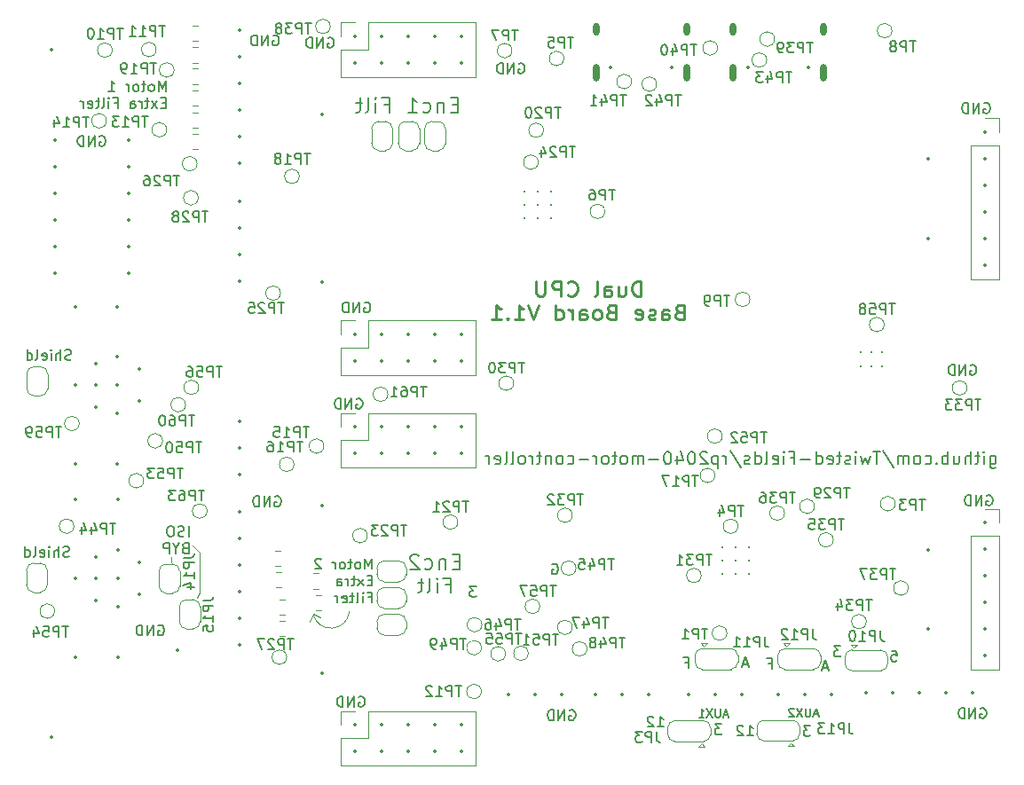
<source format=gbo>
%TF.GenerationSoftware,KiCad,Pcbnew,8.0.1*%
%TF.CreationDate,2024-08-04T17:14:23+01:00*%
%TF.ProjectId,RP2040_base,52503230-3430-45f6-9261-73652e6b6963,REV1.1*%
%TF.SameCoordinates,Original*%
%TF.FileFunction,Legend,Bot*%
%TF.FilePolarity,Positive*%
%FSLAX46Y46*%
G04 Gerber Fmt 4.6, Leading zero omitted, Abs format (unit mm)*
G04 Created by KiCad (PCBNEW 8.0.1) date 2024-08-04 17:14:23*
%MOMM*%
%LPD*%
G01*
G04 APERTURE LIST*
%ADD10C,0.120000*%
%ADD11C,0.150000*%
%ADD12C,0.200000*%
%ADD13C,0.250000*%
%ADD14C,0.300000*%
%ADD15C,0.350000*%
%ADD16O,0.600000X1.700000*%
%ADD17O,0.600000X1.200000*%
G04 APERTURE END LIST*
D10*
X94300000Y-116300000D02*
X94100000Y-116800000D01*
X94300000Y-114500000D02*
X94300000Y-116300000D01*
X105150000Y-118350000D02*
X105850000Y-118650000D01*
X93600000Y-111800000D02*
X94300000Y-112500000D01*
X108599998Y-118100000D02*
G75*
G02*
X105151416Y-118396996I-1749998J150000D01*
G01*
X94300000Y-112500000D02*
X94300000Y-114500000D01*
X91600000Y-112900000D02*
X91600000Y-113400000D01*
X105150000Y-118350000D02*
X104850000Y-119100000D01*
D11*
X146539411Y-129969819D02*
X147110839Y-129969819D01*
X146825125Y-129969819D02*
X146825125Y-128969819D01*
X146825125Y-128969819D02*
X146920363Y-129112676D01*
X146920363Y-129112676D02*
X147015601Y-129207914D01*
X147015601Y-129207914D02*
X147110839Y-129255533D01*
X146158458Y-129065057D02*
X146110839Y-129017438D01*
X146110839Y-129017438D02*
X146015601Y-128969819D01*
X146015601Y-128969819D02*
X145777506Y-128969819D01*
X145777506Y-128969819D02*
X145682268Y-129017438D01*
X145682268Y-129017438D02*
X145634649Y-129065057D01*
X145634649Y-129065057D02*
X145587030Y-129160295D01*
X145587030Y-129160295D02*
X145587030Y-129255533D01*
X145587030Y-129255533D02*
X145634649Y-129398390D01*
X145634649Y-129398390D02*
X146206077Y-129969819D01*
X146206077Y-129969819D02*
X145587030Y-129969819D01*
X120708458Y-115719819D02*
X120089411Y-115719819D01*
X120089411Y-115719819D02*
X120422744Y-116100771D01*
X120422744Y-116100771D02*
X120279887Y-116100771D01*
X120279887Y-116100771D02*
X120184649Y-116148390D01*
X120184649Y-116148390D02*
X120137030Y-116196009D01*
X120137030Y-116196009D02*
X120089411Y-116291247D01*
X120089411Y-116291247D02*
X120089411Y-116529342D01*
X120089411Y-116529342D02*
X120137030Y-116624580D01*
X120137030Y-116624580D02*
X120184649Y-116672200D01*
X120184649Y-116672200D02*
X120279887Y-116719819D01*
X120279887Y-116719819D02*
X120565601Y-116719819D01*
X120565601Y-116719819D02*
X120660839Y-116672200D01*
X120660839Y-116672200D02*
X120708458Y-116624580D01*
X91063220Y-68459875D02*
X91063220Y-67459875D01*
X91063220Y-67459875D02*
X90729887Y-68174160D01*
X90729887Y-68174160D02*
X90396554Y-67459875D01*
X90396554Y-67459875D02*
X90396554Y-68459875D01*
X89777506Y-68459875D02*
X89872744Y-68412256D01*
X89872744Y-68412256D02*
X89920363Y-68364636D01*
X89920363Y-68364636D02*
X89967982Y-68269398D01*
X89967982Y-68269398D02*
X89967982Y-67983684D01*
X89967982Y-67983684D02*
X89920363Y-67888446D01*
X89920363Y-67888446D02*
X89872744Y-67840827D01*
X89872744Y-67840827D02*
X89777506Y-67793208D01*
X89777506Y-67793208D02*
X89634649Y-67793208D01*
X89634649Y-67793208D02*
X89539411Y-67840827D01*
X89539411Y-67840827D02*
X89491792Y-67888446D01*
X89491792Y-67888446D02*
X89444173Y-67983684D01*
X89444173Y-67983684D02*
X89444173Y-68269398D01*
X89444173Y-68269398D02*
X89491792Y-68364636D01*
X89491792Y-68364636D02*
X89539411Y-68412256D01*
X89539411Y-68412256D02*
X89634649Y-68459875D01*
X89634649Y-68459875D02*
X89777506Y-68459875D01*
X89158458Y-67793208D02*
X88777506Y-67793208D01*
X89015601Y-67459875D02*
X89015601Y-68317017D01*
X89015601Y-68317017D02*
X88967982Y-68412256D01*
X88967982Y-68412256D02*
X88872744Y-68459875D01*
X88872744Y-68459875D02*
X88777506Y-68459875D01*
X88301315Y-68459875D02*
X88396553Y-68412256D01*
X88396553Y-68412256D02*
X88444172Y-68364636D01*
X88444172Y-68364636D02*
X88491791Y-68269398D01*
X88491791Y-68269398D02*
X88491791Y-67983684D01*
X88491791Y-67983684D02*
X88444172Y-67888446D01*
X88444172Y-67888446D02*
X88396553Y-67840827D01*
X88396553Y-67840827D02*
X88301315Y-67793208D01*
X88301315Y-67793208D02*
X88158458Y-67793208D01*
X88158458Y-67793208D02*
X88063220Y-67840827D01*
X88063220Y-67840827D02*
X88015601Y-67888446D01*
X88015601Y-67888446D02*
X87967982Y-67983684D01*
X87967982Y-67983684D02*
X87967982Y-68269398D01*
X87967982Y-68269398D02*
X88015601Y-68364636D01*
X88015601Y-68364636D02*
X88063220Y-68412256D01*
X88063220Y-68412256D02*
X88158458Y-68459875D01*
X88158458Y-68459875D02*
X88301315Y-68459875D01*
X87539410Y-68459875D02*
X87539410Y-67793208D01*
X87539410Y-67983684D02*
X87491791Y-67888446D01*
X87491791Y-67888446D02*
X87444172Y-67840827D01*
X87444172Y-67840827D02*
X87348934Y-67793208D01*
X87348934Y-67793208D02*
X87253696Y-67793208D01*
X85634648Y-68459875D02*
X86206076Y-68459875D01*
X85920362Y-68459875D02*
X85920362Y-67459875D01*
X85920362Y-67459875D02*
X86015600Y-67602732D01*
X86015600Y-67602732D02*
X86110838Y-67697970D01*
X86110838Y-67697970D02*
X86206076Y-67745589D01*
X91063220Y-69546009D02*
X90729887Y-69546009D01*
X90587030Y-70069819D02*
X91063220Y-70069819D01*
X91063220Y-70069819D02*
X91063220Y-69069819D01*
X91063220Y-69069819D02*
X90587030Y-69069819D01*
X90253696Y-70069819D02*
X89729887Y-69403152D01*
X90253696Y-69403152D02*
X89729887Y-70069819D01*
X89491791Y-69403152D02*
X89110839Y-69403152D01*
X89348934Y-69069819D02*
X89348934Y-69926961D01*
X89348934Y-69926961D02*
X89301315Y-70022200D01*
X89301315Y-70022200D02*
X89206077Y-70069819D01*
X89206077Y-70069819D02*
X89110839Y-70069819D01*
X88777505Y-70069819D02*
X88777505Y-69403152D01*
X88777505Y-69593628D02*
X88729886Y-69498390D01*
X88729886Y-69498390D02*
X88682267Y-69450771D01*
X88682267Y-69450771D02*
X88587029Y-69403152D01*
X88587029Y-69403152D02*
X88491791Y-69403152D01*
X87729886Y-70069819D02*
X87729886Y-69546009D01*
X87729886Y-69546009D02*
X87777505Y-69450771D01*
X87777505Y-69450771D02*
X87872743Y-69403152D01*
X87872743Y-69403152D02*
X88063219Y-69403152D01*
X88063219Y-69403152D02*
X88158457Y-69450771D01*
X87729886Y-70022200D02*
X87825124Y-70069819D01*
X87825124Y-70069819D02*
X88063219Y-70069819D01*
X88063219Y-70069819D02*
X88158457Y-70022200D01*
X88158457Y-70022200D02*
X88206076Y-69926961D01*
X88206076Y-69926961D02*
X88206076Y-69831723D01*
X88206076Y-69831723D02*
X88158457Y-69736485D01*
X88158457Y-69736485D02*
X88063219Y-69688866D01*
X88063219Y-69688866D02*
X87825124Y-69688866D01*
X87825124Y-69688866D02*
X87729886Y-69641247D01*
X86158457Y-69546009D02*
X86491790Y-69546009D01*
X86491790Y-70069819D02*
X86491790Y-69069819D01*
X86491790Y-69069819D02*
X86015600Y-69069819D01*
X85634647Y-70069819D02*
X85634647Y-69403152D01*
X85634647Y-69069819D02*
X85682266Y-69117438D01*
X85682266Y-69117438D02*
X85634647Y-69165057D01*
X85634647Y-69165057D02*
X85587028Y-69117438D01*
X85587028Y-69117438D02*
X85634647Y-69069819D01*
X85634647Y-69069819D02*
X85634647Y-69165057D01*
X85015600Y-70069819D02*
X85110838Y-70022200D01*
X85110838Y-70022200D02*
X85158457Y-69926961D01*
X85158457Y-69926961D02*
X85158457Y-69069819D01*
X84777504Y-69403152D02*
X84396552Y-69403152D01*
X84634647Y-69069819D02*
X84634647Y-69926961D01*
X84634647Y-69926961D02*
X84587028Y-70022200D01*
X84587028Y-70022200D02*
X84491790Y-70069819D01*
X84491790Y-70069819D02*
X84396552Y-70069819D01*
X83682266Y-70022200D02*
X83777504Y-70069819D01*
X83777504Y-70069819D02*
X83967980Y-70069819D01*
X83967980Y-70069819D02*
X84063218Y-70022200D01*
X84063218Y-70022200D02*
X84110837Y-69926961D01*
X84110837Y-69926961D02*
X84110837Y-69546009D01*
X84110837Y-69546009D02*
X84063218Y-69450771D01*
X84063218Y-69450771D02*
X83967980Y-69403152D01*
X83967980Y-69403152D02*
X83777504Y-69403152D01*
X83777504Y-69403152D02*
X83682266Y-69450771D01*
X83682266Y-69450771D02*
X83634647Y-69546009D01*
X83634647Y-69546009D02*
X83634647Y-69641247D01*
X83634647Y-69641247D02*
X84110837Y-69736485D01*
X83206075Y-70069819D02*
X83206075Y-69403152D01*
X83206075Y-69593628D02*
X83158456Y-69498390D01*
X83158456Y-69498390D02*
X83110837Y-69450771D01*
X83110837Y-69450771D02*
X83015599Y-69403152D01*
X83015599Y-69403152D02*
X82920361Y-69403152D01*
X110763220Y-114049931D02*
X110763220Y-113049931D01*
X110763220Y-113049931D02*
X110429887Y-113764216D01*
X110429887Y-113764216D02*
X110096554Y-113049931D01*
X110096554Y-113049931D02*
X110096554Y-114049931D01*
X109477506Y-114049931D02*
X109572744Y-114002312D01*
X109572744Y-114002312D02*
X109620363Y-113954692D01*
X109620363Y-113954692D02*
X109667982Y-113859454D01*
X109667982Y-113859454D02*
X109667982Y-113573740D01*
X109667982Y-113573740D02*
X109620363Y-113478502D01*
X109620363Y-113478502D02*
X109572744Y-113430883D01*
X109572744Y-113430883D02*
X109477506Y-113383264D01*
X109477506Y-113383264D02*
X109334649Y-113383264D01*
X109334649Y-113383264D02*
X109239411Y-113430883D01*
X109239411Y-113430883D02*
X109191792Y-113478502D01*
X109191792Y-113478502D02*
X109144173Y-113573740D01*
X109144173Y-113573740D02*
X109144173Y-113859454D01*
X109144173Y-113859454D02*
X109191792Y-113954692D01*
X109191792Y-113954692D02*
X109239411Y-114002312D01*
X109239411Y-114002312D02*
X109334649Y-114049931D01*
X109334649Y-114049931D02*
X109477506Y-114049931D01*
X108858458Y-113383264D02*
X108477506Y-113383264D01*
X108715601Y-113049931D02*
X108715601Y-113907073D01*
X108715601Y-113907073D02*
X108667982Y-114002312D01*
X108667982Y-114002312D02*
X108572744Y-114049931D01*
X108572744Y-114049931D02*
X108477506Y-114049931D01*
X108001315Y-114049931D02*
X108096553Y-114002312D01*
X108096553Y-114002312D02*
X108144172Y-113954692D01*
X108144172Y-113954692D02*
X108191791Y-113859454D01*
X108191791Y-113859454D02*
X108191791Y-113573740D01*
X108191791Y-113573740D02*
X108144172Y-113478502D01*
X108144172Y-113478502D02*
X108096553Y-113430883D01*
X108096553Y-113430883D02*
X108001315Y-113383264D01*
X108001315Y-113383264D02*
X107858458Y-113383264D01*
X107858458Y-113383264D02*
X107763220Y-113430883D01*
X107763220Y-113430883D02*
X107715601Y-113478502D01*
X107715601Y-113478502D02*
X107667982Y-113573740D01*
X107667982Y-113573740D02*
X107667982Y-113859454D01*
X107667982Y-113859454D02*
X107715601Y-113954692D01*
X107715601Y-113954692D02*
X107763220Y-114002312D01*
X107763220Y-114002312D02*
X107858458Y-114049931D01*
X107858458Y-114049931D02*
X108001315Y-114049931D01*
X107239410Y-114049931D02*
X107239410Y-113383264D01*
X107239410Y-113573740D02*
X107191791Y-113478502D01*
X107191791Y-113478502D02*
X107144172Y-113430883D01*
X107144172Y-113430883D02*
X107048934Y-113383264D01*
X107048934Y-113383264D02*
X106953696Y-113383264D01*
X105906076Y-113145169D02*
X105858457Y-113097550D01*
X105858457Y-113097550D02*
X105763219Y-113049931D01*
X105763219Y-113049931D02*
X105525124Y-113049931D01*
X105525124Y-113049931D02*
X105429886Y-113097550D01*
X105429886Y-113097550D02*
X105382267Y-113145169D01*
X105382267Y-113145169D02*
X105334648Y-113240407D01*
X105334648Y-113240407D02*
X105334648Y-113335645D01*
X105334648Y-113335645D02*
X105382267Y-113478502D01*
X105382267Y-113478502D02*
X105953695Y-114049931D01*
X105953695Y-114049931D02*
X105334648Y-114049931D01*
X110763220Y-115136065D02*
X110429887Y-115136065D01*
X110287030Y-115659875D02*
X110763220Y-115659875D01*
X110763220Y-115659875D02*
X110763220Y-114659875D01*
X110763220Y-114659875D02*
X110287030Y-114659875D01*
X109953696Y-115659875D02*
X109429887Y-114993208D01*
X109953696Y-114993208D02*
X109429887Y-115659875D01*
X109191791Y-114993208D02*
X108810839Y-114993208D01*
X109048934Y-114659875D02*
X109048934Y-115517017D01*
X109048934Y-115517017D02*
X109001315Y-115612256D01*
X109001315Y-115612256D02*
X108906077Y-115659875D01*
X108906077Y-115659875D02*
X108810839Y-115659875D01*
X108477505Y-115659875D02*
X108477505Y-114993208D01*
X108477505Y-115183684D02*
X108429886Y-115088446D01*
X108429886Y-115088446D02*
X108382267Y-115040827D01*
X108382267Y-115040827D02*
X108287029Y-114993208D01*
X108287029Y-114993208D02*
X108191791Y-114993208D01*
X107429886Y-115659875D02*
X107429886Y-115136065D01*
X107429886Y-115136065D02*
X107477505Y-115040827D01*
X107477505Y-115040827D02*
X107572743Y-114993208D01*
X107572743Y-114993208D02*
X107763219Y-114993208D01*
X107763219Y-114993208D02*
X107858457Y-115040827D01*
X107429886Y-115612256D02*
X107525124Y-115659875D01*
X107525124Y-115659875D02*
X107763219Y-115659875D01*
X107763219Y-115659875D02*
X107858457Y-115612256D01*
X107858457Y-115612256D02*
X107906076Y-115517017D01*
X107906076Y-115517017D02*
X107906076Y-115421779D01*
X107906076Y-115421779D02*
X107858457Y-115326541D01*
X107858457Y-115326541D02*
X107763219Y-115278922D01*
X107763219Y-115278922D02*
X107525124Y-115278922D01*
X107525124Y-115278922D02*
X107429886Y-115231303D01*
X110429887Y-116746009D02*
X110763220Y-116746009D01*
X110763220Y-117269819D02*
X110763220Y-116269819D01*
X110763220Y-116269819D02*
X110287030Y-116269819D01*
X109906077Y-117269819D02*
X109906077Y-116603152D01*
X109906077Y-116269819D02*
X109953696Y-116317438D01*
X109953696Y-116317438D02*
X109906077Y-116365057D01*
X109906077Y-116365057D02*
X109858458Y-116317438D01*
X109858458Y-116317438D02*
X109906077Y-116269819D01*
X109906077Y-116269819D02*
X109906077Y-116365057D01*
X109287030Y-117269819D02*
X109382268Y-117222200D01*
X109382268Y-117222200D02*
X109429887Y-117126961D01*
X109429887Y-117126961D02*
X109429887Y-116269819D01*
X109048934Y-116603152D02*
X108667982Y-116603152D01*
X108906077Y-116269819D02*
X108906077Y-117126961D01*
X108906077Y-117126961D02*
X108858458Y-117222200D01*
X108858458Y-117222200D02*
X108763220Y-117269819D01*
X108763220Y-117269819D02*
X108667982Y-117269819D01*
X107953696Y-117222200D02*
X108048934Y-117269819D01*
X108048934Y-117269819D02*
X108239410Y-117269819D01*
X108239410Y-117269819D02*
X108334648Y-117222200D01*
X108334648Y-117222200D02*
X108382267Y-117126961D01*
X108382267Y-117126961D02*
X108382267Y-116746009D01*
X108382267Y-116746009D02*
X108334648Y-116650771D01*
X108334648Y-116650771D02*
X108239410Y-116603152D01*
X108239410Y-116603152D02*
X108048934Y-116603152D01*
X108048934Y-116603152D02*
X107953696Y-116650771D01*
X107953696Y-116650771D02*
X107906077Y-116746009D01*
X107906077Y-116746009D02*
X107906077Y-116841247D01*
X107906077Y-116841247D02*
X108382267Y-116936485D01*
X107477505Y-117269819D02*
X107477505Y-116603152D01*
X107477505Y-116793628D02*
X107429886Y-116698390D01*
X107429886Y-116698390D02*
X107382267Y-116650771D01*
X107382267Y-116650771D02*
X107287029Y-116603152D01*
X107287029Y-116603152D02*
X107191791Y-116603152D01*
X160337030Y-121869819D02*
X160813220Y-121869819D01*
X160813220Y-121869819D02*
X160860839Y-122346009D01*
X160860839Y-122346009D02*
X160813220Y-122298390D01*
X160813220Y-122298390D02*
X160717982Y-122250771D01*
X160717982Y-122250771D02*
X160479887Y-122250771D01*
X160479887Y-122250771D02*
X160384649Y-122298390D01*
X160384649Y-122298390D02*
X160337030Y-122346009D01*
X160337030Y-122346009D02*
X160289411Y-122441247D01*
X160289411Y-122441247D02*
X160289411Y-122679342D01*
X160289411Y-122679342D02*
X160337030Y-122774580D01*
X160337030Y-122774580D02*
X160384649Y-122822200D01*
X160384649Y-122822200D02*
X160479887Y-122869819D01*
X160479887Y-122869819D02*
X160717982Y-122869819D01*
X160717982Y-122869819D02*
X160813220Y-122822200D01*
X160813220Y-122822200D02*
X160860839Y-122774580D01*
X155458458Y-121419819D02*
X154839411Y-121419819D01*
X154839411Y-121419819D02*
X155172744Y-121800771D01*
X155172744Y-121800771D02*
X155029887Y-121800771D01*
X155029887Y-121800771D02*
X154934649Y-121848390D01*
X154934649Y-121848390D02*
X154887030Y-121896009D01*
X154887030Y-121896009D02*
X154839411Y-121991247D01*
X154839411Y-121991247D02*
X154839411Y-122229342D01*
X154839411Y-122229342D02*
X154887030Y-122324580D01*
X154887030Y-122324580D02*
X154934649Y-122372200D01*
X154934649Y-122372200D02*
X155029887Y-122419819D01*
X155029887Y-122419819D02*
X155315601Y-122419819D01*
X155315601Y-122419819D02*
X155410839Y-122372200D01*
X155410839Y-122372200D02*
X155458458Y-122324580D01*
X129611904Y-127552438D02*
X129707142Y-127504819D01*
X129707142Y-127504819D02*
X129849999Y-127504819D01*
X129849999Y-127504819D02*
X129992856Y-127552438D01*
X129992856Y-127552438D02*
X130088094Y-127647676D01*
X130088094Y-127647676D02*
X130135713Y-127742914D01*
X130135713Y-127742914D02*
X130183332Y-127933390D01*
X130183332Y-127933390D02*
X130183332Y-128076247D01*
X130183332Y-128076247D02*
X130135713Y-128266723D01*
X130135713Y-128266723D02*
X130088094Y-128361961D01*
X130088094Y-128361961D02*
X129992856Y-128457200D01*
X129992856Y-128457200D02*
X129849999Y-128504819D01*
X129849999Y-128504819D02*
X129754761Y-128504819D01*
X129754761Y-128504819D02*
X129611904Y-128457200D01*
X129611904Y-128457200D02*
X129564285Y-128409580D01*
X129564285Y-128409580D02*
X129564285Y-128076247D01*
X129564285Y-128076247D02*
X129754761Y-128076247D01*
X129135713Y-128504819D02*
X129135713Y-127504819D01*
X129135713Y-127504819D02*
X128564285Y-128504819D01*
X128564285Y-128504819D02*
X128564285Y-127504819D01*
X128088094Y-128504819D02*
X128088094Y-127504819D01*
X128088094Y-127504819D02*
X127849999Y-127504819D01*
X127849999Y-127504819D02*
X127707142Y-127552438D01*
X127707142Y-127552438D02*
X127611904Y-127647676D01*
X127611904Y-127647676D02*
X127564285Y-127742914D01*
X127564285Y-127742914D02*
X127516666Y-127933390D01*
X127516666Y-127933390D02*
X127516666Y-128076247D01*
X127516666Y-128076247D02*
X127564285Y-128266723D01*
X127564285Y-128266723D02*
X127611904Y-128361961D01*
X127611904Y-128361961D02*
X127707142Y-128457200D01*
X127707142Y-128457200D02*
X127849999Y-128504819D01*
X127849999Y-128504819D02*
X128088094Y-128504819D01*
D12*
X144721428Y-127981123D02*
X144340475Y-127981123D01*
X144797618Y-128209695D02*
X144530951Y-127409695D01*
X144530951Y-127409695D02*
X144264285Y-128209695D01*
X143997618Y-127409695D02*
X143997618Y-128057314D01*
X143997618Y-128057314D02*
X143959523Y-128133504D01*
X143959523Y-128133504D02*
X143921428Y-128171600D01*
X143921428Y-128171600D02*
X143845237Y-128209695D01*
X143845237Y-128209695D02*
X143692856Y-128209695D01*
X143692856Y-128209695D02*
X143616666Y-128171600D01*
X143616666Y-128171600D02*
X143578571Y-128133504D01*
X143578571Y-128133504D02*
X143540475Y-128057314D01*
X143540475Y-128057314D02*
X143540475Y-127409695D01*
X143235714Y-127409695D02*
X142702380Y-128209695D01*
X142702380Y-127409695D02*
X143235714Y-128209695D01*
X141978571Y-128209695D02*
X142435714Y-128209695D01*
X142207142Y-128209695D02*
X142207142Y-127409695D01*
X142207142Y-127409695D02*
X142283333Y-127523980D01*
X142283333Y-127523980D02*
X142359523Y-127600171D01*
X142359523Y-127600171D02*
X142435714Y-127638266D01*
D11*
X140629887Y-122996009D02*
X140963220Y-122996009D01*
X140963220Y-123519819D02*
X140963220Y-122519819D01*
X140963220Y-122519819D02*
X140487030Y-122519819D01*
X101311904Y-63152438D02*
X101407142Y-63104819D01*
X101407142Y-63104819D02*
X101549999Y-63104819D01*
X101549999Y-63104819D02*
X101692856Y-63152438D01*
X101692856Y-63152438D02*
X101788094Y-63247676D01*
X101788094Y-63247676D02*
X101835713Y-63342914D01*
X101835713Y-63342914D02*
X101883332Y-63533390D01*
X101883332Y-63533390D02*
X101883332Y-63676247D01*
X101883332Y-63676247D02*
X101835713Y-63866723D01*
X101835713Y-63866723D02*
X101788094Y-63961961D01*
X101788094Y-63961961D02*
X101692856Y-64057200D01*
X101692856Y-64057200D02*
X101549999Y-64104819D01*
X101549999Y-64104819D02*
X101454761Y-64104819D01*
X101454761Y-64104819D02*
X101311904Y-64057200D01*
X101311904Y-64057200D02*
X101264285Y-64009580D01*
X101264285Y-64009580D02*
X101264285Y-63676247D01*
X101264285Y-63676247D02*
X101454761Y-63676247D01*
X100835713Y-64104819D02*
X100835713Y-63104819D01*
X100835713Y-63104819D02*
X100264285Y-64104819D01*
X100264285Y-64104819D02*
X100264285Y-63104819D01*
X99788094Y-64104819D02*
X99788094Y-63104819D01*
X99788094Y-63104819D02*
X99549999Y-63104819D01*
X99549999Y-63104819D02*
X99407142Y-63152438D01*
X99407142Y-63152438D02*
X99311904Y-63247676D01*
X99311904Y-63247676D02*
X99264285Y-63342914D01*
X99264285Y-63342914D02*
X99216666Y-63533390D01*
X99216666Y-63533390D02*
X99216666Y-63676247D01*
X99216666Y-63676247D02*
X99264285Y-63866723D01*
X99264285Y-63866723D02*
X99311904Y-63961961D01*
X99311904Y-63961961D02*
X99407142Y-64057200D01*
X99407142Y-64057200D02*
X99549999Y-64104819D01*
X99549999Y-64104819D02*
X99788094Y-64104819D01*
X167861904Y-94602438D02*
X167957142Y-94554819D01*
X167957142Y-94554819D02*
X168099999Y-94554819D01*
X168099999Y-94554819D02*
X168242856Y-94602438D01*
X168242856Y-94602438D02*
X168338094Y-94697676D01*
X168338094Y-94697676D02*
X168385713Y-94792914D01*
X168385713Y-94792914D02*
X168433332Y-94983390D01*
X168433332Y-94983390D02*
X168433332Y-95126247D01*
X168433332Y-95126247D02*
X168385713Y-95316723D01*
X168385713Y-95316723D02*
X168338094Y-95411961D01*
X168338094Y-95411961D02*
X168242856Y-95507200D01*
X168242856Y-95507200D02*
X168099999Y-95554819D01*
X168099999Y-95554819D02*
X168004761Y-95554819D01*
X168004761Y-95554819D02*
X167861904Y-95507200D01*
X167861904Y-95507200D02*
X167814285Y-95459580D01*
X167814285Y-95459580D02*
X167814285Y-95126247D01*
X167814285Y-95126247D02*
X168004761Y-95126247D01*
X167385713Y-95554819D02*
X167385713Y-94554819D01*
X167385713Y-94554819D02*
X166814285Y-95554819D01*
X166814285Y-95554819D02*
X166814285Y-94554819D01*
X166338094Y-95554819D02*
X166338094Y-94554819D01*
X166338094Y-94554819D02*
X166099999Y-94554819D01*
X166099999Y-94554819D02*
X165957142Y-94602438D01*
X165957142Y-94602438D02*
X165861904Y-94697676D01*
X165861904Y-94697676D02*
X165814285Y-94792914D01*
X165814285Y-94792914D02*
X165766666Y-94983390D01*
X165766666Y-94983390D02*
X165766666Y-95126247D01*
X165766666Y-95126247D02*
X165814285Y-95316723D01*
X165814285Y-95316723D02*
X165861904Y-95411961D01*
X165861904Y-95411961D02*
X165957142Y-95507200D01*
X165957142Y-95507200D02*
X166099999Y-95554819D01*
X166099999Y-95554819D02*
X166338094Y-95554819D01*
X144108458Y-128869819D02*
X143489411Y-128869819D01*
X143489411Y-128869819D02*
X143822744Y-129250771D01*
X143822744Y-129250771D02*
X143679887Y-129250771D01*
X143679887Y-129250771D02*
X143584649Y-129298390D01*
X143584649Y-129298390D02*
X143537030Y-129346009D01*
X143537030Y-129346009D02*
X143489411Y-129441247D01*
X143489411Y-129441247D02*
X143489411Y-129679342D01*
X143489411Y-129679342D02*
X143537030Y-129774580D01*
X143537030Y-129774580D02*
X143584649Y-129822200D01*
X143584649Y-129822200D02*
X143679887Y-129869819D01*
X143679887Y-129869819D02*
X143965601Y-129869819D01*
X143965601Y-129869819D02*
X144060839Y-129822200D01*
X144060839Y-129822200D02*
X144108458Y-129774580D01*
X110036904Y-88627438D02*
X110132142Y-88579819D01*
X110132142Y-88579819D02*
X110274999Y-88579819D01*
X110274999Y-88579819D02*
X110417856Y-88627438D01*
X110417856Y-88627438D02*
X110513094Y-88722676D01*
X110513094Y-88722676D02*
X110560713Y-88817914D01*
X110560713Y-88817914D02*
X110608332Y-89008390D01*
X110608332Y-89008390D02*
X110608332Y-89151247D01*
X110608332Y-89151247D02*
X110560713Y-89341723D01*
X110560713Y-89341723D02*
X110513094Y-89436961D01*
X110513094Y-89436961D02*
X110417856Y-89532200D01*
X110417856Y-89532200D02*
X110274999Y-89579819D01*
X110274999Y-89579819D02*
X110179761Y-89579819D01*
X110179761Y-89579819D02*
X110036904Y-89532200D01*
X110036904Y-89532200D02*
X109989285Y-89484580D01*
X109989285Y-89484580D02*
X109989285Y-89151247D01*
X109989285Y-89151247D02*
X110179761Y-89151247D01*
X109560713Y-89579819D02*
X109560713Y-88579819D01*
X109560713Y-88579819D02*
X108989285Y-89579819D01*
X108989285Y-89579819D02*
X108989285Y-88579819D01*
X108513094Y-89579819D02*
X108513094Y-88579819D01*
X108513094Y-88579819D02*
X108274999Y-88579819D01*
X108274999Y-88579819D02*
X108132142Y-88627438D01*
X108132142Y-88627438D02*
X108036904Y-88722676D01*
X108036904Y-88722676D02*
X107989285Y-88817914D01*
X107989285Y-88817914D02*
X107941666Y-89008390D01*
X107941666Y-89008390D02*
X107941666Y-89151247D01*
X107941666Y-89151247D02*
X107989285Y-89341723D01*
X107989285Y-89341723D02*
X108036904Y-89436961D01*
X108036904Y-89436961D02*
X108132142Y-89532200D01*
X108132142Y-89532200D02*
X108274999Y-89579819D01*
X108274999Y-89579819D02*
X108513094Y-89579819D01*
X148579887Y-123046009D02*
X148913220Y-123046009D01*
X148913220Y-123569819D02*
X148913220Y-122569819D01*
X148913220Y-122569819D02*
X148437030Y-122569819D01*
X124761904Y-65802438D02*
X124857142Y-65754819D01*
X124857142Y-65754819D02*
X124999999Y-65754819D01*
X124999999Y-65754819D02*
X125142856Y-65802438D01*
X125142856Y-65802438D02*
X125238094Y-65897676D01*
X125238094Y-65897676D02*
X125285713Y-65992914D01*
X125285713Y-65992914D02*
X125333332Y-66183390D01*
X125333332Y-66183390D02*
X125333332Y-66326247D01*
X125333332Y-66326247D02*
X125285713Y-66516723D01*
X125285713Y-66516723D02*
X125238094Y-66611961D01*
X125238094Y-66611961D02*
X125142856Y-66707200D01*
X125142856Y-66707200D02*
X124999999Y-66754819D01*
X124999999Y-66754819D02*
X124904761Y-66754819D01*
X124904761Y-66754819D02*
X124761904Y-66707200D01*
X124761904Y-66707200D02*
X124714285Y-66659580D01*
X124714285Y-66659580D02*
X124714285Y-66326247D01*
X124714285Y-66326247D02*
X124904761Y-66326247D01*
X124285713Y-66754819D02*
X124285713Y-65754819D01*
X124285713Y-65754819D02*
X123714285Y-66754819D01*
X123714285Y-66754819D02*
X123714285Y-65754819D01*
X123238094Y-66754819D02*
X123238094Y-65754819D01*
X123238094Y-65754819D02*
X122999999Y-65754819D01*
X122999999Y-65754819D02*
X122857142Y-65802438D01*
X122857142Y-65802438D02*
X122761904Y-65897676D01*
X122761904Y-65897676D02*
X122714285Y-65992914D01*
X122714285Y-65992914D02*
X122666666Y-66183390D01*
X122666666Y-66183390D02*
X122666666Y-66326247D01*
X122666666Y-66326247D02*
X122714285Y-66516723D01*
X122714285Y-66516723D02*
X122761904Y-66611961D01*
X122761904Y-66611961D02*
X122857142Y-66707200D01*
X122857142Y-66707200D02*
X122999999Y-66754819D01*
X122999999Y-66754819D02*
X123238094Y-66754819D01*
X90361904Y-119452438D02*
X90457142Y-119404819D01*
X90457142Y-119404819D02*
X90599999Y-119404819D01*
X90599999Y-119404819D02*
X90742856Y-119452438D01*
X90742856Y-119452438D02*
X90838094Y-119547676D01*
X90838094Y-119547676D02*
X90885713Y-119642914D01*
X90885713Y-119642914D02*
X90933332Y-119833390D01*
X90933332Y-119833390D02*
X90933332Y-119976247D01*
X90933332Y-119976247D02*
X90885713Y-120166723D01*
X90885713Y-120166723D02*
X90838094Y-120261961D01*
X90838094Y-120261961D02*
X90742856Y-120357200D01*
X90742856Y-120357200D02*
X90599999Y-120404819D01*
X90599999Y-120404819D02*
X90504761Y-120404819D01*
X90504761Y-120404819D02*
X90361904Y-120357200D01*
X90361904Y-120357200D02*
X90314285Y-120309580D01*
X90314285Y-120309580D02*
X90314285Y-119976247D01*
X90314285Y-119976247D02*
X90504761Y-119976247D01*
X89885713Y-120404819D02*
X89885713Y-119404819D01*
X89885713Y-119404819D02*
X89314285Y-120404819D01*
X89314285Y-120404819D02*
X89314285Y-119404819D01*
X88838094Y-120404819D02*
X88838094Y-119404819D01*
X88838094Y-119404819D02*
X88599999Y-119404819D01*
X88599999Y-119404819D02*
X88457142Y-119452438D01*
X88457142Y-119452438D02*
X88361904Y-119547676D01*
X88361904Y-119547676D02*
X88314285Y-119642914D01*
X88314285Y-119642914D02*
X88266666Y-119833390D01*
X88266666Y-119833390D02*
X88266666Y-119976247D01*
X88266666Y-119976247D02*
X88314285Y-120166723D01*
X88314285Y-120166723D02*
X88361904Y-120261961D01*
X88361904Y-120261961D02*
X88457142Y-120357200D01*
X88457142Y-120357200D02*
X88599999Y-120404819D01*
X88599999Y-120404819D02*
X88838094Y-120404819D01*
X93263220Y-110959875D02*
X93263220Y-109959875D01*
X92834649Y-110912256D02*
X92691792Y-110959875D01*
X92691792Y-110959875D02*
X92453697Y-110959875D01*
X92453697Y-110959875D02*
X92358459Y-110912256D01*
X92358459Y-110912256D02*
X92310840Y-110864636D01*
X92310840Y-110864636D02*
X92263221Y-110769398D01*
X92263221Y-110769398D02*
X92263221Y-110674160D01*
X92263221Y-110674160D02*
X92310840Y-110578922D01*
X92310840Y-110578922D02*
X92358459Y-110531303D01*
X92358459Y-110531303D02*
X92453697Y-110483684D01*
X92453697Y-110483684D02*
X92644173Y-110436065D01*
X92644173Y-110436065D02*
X92739411Y-110388446D01*
X92739411Y-110388446D02*
X92787030Y-110340827D01*
X92787030Y-110340827D02*
X92834649Y-110245589D01*
X92834649Y-110245589D02*
X92834649Y-110150351D01*
X92834649Y-110150351D02*
X92787030Y-110055113D01*
X92787030Y-110055113D02*
X92739411Y-110007494D01*
X92739411Y-110007494D02*
X92644173Y-109959875D01*
X92644173Y-109959875D02*
X92406078Y-109959875D01*
X92406078Y-109959875D02*
X92263221Y-110007494D01*
X91644173Y-109959875D02*
X91453697Y-109959875D01*
X91453697Y-109959875D02*
X91358459Y-110007494D01*
X91358459Y-110007494D02*
X91263221Y-110102732D01*
X91263221Y-110102732D02*
X91215602Y-110293208D01*
X91215602Y-110293208D02*
X91215602Y-110626541D01*
X91215602Y-110626541D02*
X91263221Y-110817017D01*
X91263221Y-110817017D02*
X91358459Y-110912256D01*
X91358459Y-110912256D02*
X91453697Y-110959875D01*
X91453697Y-110959875D02*
X91644173Y-110959875D01*
X91644173Y-110959875D02*
X91739411Y-110912256D01*
X91739411Y-110912256D02*
X91834649Y-110817017D01*
X91834649Y-110817017D02*
X91882268Y-110626541D01*
X91882268Y-110626541D02*
X91882268Y-110293208D01*
X91882268Y-110293208D02*
X91834649Y-110102732D01*
X91834649Y-110102732D02*
X91739411Y-110007494D01*
X91739411Y-110007494D02*
X91644173Y-109959875D01*
X92929887Y-112046009D02*
X92787030Y-112093628D01*
X92787030Y-112093628D02*
X92739411Y-112141247D01*
X92739411Y-112141247D02*
X92691792Y-112236485D01*
X92691792Y-112236485D02*
X92691792Y-112379342D01*
X92691792Y-112379342D02*
X92739411Y-112474580D01*
X92739411Y-112474580D02*
X92787030Y-112522200D01*
X92787030Y-112522200D02*
X92882268Y-112569819D01*
X92882268Y-112569819D02*
X93263220Y-112569819D01*
X93263220Y-112569819D02*
X93263220Y-111569819D01*
X93263220Y-111569819D02*
X92929887Y-111569819D01*
X92929887Y-111569819D02*
X92834649Y-111617438D01*
X92834649Y-111617438D02*
X92787030Y-111665057D01*
X92787030Y-111665057D02*
X92739411Y-111760295D01*
X92739411Y-111760295D02*
X92739411Y-111855533D01*
X92739411Y-111855533D02*
X92787030Y-111950771D01*
X92787030Y-111950771D02*
X92834649Y-111998390D01*
X92834649Y-111998390D02*
X92929887Y-112046009D01*
X92929887Y-112046009D02*
X93263220Y-112046009D01*
X92072744Y-112093628D02*
X92072744Y-112569819D01*
X92406077Y-111569819D02*
X92072744Y-112093628D01*
X92072744Y-112093628D02*
X91739411Y-111569819D01*
X91406077Y-112569819D02*
X91406077Y-111569819D01*
X91406077Y-111569819D02*
X91025125Y-111569819D01*
X91025125Y-111569819D02*
X90929887Y-111617438D01*
X90929887Y-111617438D02*
X90882268Y-111665057D01*
X90882268Y-111665057D02*
X90834649Y-111760295D01*
X90834649Y-111760295D02*
X90834649Y-111903152D01*
X90834649Y-111903152D02*
X90882268Y-111998390D01*
X90882268Y-111998390D02*
X90929887Y-112046009D01*
X90929887Y-112046009D02*
X91025125Y-112093628D01*
X91025125Y-112093628D02*
X91406077Y-112093628D01*
X146660839Y-123134104D02*
X146184649Y-123134104D01*
X146756077Y-123419819D02*
X146422744Y-122419819D01*
X146422744Y-122419819D02*
X146089411Y-123419819D01*
X137989411Y-129119819D02*
X138560839Y-129119819D01*
X138275125Y-129119819D02*
X138275125Y-128119819D01*
X138275125Y-128119819D02*
X138370363Y-128262676D01*
X138370363Y-128262676D02*
X138465601Y-128357914D01*
X138465601Y-128357914D02*
X138560839Y-128405533D01*
X137608458Y-128215057D02*
X137560839Y-128167438D01*
X137560839Y-128167438D02*
X137465601Y-128119819D01*
X137465601Y-128119819D02*
X137227506Y-128119819D01*
X137227506Y-128119819D02*
X137132268Y-128167438D01*
X137132268Y-128167438D02*
X137084649Y-128215057D01*
X137084649Y-128215057D02*
X137037030Y-128310295D01*
X137037030Y-128310295D02*
X137037030Y-128405533D01*
X137037030Y-128405533D02*
X137084649Y-128548390D01*
X137084649Y-128548390D02*
X137656077Y-129119819D01*
X137656077Y-129119819D02*
X137037030Y-129119819D01*
X84761904Y-72752438D02*
X84857142Y-72704819D01*
X84857142Y-72704819D02*
X84999999Y-72704819D01*
X84999999Y-72704819D02*
X85142856Y-72752438D01*
X85142856Y-72752438D02*
X85238094Y-72847676D01*
X85238094Y-72847676D02*
X85285713Y-72942914D01*
X85285713Y-72942914D02*
X85333332Y-73133390D01*
X85333332Y-73133390D02*
X85333332Y-73276247D01*
X85333332Y-73276247D02*
X85285713Y-73466723D01*
X85285713Y-73466723D02*
X85238094Y-73561961D01*
X85238094Y-73561961D02*
X85142856Y-73657200D01*
X85142856Y-73657200D02*
X84999999Y-73704819D01*
X84999999Y-73704819D02*
X84904761Y-73704819D01*
X84904761Y-73704819D02*
X84761904Y-73657200D01*
X84761904Y-73657200D02*
X84714285Y-73609580D01*
X84714285Y-73609580D02*
X84714285Y-73276247D01*
X84714285Y-73276247D02*
X84904761Y-73276247D01*
X84285713Y-73704819D02*
X84285713Y-72704819D01*
X84285713Y-72704819D02*
X83714285Y-73704819D01*
X83714285Y-73704819D02*
X83714285Y-72704819D01*
X83238094Y-73704819D02*
X83238094Y-72704819D01*
X83238094Y-72704819D02*
X82999999Y-72704819D01*
X82999999Y-72704819D02*
X82857142Y-72752438D01*
X82857142Y-72752438D02*
X82761904Y-72847676D01*
X82761904Y-72847676D02*
X82714285Y-72942914D01*
X82714285Y-72942914D02*
X82666666Y-73133390D01*
X82666666Y-73133390D02*
X82666666Y-73276247D01*
X82666666Y-73276247D02*
X82714285Y-73466723D01*
X82714285Y-73466723D02*
X82761904Y-73561961D01*
X82761904Y-73561961D02*
X82857142Y-73657200D01*
X82857142Y-73657200D02*
X82999999Y-73704819D01*
X82999999Y-73704819D02*
X83238094Y-73704819D01*
D13*
X136425000Y-87987705D02*
X136425000Y-86587705D01*
X136425000Y-86587705D02*
X136067857Y-86587705D01*
X136067857Y-86587705D02*
X135853571Y-86654372D01*
X135853571Y-86654372D02*
X135710714Y-86787705D01*
X135710714Y-86787705D02*
X135639285Y-86921039D01*
X135639285Y-86921039D02*
X135567857Y-87187705D01*
X135567857Y-87187705D02*
X135567857Y-87387705D01*
X135567857Y-87387705D02*
X135639285Y-87654372D01*
X135639285Y-87654372D02*
X135710714Y-87787705D01*
X135710714Y-87787705D02*
X135853571Y-87921039D01*
X135853571Y-87921039D02*
X136067857Y-87987705D01*
X136067857Y-87987705D02*
X136425000Y-87987705D01*
X134282143Y-87054372D02*
X134282143Y-87987705D01*
X134925000Y-87054372D02*
X134925000Y-87787705D01*
X134925000Y-87787705D02*
X134853571Y-87921039D01*
X134853571Y-87921039D02*
X134710714Y-87987705D01*
X134710714Y-87987705D02*
X134496428Y-87987705D01*
X134496428Y-87987705D02*
X134353571Y-87921039D01*
X134353571Y-87921039D02*
X134282143Y-87854372D01*
X132925000Y-87987705D02*
X132925000Y-87254372D01*
X132925000Y-87254372D02*
X132996428Y-87121039D01*
X132996428Y-87121039D02*
X133139285Y-87054372D01*
X133139285Y-87054372D02*
X133425000Y-87054372D01*
X133425000Y-87054372D02*
X133567857Y-87121039D01*
X132925000Y-87921039D02*
X133067857Y-87987705D01*
X133067857Y-87987705D02*
X133425000Y-87987705D01*
X133425000Y-87987705D02*
X133567857Y-87921039D01*
X133567857Y-87921039D02*
X133639285Y-87787705D01*
X133639285Y-87787705D02*
X133639285Y-87654372D01*
X133639285Y-87654372D02*
X133567857Y-87521039D01*
X133567857Y-87521039D02*
X133425000Y-87454372D01*
X133425000Y-87454372D02*
X133067857Y-87454372D01*
X133067857Y-87454372D02*
X132925000Y-87387705D01*
X131996428Y-87987705D02*
X132139285Y-87921039D01*
X132139285Y-87921039D02*
X132210714Y-87787705D01*
X132210714Y-87787705D02*
X132210714Y-86587705D01*
X129425000Y-87854372D02*
X129496428Y-87921039D01*
X129496428Y-87921039D02*
X129710714Y-87987705D01*
X129710714Y-87987705D02*
X129853571Y-87987705D01*
X129853571Y-87987705D02*
X130067857Y-87921039D01*
X130067857Y-87921039D02*
X130210714Y-87787705D01*
X130210714Y-87787705D02*
X130282143Y-87654372D01*
X130282143Y-87654372D02*
X130353571Y-87387705D01*
X130353571Y-87387705D02*
X130353571Y-87187705D01*
X130353571Y-87187705D02*
X130282143Y-86921039D01*
X130282143Y-86921039D02*
X130210714Y-86787705D01*
X130210714Y-86787705D02*
X130067857Y-86654372D01*
X130067857Y-86654372D02*
X129853571Y-86587705D01*
X129853571Y-86587705D02*
X129710714Y-86587705D01*
X129710714Y-86587705D02*
X129496428Y-86654372D01*
X129496428Y-86654372D02*
X129425000Y-86721039D01*
X128782143Y-87987705D02*
X128782143Y-86587705D01*
X128782143Y-86587705D02*
X128210714Y-86587705D01*
X128210714Y-86587705D02*
X128067857Y-86654372D01*
X128067857Y-86654372D02*
X127996428Y-86721039D01*
X127996428Y-86721039D02*
X127925000Y-86854372D01*
X127925000Y-86854372D02*
X127925000Y-87054372D01*
X127925000Y-87054372D02*
X127996428Y-87187705D01*
X127996428Y-87187705D02*
X128067857Y-87254372D01*
X128067857Y-87254372D02*
X128210714Y-87321039D01*
X128210714Y-87321039D02*
X128782143Y-87321039D01*
X127282143Y-86587705D02*
X127282143Y-87721039D01*
X127282143Y-87721039D02*
X127210714Y-87854372D01*
X127210714Y-87854372D02*
X127139286Y-87921039D01*
X127139286Y-87921039D02*
X126996428Y-87987705D01*
X126996428Y-87987705D02*
X126710714Y-87987705D01*
X126710714Y-87987705D02*
X126567857Y-87921039D01*
X126567857Y-87921039D02*
X126496428Y-87854372D01*
X126496428Y-87854372D02*
X126425000Y-87721039D01*
X126425000Y-87721039D02*
X126425000Y-86587705D01*
X140067856Y-89508294D02*
X139853570Y-89574961D01*
X139853570Y-89574961D02*
X139782141Y-89641627D01*
X139782141Y-89641627D02*
X139710713Y-89774961D01*
X139710713Y-89774961D02*
X139710713Y-89974961D01*
X139710713Y-89974961D02*
X139782141Y-90108294D01*
X139782141Y-90108294D02*
X139853570Y-90174961D01*
X139853570Y-90174961D02*
X139996427Y-90241627D01*
X139996427Y-90241627D02*
X140567856Y-90241627D01*
X140567856Y-90241627D02*
X140567856Y-88841627D01*
X140567856Y-88841627D02*
X140067856Y-88841627D01*
X140067856Y-88841627D02*
X139924999Y-88908294D01*
X139924999Y-88908294D02*
X139853570Y-88974961D01*
X139853570Y-88974961D02*
X139782141Y-89108294D01*
X139782141Y-89108294D02*
X139782141Y-89241627D01*
X139782141Y-89241627D02*
X139853570Y-89374961D01*
X139853570Y-89374961D02*
X139924999Y-89441627D01*
X139924999Y-89441627D02*
X140067856Y-89508294D01*
X140067856Y-89508294D02*
X140567856Y-89508294D01*
X138424999Y-90241627D02*
X138424999Y-89508294D01*
X138424999Y-89508294D02*
X138496427Y-89374961D01*
X138496427Y-89374961D02*
X138639284Y-89308294D01*
X138639284Y-89308294D02*
X138924999Y-89308294D01*
X138924999Y-89308294D02*
X139067856Y-89374961D01*
X138424999Y-90174961D02*
X138567856Y-90241627D01*
X138567856Y-90241627D02*
X138924999Y-90241627D01*
X138924999Y-90241627D02*
X139067856Y-90174961D01*
X139067856Y-90174961D02*
X139139284Y-90041627D01*
X139139284Y-90041627D02*
X139139284Y-89908294D01*
X139139284Y-89908294D02*
X139067856Y-89774961D01*
X139067856Y-89774961D02*
X138924999Y-89708294D01*
X138924999Y-89708294D02*
X138567856Y-89708294D01*
X138567856Y-89708294D02*
X138424999Y-89641627D01*
X137782141Y-90174961D02*
X137639284Y-90241627D01*
X137639284Y-90241627D02*
X137353570Y-90241627D01*
X137353570Y-90241627D02*
X137210713Y-90174961D01*
X137210713Y-90174961D02*
X137139284Y-90041627D01*
X137139284Y-90041627D02*
X137139284Y-89974961D01*
X137139284Y-89974961D02*
X137210713Y-89841627D01*
X137210713Y-89841627D02*
X137353570Y-89774961D01*
X137353570Y-89774961D02*
X137567856Y-89774961D01*
X137567856Y-89774961D02*
X137710713Y-89708294D01*
X137710713Y-89708294D02*
X137782141Y-89574961D01*
X137782141Y-89574961D02*
X137782141Y-89508294D01*
X137782141Y-89508294D02*
X137710713Y-89374961D01*
X137710713Y-89374961D02*
X137567856Y-89308294D01*
X137567856Y-89308294D02*
X137353570Y-89308294D01*
X137353570Y-89308294D02*
X137210713Y-89374961D01*
X135924998Y-90174961D02*
X136067855Y-90241627D01*
X136067855Y-90241627D02*
X136353570Y-90241627D01*
X136353570Y-90241627D02*
X136496427Y-90174961D01*
X136496427Y-90174961D02*
X136567855Y-90041627D01*
X136567855Y-90041627D02*
X136567855Y-89508294D01*
X136567855Y-89508294D02*
X136496427Y-89374961D01*
X136496427Y-89374961D02*
X136353570Y-89308294D01*
X136353570Y-89308294D02*
X136067855Y-89308294D01*
X136067855Y-89308294D02*
X135924998Y-89374961D01*
X135924998Y-89374961D02*
X135853570Y-89508294D01*
X135853570Y-89508294D02*
X135853570Y-89641627D01*
X135853570Y-89641627D02*
X136567855Y-89774961D01*
X133567856Y-89508294D02*
X133353570Y-89574961D01*
X133353570Y-89574961D02*
X133282141Y-89641627D01*
X133282141Y-89641627D02*
X133210713Y-89774961D01*
X133210713Y-89774961D02*
X133210713Y-89974961D01*
X133210713Y-89974961D02*
X133282141Y-90108294D01*
X133282141Y-90108294D02*
X133353570Y-90174961D01*
X133353570Y-90174961D02*
X133496427Y-90241627D01*
X133496427Y-90241627D02*
X134067856Y-90241627D01*
X134067856Y-90241627D02*
X134067856Y-88841627D01*
X134067856Y-88841627D02*
X133567856Y-88841627D01*
X133567856Y-88841627D02*
X133424999Y-88908294D01*
X133424999Y-88908294D02*
X133353570Y-88974961D01*
X133353570Y-88974961D02*
X133282141Y-89108294D01*
X133282141Y-89108294D02*
X133282141Y-89241627D01*
X133282141Y-89241627D02*
X133353570Y-89374961D01*
X133353570Y-89374961D02*
X133424999Y-89441627D01*
X133424999Y-89441627D02*
X133567856Y-89508294D01*
X133567856Y-89508294D02*
X134067856Y-89508294D01*
X132353570Y-90241627D02*
X132496427Y-90174961D01*
X132496427Y-90174961D02*
X132567856Y-90108294D01*
X132567856Y-90108294D02*
X132639284Y-89974961D01*
X132639284Y-89974961D02*
X132639284Y-89574961D01*
X132639284Y-89574961D02*
X132567856Y-89441627D01*
X132567856Y-89441627D02*
X132496427Y-89374961D01*
X132496427Y-89374961D02*
X132353570Y-89308294D01*
X132353570Y-89308294D02*
X132139284Y-89308294D01*
X132139284Y-89308294D02*
X131996427Y-89374961D01*
X131996427Y-89374961D02*
X131924999Y-89441627D01*
X131924999Y-89441627D02*
X131853570Y-89574961D01*
X131853570Y-89574961D02*
X131853570Y-89974961D01*
X131853570Y-89974961D02*
X131924999Y-90108294D01*
X131924999Y-90108294D02*
X131996427Y-90174961D01*
X131996427Y-90174961D02*
X132139284Y-90241627D01*
X132139284Y-90241627D02*
X132353570Y-90241627D01*
X130567856Y-90241627D02*
X130567856Y-89508294D01*
X130567856Y-89508294D02*
X130639284Y-89374961D01*
X130639284Y-89374961D02*
X130782141Y-89308294D01*
X130782141Y-89308294D02*
X131067856Y-89308294D01*
X131067856Y-89308294D02*
X131210713Y-89374961D01*
X130567856Y-90174961D02*
X130710713Y-90241627D01*
X130710713Y-90241627D02*
X131067856Y-90241627D01*
X131067856Y-90241627D02*
X131210713Y-90174961D01*
X131210713Y-90174961D02*
X131282141Y-90041627D01*
X131282141Y-90041627D02*
X131282141Y-89908294D01*
X131282141Y-89908294D02*
X131210713Y-89774961D01*
X131210713Y-89774961D02*
X131067856Y-89708294D01*
X131067856Y-89708294D02*
X130710713Y-89708294D01*
X130710713Y-89708294D02*
X130567856Y-89641627D01*
X129853570Y-90241627D02*
X129853570Y-89308294D01*
X129853570Y-89574961D02*
X129782141Y-89441627D01*
X129782141Y-89441627D02*
X129710713Y-89374961D01*
X129710713Y-89374961D02*
X129567855Y-89308294D01*
X129567855Y-89308294D02*
X129424998Y-89308294D01*
X128282142Y-90241627D02*
X128282142Y-88841627D01*
X128282142Y-90174961D02*
X128424999Y-90241627D01*
X128424999Y-90241627D02*
X128710713Y-90241627D01*
X128710713Y-90241627D02*
X128853570Y-90174961D01*
X128853570Y-90174961D02*
X128924999Y-90108294D01*
X128924999Y-90108294D02*
X128996427Y-89974961D01*
X128996427Y-89974961D02*
X128996427Y-89574961D01*
X128996427Y-89574961D02*
X128924999Y-89441627D01*
X128924999Y-89441627D02*
X128853570Y-89374961D01*
X128853570Y-89374961D02*
X128710713Y-89308294D01*
X128710713Y-89308294D02*
X128424999Y-89308294D01*
X128424999Y-89308294D02*
X128282142Y-89374961D01*
X126639284Y-88841627D02*
X126139284Y-90241627D01*
X126139284Y-90241627D02*
X125639284Y-88841627D01*
X124353570Y-90241627D02*
X125210713Y-90241627D01*
X124782142Y-90241627D02*
X124782142Y-88841627D01*
X124782142Y-88841627D02*
X124924999Y-89041627D01*
X124924999Y-89041627D02*
X125067856Y-89174961D01*
X125067856Y-89174961D02*
X125210713Y-89241627D01*
X123710714Y-90108294D02*
X123639285Y-90174961D01*
X123639285Y-90174961D02*
X123710714Y-90241627D01*
X123710714Y-90241627D02*
X123782142Y-90174961D01*
X123782142Y-90174961D02*
X123710714Y-90108294D01*
X123710714Y-90108294D02*
X123710714Y-90241627D01*
X122210713Y-90241627D02*
X123067856Y-90241627D01*
X122639285Y-90241627D02*
X122639285Y-88841627D01*
X122639285Y-88841627D02*
X122782142Y-89041627D01*
X122782142Y-89041627D02*
X122924999Y-89174961D01*
X122924999Y-89174961D02*
X123067856Y-89241627D01*
D12*
X118974999Y-69733933D02*
X118474999Y-69733933D01*
X118260713Y-70467266D02*
X118974999Y-70467266D01*
X118974999Y-70467266D02*
X118974999Y-69067266D01*
X118974999Y-69067266D02*
X118260713Y-69067266D01*
X117617856Y-69533933D02*
X117617856Y-70467266D01*
X117617856Y-69667266D02*
X117546427Y-69600600D01*
X117546427Y-69600600D02*
X117403570Y-69533933D01*
X117403570Y-69533933D02*
X117189284Y-69533933D01*
X117189284Y-69533933D02*
X117046427Y-69600600D01*
X117046427Y-69600600D02*
X116974999Y-69733933D01*
X116974999Y-69733933D02*
X116974999Y-70467266D01*
X115617856Y-70400600D02*
X115760713Y-70467266D01*
X115760713Y-70467266D02*
X116046427Y-70467266D01*
X116046427Y-70467266D02*
X116189284Y-70400600D01*
X116189284Y-70400600D02*
X116260713Y-70333933D01*
X116260713Y-70333933D02*
X116332141Y-70200600D01*
X116332141Y-70200600D02*
X116332141Y-69800600D01*
X116332141Y-69800600D02*
X116260713Y-69667266D01*
X116260713Y-69667266D02*
X116189284Y-69600600D01*
X116189284Y-69600600D02*
X116046427Y-69533933D01*
X116046427Y-69533933D02*
X115760713Y-69533933D01*
X115760713Y-69533933D02*
X115617856Y-69600600D01*
X114189284Y-70467266D02*
X115046427Y-70467266D01*
X114617856Y-70467266D02*
X114617856Y-69067266D01*
X114617856Y-69067266D02*
X114760713Y-69267266D01*
X114760713Y-69267266D02*
X114903570Y-69400600D01*
X114903570Y-69400600D02*
X115046427Y-69467266D01*
X111903571Y-69733933D02*
X112403571Y-69733933D01*
X112403571Y-70467266D02*
X112403571Y-69067266D01*
X112403571Y-69067266D02*
X111689285Y-69067266D01*
X111117857Y-70467266D02*
X111117857Y-69533933D01*
X111117857Y-69067266D02*
X111189285Y-69133933D01*
X111189285Y-69133933D02*
X111117857Y-69200600D01*
X111117857Y-69200600D02*
X111046428Y-69133933D01*
X111046428Y-69133933D02*
X111117857Y-69067266D01*
X111117857Y-69067266D02*
X111117857Y-69200600D01*
X110189285Y-70467266D02*
X110332142Y-70400600D01*
X110332142Y-70400600D02*
X110403571Y-70267266D01*
X110403571Y-70267266D02*
X110403571Y-69067266D01*
X109832142Y-69533933D02*
X109260714Y-69533933D01*
X109617857Y-69067266D02*
X109617857Y-70267266D01*
X109617857Y-70267266D02*
X109546428Y-70400600D01*
X109546428Y-70400600D02*
X109403571Y-70467266D01*
X109403571Y-70467266D02*
X109260714Y-70467266D01*
D11*
X127938095Y-113602438D02*
X128033333Y-113554819D01*
X128033333Y-113554819D02*
X128176190Y-113554819D01*
X128176190Y-113554819D02*
X128319047Y-113602438D01*
X128319047Y-113602438D02*
X128414285Y-113697676D01*
X128414285Y-113697676D02*
X128461904Y-113792914D01*
X128461904Y-113792914D02*
X128509523Y-113983390D01*
X128509523Y-113983390D02*
X128509523Y-114126247D01*
X128509523Y-114126247D02*
X128461904Y-114316723D01*
X128461904Y-114316723D02*
X128414285Y-114411961D01*
X128414285Y-114411961D02*
X128319047Y-114507200D01*
X128319047Y-114507200D02*
X128176190Y-114554819D01*
X128176190Y-114554819D02*
X128080952Y-114554819D01*
X128080952Y-114554819D02*
X127938095Y-114507200D01*
X127938095Y-114507200D02*
X127890476Y-114459580D01*
X127890476Y-114459580D02*
X127890476Y-114126247D01*
X127890476Y-114126247D02*
X128080952Y-114126247D01*
D12*
X169714282Y-103244742D02*
X169714282Y-104216171D01*
X169714282Y-104216171D02*
X169771424Y-104330457D01*
X169771424Y-104330457D02*
X169828567Y-104387600D01*
X169828567Y-104387600D02*
X169942853Y-104444742D01*
X169942853Y-104444742D02*
X170114282Y-104444742D01*
X170114282Y-104444742D02*
X170228567Y-104387600D01*
X169714282Y-103987600D02*
X169828567Y-104044742D01*
X169828567Y-104044742D02*
X170057139Y-104044742D01*
X170057139Y-104044742D02*
X170171424Y-103987600D01*
X170171424Y-103987600D02*
X170228567Y-103930457D01*
X170228567Y-103930457D02*
X170285710Y-103816171D01*
X170285710Y-103816171D02*
X170285710Y-103473314D01*
X170285710Y-103473314D02*
X170228567Y-103359028D01*
X170228567Y-103359028D02*
X170171424Y-103301885D01*
X170171424Y-103301885D02*
X170057139Y-103244742D01*
X170057139Y-103244742D02*
X169828567Y-103244742D01*
X169828567Y-103244742D02*
X169714282Y-103301885D01*
X169142853Y-104044742D02*
X169142853Y-103244742D01*
X169142853Y-102844742D02*
X169199996Y-102901885D01*
X169199996Y-102901885D02*
X169142853Y-102959028D01*
X169142853Y-102959028D02*
X169085710Y-102901885D01*
X169085710Y-102901885D02*
X169142853Y-102844742D01*
X169142853Y-102844742D02*
X169142853Y-102959028D01*
X168742853Y-103244742D02*
X168285710Y-103244742D01*
X168571424Y-102844742D02*
X168571424Y-103873314D01*
X168571424Y-103873314D02*
X168514281Y-103987600D01*
X168514281Y-103987600D02*
X168399996Y-104044742D01*
X168399996Y-104044742D02*
X168285710Y-104044742D01*
X167885710Y-104044742D02*
X167885710Y-102844742D01*
X167371425Y-104044742D02*
X167371425Y-103416171D01*
X167371425Y-103416171D02*
X167428567Y-103301885D01*
X167428567Y-103301885D02*
X167542853Y-103244742D01*
X167542853Y-103244742D02*
X167714282Y-103244742D01*
X167714282Y-103244742D02*
X167828567Y-103301885D01*
X167828567Y-103301885D02*
X167885710Y-103359028D01*
X166285711Y-103244742D02*
X166285711Y-104044742D01*
X166799996Y-103244742D02*
X166799996Y-103873314D01*
X166799996Y-103873314D02*
X166742853Y-103987600D01*
X166742853Y-103987600D02*
X166628568Y-104044742D01*
X166628568Y-104044742D02*
X166457139Y-104044742D01*
X166457139Y-104044742D02*
X166342853Y-103987600D01*
X166342853Y-103987600D02*
X166285711Y-103930457D01*
X165714282Y-104044742D02*
X165714282Y-102844742D01*
X165714282Y-103301885D02*
X165599997Y-103244742D01*
X165599997Y-103244742D02*
X165371425Y-103244742D01*
X165371425Y-103244742D02*
X165257139Y-103301885D01*
X165257139Y-103301885D02*
X165199997Y-103359028D01*
X165199997Y-103359028D02*
X165142854Y-103473314D01*
X165142854Y-103473314D02*
X165142854Y-103816171D01*
X165142854Y-103816171D02*
X165199997Y-103930457D01*
X165199997Y-103930457D02*
X165257139Y-103987600D01*
X165257139Y-103987600D02*
X165371425Y-104044742D01*
X165371425Y-104044742D02*
X165599997Y-104044742D01*
X165599997Y-104044742D02*
X165714282Y-103987600D01*
X164628568Y-103930457D02*
X164571425Y-103987600D01*
X164571425Y-103987600D02*
X164628568Y-104044742D01*
X164628568Y-104044742D02*
X164685711Y-103987600D01*
X164685711Y-103987600D02*
X164628568Y-103930457D01*
X164628568Y-103930457D02*
X164628568Y-104044742D01*
X163542854Y-103987600D02*
X163657139Y-104044742D01*
X163657139Y-104044742D02*
X163885711Y-104044742D01*
X163885711Y-104044742D02*
X163999996Y-103987600D01*
X163999996Y-103987600D02*
X164057139Y-103930457D01*
X164057139Y-103930457D02*
X164114282Y-103816171D01*
X164114282Y-103816171D02*
X164114282Y-103473314D01*
X164114282Y-103473314D02*
X164057139Y-103359028D01*
X164057139Y-103359028D02*
X163999996Y-103301885D01*
X163999996Y-103301885D02*
X163885711Y-103244742D01*
X163885711Y-103244742D02*
X163657139Y-103244742D01*
X163657139Y-103244742D02*
X163542854Y-103301885D01*
X162857140Y-104044742D02*
X162971425Y-103987600D01*
X162971425Y-103987600D02*
X163028568Y-103930457D01*
X163028568Y-103930457D02*
X163085711Y-103816171D01*
X163085711Y-103816171D02*
X163085711Y-103473314D01*
X163085711Y-103473314D02*
X163028568Y-103359028D01*
X163028568Y-103359028D02*
X162971425Y-103301885D01*
X162971425Y-103301885D02*
X162857140Y-103244742D01*
X162857140Y-103244742D02*
X162685711Y-103244742D01*
X162685711Y-103244742D02*
X162571425Y-103301885D01*
X162571425Y-103301885D02*
X162514283Y-103359028D01*
X162514283Y-103359028D02*
X162457140Y-103473314D01*
X162457140Y-103473314D02*
X162457140Y-103816171D01*
X162457140Y-103816171D02*
X162514283Y-103930457D01*
X162514283Y-103930457D02*
X162571425Y-103987600D01*
X162571425Y-103987600D02*
X162685711Y-104044742D01*
X162685711Y-104044742D02*
X162857140Y-104044742D01*
X161942854Y-104044742D02*
X161942854Y-103244742D01*
X161942854Y-103359028D02*
X161885711Y-103301885D01*
X161885711Y-103301885D02*
X161771426Y-103244742D01*
X161771426Y-103244742D02*
X161599997Y-103244742D01*
X161599997Y-103244742D02*
X161485711Y-103301885D01*
X161485711Y-103301885D02*
X161428569Y-103416171D01*
X161428569Y-103416171D02*
X161428569Y-104044742D01*
X161428569Y-103416171D02*
X161371426Y-103301885D01*
X161371426Y-103301885D02*
X161257140Y-103244742D01*
X161257140Y-103244742D02*
X161085711Y-103244742D01*
X161085711Y-103244742D02*
X160971426Y-103301885D01*
X160971426Y-103301885D02*
X160914283Y-103416171D01*
X160914283Y-103416171D02*
X160914283Y-104044742D01*
X159485711Y-102787600D02*
X160514283Y-104330457D01*
X159257140Y-102844742D02*
X158571426Y-102844742D01*
X158914283Y-104044742D02*
X158914283Y-102844742D01*
X158285711Y-103244742D02*
X158057140Y-104044742D01*
X158057140Y-104044742D02*
X157828568Y-103473314D01*
X157828568Y-103473314D02*
X157599997Y-104044742D01*
X157599997Y-104044742D02*
X157371425Y-103244742D01*
X156914282Y-104044742D02*
X156914282Y-103244742D01*
X156914282Y-102844742D02*
X156971425Y-102901885D01*
X156971425Y-102901885D02*
X156914282Y-102959028D01*
X156914282Y-102959028D02*
X156857139Y-102901885D01*
X156857139Y-102901885D02*
X156914282Y-102844742D01*
X156914282Y-102844742D02*
X156914282Y-102959028D01*
X156399996Y-103987600D02*
X156285710Y-104044742D01*
X156285710Y-104044742D02*
X156057139Y-104044742D01*
X156057139Y-104044742D02*
X155942853Y-103987600D01*
X155942853Y-103987600D02*
X155885710Y-103873314D01*
X155885710Y-103873314D02*
X155885710Y-103816171D01*
X155885710Y-103816171D02*
X155942853Y-103701885D01*
X155942853Y-103701885D02*
X156057139Y-103644742D01*
X156057139Y-103644742D02*
X156228568Y-103644742D01*
X156228568Y-103644742D02*
X156342853Y-103587600D01*
X156342853Y-103587600D02*
X156399996Y-103473314D01*
X156399996Y-103473314D02*
X156399996Y-103416171D01*
X156399996Y-103416171D02*
X156342853Y-103301885D01*
X156342853Y-103301885D02*
X156228568Y-103244742D01*
X156228568Y-103244742D02*
X156057139Y-103244742D01*
X156057139Y-103244742D02*
X155942853Y-103301885D01*
X155542853Y-103244742D02*
X155085710Y-103244742D01*
X155371424Y-102844742D02*
X155371424Y-103873314D01*
X155371424Y-103873314D02*
X155314281Y-103987600D01*
X155314281Y-103987600D02*
X155199996Y-104044742D01*
X155199996Y-104044742D02*
X155085710Y-104044742D01*
X154228567Y-103987600D02*
X154342853Y-104044742D01*
X154342853Y-104044742D02*
X154571425Y-104044742D01*
X154571425Y-104044742D02*
X154685710Y-103987600D01*
X154685710Y-103987600D02*
X154742853Y-103873314D01*
X154742853Y-103873314D02*
X154742853Y-103416171D01*
X154742853Y-103416171D02*
X154685710Y-103301885D01*
X154685710Y-103301885D02*
X154571425Y-103244742D01*
X154571425Y-103244742D02*
X154342853Y-103244742D01*
X154342853Y-103244742D02*
X154228567Y-103301885D01*
X154228567Y-103301885D02*
X154171425Y-103416171D01*
X154171425Y-103416171D02*
X154171425Y-103530457D01*
X154171425Y-103530457D02*
X154742853Y-103644742D01*
X153142854Y-104044742D02*
X153142854Y-102844742D01*
X153142854Y-103987600D02*
X153257139Y-104044742D01*
X153257139Y-104044742D02*
X153485711Y-104044742D01*
X153485711Y-104044742D02*
X153599996Y-103987600D01*
X153599996Y-103987600D02*
X153657139Y-103930457D01*
X153657139Y-103930457D02*
X153714282Y-103816171D01*
X153714282Y-103816171D02*
X153714282Y-103473314D01*
X153714282Y-103473314D02*
X153657139Y-103359028D01*
X153657139Y-103359028D02*
X153599996Y-103301885D01*
X153599996Y-103301885D02*
X153485711Y-103244742D01*
X153485711Y-103244742D02*
X153257139Y-103244742D01*
X153257139Y-103244742D02*
X153142854Y-103301885D01*
X152571425Y-103587600D02*
X151657140Y-103587600D01*
X150685711Y-103416171D02*
X151085711Y-103416171D01*
X151085711Y-104044742D02*
X151085711Y-102844742D01*
X151085711Y-102844742D02*
X150514283Y-102844742D01*
X150057140Y-104044742D02*
X150057140Y-103244742D01*
X150057140Y-102844742D02*
X150114283Y-102901885D01*
X150114283Y-102901885D02*
X150057140Y-102959028D01*
X150057140Y-102959028D02*
X149999997Y-102901885D01*
X149999997Y-102901885D02*
X150057140Y-102844742D01*
X150057140Y-102844742D02*
X150057140Y-102959028D01*
X149028568Y-103987600D02*
X149142854Y-104044742D01*
X149142854Y-104044742D02*
X149371426Y-104044742D01*
X149371426Y-104044742D02*
X149485711Y-103987600D01*
X149485711Y-103987600D02*
X149542854Y-103873314D01*
X149542854Y-103873314D02*
X149542854Y-103416171D01*
X149542854Y-103416171D02*
X149485711Y-103301885D01*
X149485711Y-103301885D02*
X149371426Y-103244742D01*
X149371426Y-103244742D02*
X149142854Y-103244742D01*
X149142854Y-103244742D02*
X149028568Y-103301885D01*
X149028568Y-103301885D02*
X148971426Y-103416171D01*
X148971426Y-103416171D02*
X148971426Y-103530457D01*
X148971426Y-103530457D02*
X149542854Y-103644742D01*
X148285712Y-104044742D02*
X148399997Y-103987600D01*
X148399997Y-103987600D02*
X148457140Y-103873314D01*
X148457140Y-103873314D02*
X148457140Y-102844742D01*
X147314284Y-104044742D02*
X147314284Y-102844742D01*
X147314284Y-103987600D02*
X147428569Y-104044742D01*
X147428569Y-104044742D02*
X147657141Y-104044742D01*
X147657141Y-104044742D02*
X147771426Y-103987600D01*
X147771426Y-103987600D02*
X147828569Y-103930457D01*
X147828569Y-103930457D02*
X147885712Y-103816171D01*
X147885712Y-103816171D02*
X147885712Y-103473314D01*
X147885712Y-103473314D02*
X147828569Y-103359028D01*
X147828569Y-103359028D02*
X147771426Y-103301885D01*
X147771426Y-103301885D02*
X147657141Y-103244742D01*
X147657141Y-103244742D02*
X147428569Y-103244742D01*
X147428569Y-103244742D02*
X147314284Y-103301885D01*
X146799998Y-103987600D02*
X146685712Y-104044742D01*
X146685712Y-104044742D02*
X146457141Y-104044742D01*
X146457141Y-104044742D02*
X146342855Y-103987600D01*
X146342855Y-103987600D02*
X146285712Y-103873314D01*
X146285712Y-103873314D02*
X146285712Y-103816171D01*
X146285712Y-103816171D02*
X146342855Y-103701885D01*
X146342855Y-103701885D02*
X146457141Y-103644742D01*
X146457141Y-103644742D02*
X146628570Y-103644742D01*
X146628570Y-103644742D02*
X146742855Y-103587600D01*
X146742855Y-103587600D02*
X146799998Y-103473314D01*
X146799998Y-103473314D02*
X146799998Y-103416171D01*
X146799998Y-103416171D02*
X146742855Y-103301885D01*
X146742855Y-103301885D02*
X146628570Y-103244742D01*
X146628570Y-103244742D02*
X146457141Y-103244742D01*
X146457141Y-103244742D02*
X146342855Y-103301885D01*
X144914283Y-102787600D02*
X145942855Y-104330457D01*
X144514283Y-104044742D02*
X144514283Y-103244742D01*
X144514283Y-103473314D02*
X144457140Y-103359028D01*
X144457140Y-103359028D02*
X144399998Y-103301885D01*
X144399998Y-103301885D02*
X144285712Y-103244742D01*
X144285712Y-103244742D02*
X144171426Y-103244742D01*
X143771426Y-103244742D02*
X143771426Y-104444742D01*
X143771426Y-103301885D02*
X143657141Y-103244742D01*
X143657141Y-103244742D02*
X143428569Y-103244742D01*
X143428569Y-103244742D02*
X143314283Y-103301885D01*
X143314283Y-103301885D02*
X143257141Y-103359028D01*
X143257141Y-103359028D02*
X143199998Y-103473314D01*
X143199998Y-103473314D02*
X143199998Y-103816171D01*
X143199998Y-103816171D02*
X143257141Y-103930457D01*
X143257141Y-103930457D02*
X143314283Y-103987600D01*
X143314283Y-103987600D02*
X143428569Y-104044742D01*
X143428569Y-104044742D02*
X143657141Y-104044742D01*
X143657141Y-104044742D02*
X143771426Y-103987600D01*
X142742855Y-102959028D02*
X142685712Y-102901885D01*
X142685712Y-102901885D02*
X142571427Y-102844742D01*
X142571427Y-102844742D02*
X142285712Y-102844742D01*
X142285712Y-102844742D02*
X142171427Y-102901885D01*
X142171427Y-102901885D02*
X142114284Y-102959028D01*
X142114284Y-102959028D02*
X142057141Y-103073314D01*
X142057141Y-103073314D02*
X142057141Y-103187600D01*
X142057141Y-103187600D02*
X142114284Y-103359028D01*
X142114284Y-103359028D02*
X142799998Y-104044742D01*
X142799998Y-104044742D02*
X142057141Y-104044742D01*
X141314284Y-102844742D02*
X141199998Y-102844742D01*
X141199998Y-102844742D02*
X141085712Y-102901885D01*
X141085712Y-102901885D02*
X141028570Y-102959028D01*
X141028570Y-102959028D02*
X140971427Y-103073314D01*
X140971427Y-103073314D02*
X140914284Y-103301885D01*
X140914284Y-103301885D02*
X140914284Y-103587600D01*
X140914284Y-103587600D02*
X140971427Y-103816171D01*
X140971427Y-103816171D02*
X141028570Y-103930457D01*
X141028570Y-103930457D02*
X141085712Y-103987600D01*
X141085712Y-103987600D02*
X141199998Y-104044742D01*
X141199998Y-104044742D02*
X141314284Y-104044742D01*
X141314284Y-104044742D02*
X141428570Y-103987600D01*
X141428570Y-103987600D02*
X141485712Y-103930457D01*
X141485712Y-103930457D02*
X141542855Y-103816171D01*
X141542855Y-103816171D02*
X141599998Y-103587600D01*
X141599998Y-103587600D02*
X141599998Y-103301885D01*
X141599998Y-103301885D02*
X141542855Y-103073314D01*
X141542855Y-103073314D02*
X141485712Y-102959028D01*
X141485712Y-102959028D02*
X141428570Y-102901885D01*
X141428570Y-102901885D02*
X141314284Y-102844742D01*
X139885713Y-103244742D02*
X139885713Y-104044742D01*
X140171427Y-102787600D02*
X140457141Y-103644742D01*
X140457141Y-103644742D02*
X139714284Y-103644742D01*
X139028570Y-102844742D02*
X138914284Y-102844742D01*
X138914284Y-102844742D02*
X138799998Y-102901885D01*
X138799998Y-102901885D02*
X138742856Y-102959028D01*
X138742856Y-102959028D02*
X138685713Y-103073314D01*
X138685713Y-103073314D02*
X138628570Y-103301885D01*
X138628570Y-103301885D02*
X138628570Y-103587600D01*
X138628570Y-103587600D02*
X138685713Y-103816171D01*
X138685713Y-103816171D02*
X138742856Y-103930457D01*
X138742856Y-103930457D02*
X138799998Y-103987600D01*
X138799998Y-103987600D02*
X138914284Y-104044742D01*
X138914284Y-104044742D02*
X139028570Y-104044742D01*
X139028570Y-104044742D02*
X139142856Y-103987600D01*
X139142856Y-103987600D02*
X139199998Y-103930457D01*
X139199998Y-103930457D02*
X139257141Y-103816171D01*
X139257141Y-103816171D02*
X139314284Y-103587600D01*
X139314284Y-103587600D02*
X139314284Y-103301885D01*
X139314284Y-103301885D02*
X139257141Y-103073314D01*
X139257141Y-103073314D02*
X139199998Y-102959028D01*
X139199998Y-102959028D02*
X139142856Y-102901885D01*
X139142856Y-102901885D02*
X139028570Y-102844742D01*
X138114284Y-103587600D02*
X137199999Y-103587600D01*
X136628570Y-104044742D02*
X136628570Y-103244742D01*
X136628570Y-103359028D02*
X136571427Y-103301885D01*
X136571427Y-103301885D02*
X136457142Y-103244742D01*
X136457142Y-103244742D02*
X136285713Y-103244742D01*
X136285713Y-103244742D02*
X136171427Y-103301885D01*
X136171427Y-103301885D02*
X136114285Y-103416171D01*
X136114285Y-103416171D02*
X136114285Y-104044742D01*
X136114285Y-103416171D02*
X136057142Y-103301885D01*
X136057142Y-103301885D02*
X135942856Y-103244742D01*
X135942856Y-103244742D02*
X135771427Y-103244742D01*
X135771427Y-103244742D02*
X135657142Y-103301885D01*
X135657142Y-103301885D02*
X135599999Y-103416171D01*
X135599999Y-103416171D02*
X135599999Y-104044742D01*
X134857142Y-104044742D02*
X134971427Y-103987600D01*
X134971427Y-103987600D02*
X135028570Y-103930457D01*
X135028570Y-103930457D02*
X135085713Y-103816171D01*
X135085713Y-103816171D02*
X135085713Y-103473314D01*
X135085713Y-103473314D02*
X135028570Y-103359028D01*
X135028570Y-103359028D02*
X134971427Y-103301885D01*
X134971427Y-103301885D02*
X134857142Y-103244742D01*
X134857142Y-103244742D02*
X134685713Y-103244742D01*
X134685713Y-103244742D02*
X134571427Y-103301885D01*
X134571427Y-103301885D02*
X134514285Y-103359028D01*
X134514285Y-103359028D02*
X134457142Y-103473314D01*
X134457142Y-103473314D02*
X134457142Y-103816171D01*
X134457142Y-103816171D02*
X134514285Y-103930457D01*
X134514285Y-103930457D02*
X134571427Y-103987600D01*
X134571427Y-103987600D02*
X134685713Y-104044742D01*
X134685713Y-104044742D02*
X134857142Y-104044742D01*
X134114285Y-103244742D02*
X133657142Y-103244742D01*
X133942856Y-102844742D02*
X133942856Y-103873314D01*
X133942856Y-103873314D02*
X133885713Y-103987600D01*
X133885713Y-103987600D02*
X133771428Y-104044742D01*
X133771428Y-104044742D02*
X133657142Y-104044742D01*
X133085714Y-104044742D02*
X133199999Y-103987600D01*
X133199999Y-103987600D02*
X133257142Y-103930457D01*
X133257142Y-103930457D02*
X133314285Y-103816171D01*
X133314285Y-103816171D02*
X133314285Y-103473314D01*
X133314285Y-103473314D02*
X133257142Y-103359028D01*
X133257142Y-103359028D02*
X133199999Y-103301885D01*
X133199999Y-103301885D02*
X133085714Y-103244742D01*
X133085714Y-103244742D02*
X132914285Y-103244742D01*
X132914285Y-103244742D02*
X132799999Y-103301885D01*
X132799999Y-103301885D02*
X132742857Y-103359028D01*
X132742857Y-103359028D02*
X132685714Y-103473314D01*
X132685714Y-103473314D02*
X132685714Y-103816171D01*
X132685714Y-103816171D02*
X132742857Y-103930457D01*
X132742857Y-103930457D02*
X132799999Y-103987600D01*
X132799999Y-103987600D02*
X132914285Y-104044742D01*
X132914285Y-104044742D02*
X133085714Y-104044742D01*
X132171428Y-104044742D02*
X132171428Y-103244742D01*
X132171428Y-103473314D02*
X132114285Y-103359028D01*
X132114285Y-103359028D02*
X132057143Y-103301885D01*
X132057143Y-103301885D02*
X131942857Y-103244742D01*
X131942857Y-103244742D02*
X131828571Y-103244742D01*
X131428571Y-103587600D02*
X130514286Y-103587600D01*
X129428572Y-103987600D02*
X129542857Y-104044742D01*
X129542857Y-104044742D02*
X129771429Y-104044742D01*
X129771429Y-104044742D02*
X129885714Y-103987600D01*
X129885714Y-103987600D02*
X129942857Y-103930457D01*
X129942857Y-103930457D02*
X130000000Y-103816171D01*
X130000000Y-103816171D02*
X130000000Y-103473314D01*
X130000000Y-103473314D02*
X129942857Y-103359028D01*
X129942857Y-103359028D02*
X129885714Y-103301885D01*
X129885714Y-103301885D02*
X129771429Y-103244742D01*
X129771429Y-103244742D02*
X129542857Y-103244742D01*
X129542857Y-103244742D02*
X129428572Y-103301885D01*
X128742858Y-104044742D02*
X128857143Y-103987600D01*
X128857143Y-103987600D02*
X128914286Y-103930457D01*
X128914286Y-103930457D02*
X128971429Y-103816171D01*
X128971429Y-103816171D02*
X128971429Y-103473314D01*
X128971429Y-103473314D02*
X128914286Y-103359028D01*
X128914286Y-103359028D02*
X128857143Y-103301885D01*
X128857143Y-103301885D02*
X128742858Y-103244742D01*
X128742858Y-103244742D02*
X128571429Y-103244742D01*
X128571429Y-103244742D02*
X128457143Y-103301885D01*
X128457143Y-103301885D02*
X128400001Y-103359028D01*
X128400001Y-103359028D02*
X128342858Y-103473314D01*
X128342858Y-103473314D02*
X128342858Y-103816171D01*
X128342858Y-103816171D02*
X128400001Y-103930457D01*
X128400001Y-103930457D02*
X128457143Y-103987600D01*
X128457143Y-103987600D02*
X128571429Y-104044742D01*
X128571429Y-104044742D02*
X128742858Y-104044742D01*
X127828572Y-103244742D02*
X127828572Y-104044742D01*
X127828572Y-103359028D02*
X127771429Y-103301885D01*
X127771429Y-103301885D02*
X127657144Y-103244742D01*
X127657144Y-103244742D02*
X127485715Y-103244742D01*
X127485715Y-103244742D02*
X127371429Y-103301885D01*
X127371429Y-103301885D02*
X127314287Y-103416171D01*
X127314287Y-103416171D02*
X127314287Y-104044742D01*
X126914287Y-103244742D02*
X126457144Y-103244742D01*
X126742858Y-102844742D02*
X126742858Y-103873314D01*
X126742858Y-103873314D02*
X126685715Y-103987600D01*
X126685715Y-103987600D02*
X126571430Y-104044742D01*
X126571430Y-104044742D02*
X126457144Y-104044742D01*
X126057144Y-104044742D02*
X126057144Y-103244742D01*
X126057144Y-103473314D02*
X126000001Y-103359028D01*
X126000001Y-103359028D02*
X125942859Y-103301885D01*
X125942859Y-103301885D02*
X125828573Y-103244742D01*
X125828573Y-103244742D02*
X125714287Y-103244742D01*
X125142859Y-104044742D02*
X125257144Y-103987600D01*
X125257144Y-103987600D02*
X125314287Y-103930457D01*
X125314287Y-103930457D02*
X125371430Y-103816171D01*
X125371430Y-103816171D02*
X125371430Y-103473314D01*
X125371430Y-103473314D02*
X125314287Y-103359028D01*
X125314287Y-103359028D02*
X125257144Y-103301885D01*
X125257144Y-103301885D02*
X125142859Y-103244742D01*
X125142859Y-103244742D02*
X124971430Y-103244742D01*
X124971430Y-103244742D02*
X124857144Y-103301885D01*
X124857144Y-103301885D02*
X124800002Y-103359028D01*
X124800002Y-103359028D02*
X124742859Y-103473314D01*
X124742859Y-103473314D02*
X124742859Y-103816171D01*
X124742859Y-103816171D02*
X124800002Y-103930457D01*
X124800002Y-103930457D02*
X124857144Y-103987600D01*
X124857144Y-103987600D02*
X124971430Y-104044742D01*
X124971430Y-104044742D02*
X125142859Y-104044742D01*
X124057145Y-104044742D02*
X124171430Y-103987600D01*
X124171430Y-103987600D02*
X124228573Y-103873314D01*
X124228573Y-103873314D02*
X124228573Y-102844742D01*
X123428574Y-104044742D02*
X123542859Y-103987600D01*
X123542859Y-103987600D02*
X123600002Y-103873314D01*
X123600002Y-103873314D02*
X123600002Y-102844742D01*
X122514288Y-103987600D02*
X122628574Y-104044742D01*
X122628574Y-104044742D02*
X122857146Y-104044742D01*
X122857146Y-104044742D02*
X122971431Y-103987600D01*
X122971431Y-103987600D02*
X123028574Y-103873314D01*
X123028574Y-103873314D02*
X123028574Y-103416171D01*
X123028574Y-103416171D02*
X122971431Y-103301885D01*
X122971431Y-103301885D02*
X122857146Y-103244742D01*
X122857146Y-103244742D02*
X122628574Y-103244742D01*
X122628574Y-103244742D02*
X122514288Y-103301885D01*
X122514288Y-103301885D02*
X122457146Y-103416171D01*
X122457146Y-103416171D02*
X122457146Y-103530457D01*
X122457146Y-103530457D02*
X123028574Y-103644742D01*
X121942860Y-104044742D02*
X121942860Y-103244742D01*
X121942860Y-103473314D02*
X121885717Y-103359028D01*
X121885717Y-103359028D02*
X121828575Y-103301885D01*
X121828575Y-103301885D02*
X121714289Y-103244742D01*
X121714289Y-103244742D02*
X121600003Y-103244742D01*
D11*
X152558458Y-129019819D02*
X151939411Y-129019819D01*
X151939411Y-129019819D02*
X152272744Y-129400771D01*
X152272744Y-129400771D02*
X152129887Y-129400771D01*
X152129887Y-129400771D02*
X152034649Y-129448390D01*
X152034649Y-129448390D02*
X151987030Y-129496009D01*
X151987030Y-129496009D02*
X151939411Y-129591247D01*
X151939411Y-129591247D02*
X151939411Y-129829342D01*
X151939411Y-129829342D02*
X151987030Y-129924580D01*
X151987030Y-129924580D02*
X152034649Y-129972200D01*
X152034649Y-129972200D02*
X152129887Y-130019819D01*
X152129887Y-130019819D02*
X152415601Y-130019819D01*
X152415601Y-130019819D02*
X152510839Y-129972200D01*
X152510839Y-129972200D02*
X152558458Y-129924580D01*
D12*
X119157142Y-113326972D02*
X118657142Y-113326972D01*
X118442856Y-114060305D02*
X119157142Y-114060305D01*
X119157142Y-114060305D02*
X119157142Y-112660305D01*
X119157142Y-112660305D02*
X118442856Y-112660305D01*
X117799999Y-113126972D02*
X117799999Y-114060305D01*
X117799999Y-113260305D02*
X117728570Y-113193639D01*
X117728570Y-113193639D02*
X117585713Y-113126972D01*
X117585713Y-113126972D02*
X117371427Y-113126972D01*
X117371427Y-113126972D02*
X117228570Y-113193639D01*
X117228570Y-113193639D02*
X117157142Y-113326972D01*
X117157142Y-113326972D02*
X117157142Y-114060305D01*
X115799999Y-113993639D02*
X115942856Y-114060305D01*
X115942856Y-114060305D02*
X116228570Y-114060305D01*
X116228570Y-114060305D02*
X116371427Y-113993639D01*
X116371427Y-113993639D02*
X116442856Y-113926972D01*
X116442856Y-113926972D02*
X116514284Y-113793639D01*
X116514284Y-113793639D02*
X116514284Y-113393639D01*
X116514284Y-113393639D02*
X116442856Y-113260305D01*
X116442856Y-113260305D02*
X116371427Y-113193639D01*
X116371427Y-113193639D02*
X116228570Y-113126972D01*
X116228570Y-113126972D02*
X115942856Y-113126972D01*
X115942856Y-113126972D02*
X115799999Y-113193639D01*
X115228570Y-112793639D02*
X115157142Y-112726972D01*
X115157142Y-112726972D02*
X115014285Y-112660305D01*
X115014285Y-112660305D02*
X114657142Y-112660305D01*
X114657142Y-112660305D02*
X114514285Y-112726972D01*
X114514285Y-112726972D02*
X114442856Y-112793639D01*
X114442856Y-112793639D02*
X114371427Y-112926972D01*
X114371427Y-112926972D02*
X114371427Y-113060305D01*
X114371427Y-113060305D02*
X114442856Y-113260305D01*
X114442856Y-113260305D02*
X115299999Y-114060305D01*
X115299999Y-114060305D02*
X114371427Y-114060305D01*
X117764285Y-115580894D02*
X118264285Y-115580894D01*
X118264285Y-116314227D02*
X118264285Y-114914227D01*
X118264285Y-114914227D02*
X117549999Y-114914227D01*
X116978571Y-116314227D02*
X116978571Y-115380894D01*
X116978571Y-114914227D02*
X117049999Y-114980894D01*
X117049999Y-114980894D02*
X116978571Y-115047561D01*
X116978571Y-115047561D02*
X116907142Y-114980894D01*
X116907142Y-114980894D02*
X116978571Y-114914227D01*
X116978571Y-114914227D02*
X116978571Y-115047561D01*
X116049999Y-116314227D02*
X116192856Y-116247561D01*
X116192856Y-116247561D02*
X116264285Y-116114227D01*
X116264285Y-116114227D02*
X116264285Y-114914227D01*
X115692856Y-115380894D02*
X115121428Y-115380894D01*
X115478571Y-114914227D02*
X115478571Y-116114227D01*
X115478571Y-116114227D02*
X115407142Y-116247561D01*
X115407142Y-116247561D02*
X115264285Y-116314227D01*
X115264285Y-116314227D02*
X115121428Y-116314227D01*
D11*
X106561904Y-63352438D02*
X106657142Y-63304819D01*
X106657142Y-63304819D02*
X106799999Y-63304819D01*
X106799999Y-63304819D02*
X106942856Y-63352438D01*
X106942856Y-63352438D02*
X107038094Y-63447676D01*
X107038094Y-63447676D02*
X107085713Y-63542914D01*
X107085713Y-63542914D02*
X107133332Y-63733390D01*
X107133332Y-63733390D02*
X107133332Y-63876247D01*
X107133332Y-63876247D02*
X107085713Y-64066723D01*
X107085713Y-64066723D02*
X107038094Y-64161961D01*
X107038094Y-64161961D02*
X106942856Y-64257200D01*
X106942856Y-64257200D02*
X106799999Y-64304819D01*
X106799999Y-64304819D02*
X106704761Y-64304819D01*
X106704761Y-64304819D02*
X106561904Y-64257200D01*
X106561904Y-64257200D02*
X106514285Y-64209580D01*
X106514285Y-64209580D02*
X106514285Y-63876247D01*
X106514285Y-63876247D02*
X106704761Y-63876247D01*
X106085713Y-64304819D02*
X106085713Y-63304819D01*
X106085713Y-63304819D02*
X105514285Y-64304819D01*
X105514285Y-64304819D02*
X105514285Y-63304819D01*
X105038094Y-64304819D02*
X105038094Y-63304819D01*
X105038094Y-63304819D02*
X104799999Y-63304819D01*
X104799999Y-63304819D02*
X104657142Y-63352438D01*
X104657142Y-63352438D02*
X104561904Y-63447676D01*
X104561904Y-63447676D02*
X104514285Y-63542914D01*
X104514285Y-63542914D02*
X104466666Y-63733390D01*
X104466666Y-63733390D02*
X104466666Y-63876247D01*
X104466666Y-63876247D02*
X104514285Y-64066723D01*
X104514285Y-64066723D02*
X104561904Y-64161961D01*
X104561904Y-64161961D02*
X104657142Y-64257200D01*
X104657142Y-64257200D02*
X104799999Y-64304819D01*
X104799999Y-64304819D02*
X105038094Y-64304819D01*
X154260839Y-123484104D02*
X153784649Y-123484104D01*
X154356077Y-123769819D02*
X154022744Y-122769819D01*
X154022744Y-122769819D02*
X153689411Y-123769819D01*
X109286904Y-97822438D02*
X109382142Y-97774819D01*
X109382142Y-97774819D02*
X109524999Y-97774819D01*
X109524999Y-97774819D02*
X109667856Y-97822438D01*
X109667856Y-97822438D02*
X109763094Y-97917676D01*
X109763094Y-97917676D02*
X109810713Y-98012914D01*
X109810713Y-98012914D02*
X109858332Y-98203390D01*
X109858332Y-98203390D02*
X109858332Y-98346247D01*
X109858332Y-98346247D02*
X109810713Y-98536723D01*
X109810713Y-98536723D02*
X109763094Y-98631961D01*
X109763094Y-98631961D02*
X109667856Y-98727200D01*
X109667856Y-98727200D02*
X109524999Y-98774819D01*
X109524999Y-98774819D02*
X109429761Y-98774819D01*
X109429761Y-98774819D02*
X109286904Y-98727200D01*
X109286904Y-98727200D02*
X109239285Y-98679580D01*
X109239285Y-98679580D02*
X109239285Y-98346247D01*
X109239285Y-98346247D02*
X109429761Y-98346247D01*
X108810713Y-98774819D02*
X108810713Y-97774819D01*
X108810713Y-97774819D02*
X108239285Y-98774819D01*
X108239285Y-98774819D02*
X108239285Y-97774819D01*
X107763094Y-98774819D02*
X107763094Y-97774819D01*
X107763094Y-97774819D02*
X107524999Y-97774819D01*
X107524999Y-97774819D02*
X107382142Y-97822438D01*
X107382142Y-97822438D02*
X107286904Y-97917676D01*
X107286904Y-97917676D02*
X107239285Y-98012914D01*
X107239285Y-98012914D02*
X107191666Y-98203390D01*
X107191666Y-98203390D02*
X107191666Y-98346247D01*
X107191666Y-98346247D02*
X107239285Y-98536723D01*
X107239285Y-98536723D02*
X107286904Y-98631961D01*
X107286904Y-98631961D02*
X107382142Y-98727200D01*
X107382142Y-98727200D02*
X107524999Y-98774819D01*
X107524999Y-98774819D02*
X107763094Y-98774819D01*
X169161904Y-69602438D02*
X169257142Y-69554819D01*
X169257142Y-69554819D02*
X169399999Y-69554819D01*
X169399999Y-69554819D02*
X169542856Y-69602438D01*
X169542856Y-69602438D02*
X169638094Y-69697676D01*
X169638094Y-69697676D02*
X169685713Y-69792914D01*
X169685713Y-69792914D02*
X169733332Y-69983390D01*
X169733332Y-69983390D02*
X169733332Y-70126247D01*
X169733332Y-70126247D02*
X169685713Y-70316723D01*
X169685713Y-70316723D02*
X169638094Y-70411961D01*
X169638094Y-70411961D02*
X169542856Y-70507200D01*
X169542856Y-70507200D02*
X169399999Y-70554819D01*
X169399999Y-70554819D02*
X169304761Y-70554819D01*
X169304761Y-70554819D02*
X169161904Y-70507200D01*
X169161904Y-70507200D02*
X169114285Y-70459580D01*
X169114285Y-70459580D02*
X169114285Y-70126247D01*
X169114285Y-70126247D02*
X169304761Y-70126247D01*
X168685713Y-70554819D02*
X168685713Y-69554819D01*
X168685713Y-69554819D02*
X168114285Y-70554819D01*
X168114285Y-70554819D02*
X168114285Y-69554819D01*
X167638094Y-70554819D02*
X167638094Y-69554819D01*
X167638094Y-69554819D02*
X167399999Y-69554819D01*
X167399999Y-69554819D02*
X167257142Y-69602438D01*
X167257142Y-69602438D02*
X167161904Y-69697676D01*
X167161904Y-69697676D02*
X167114285Y-69792914D01*
X167114285Y-69792914D02*
X167066666Y-69983390D01*
X167066666Y-69983390D02*
X167066666Y-70126247D01*
X167066666Y-70126247D02*
X167114285Y-70316723D01*
X167114285Y-70316723D02*
X167161904Y-70411961D01*
X167161904Y-70411961D02*
X167257142Y-70507200D01*
X167257142Y-70507200D02*
X167399999Y-70554819D01*
X167399999Y-70554819D02*
X167638094Y-70554819D01*
X109511904Y-126252438D02*
X109607142Y-126204819D01*
X109607142Y-126204819D02*
X109749999Y-126204819D01*
X109749999Y-126204819D02*
X109892856Y-126252438D01*
X109892856Y-126252438D02*
X109988094Y-126347676D01*
X109988094Y-126347676D02*
X110035713Y-126442914D01*
X110035713Y-126442914D02*
X110083332Y-126633390D01*
X110083332Y-126633390D02*
X110083332Y-126776247D01*
X110083332Y-126776247D02*
X110035713Y-126966723D01*
X110035713Y-126966723D02*
X109988094Y-127061961D01*
X109988094Y-127061961D02*
X109892856Y-127157200D01*
X109892856Y-127157200D02*
X109749999Y-127204819D01*
X109749999Y-127204819D02*
X109654761Y-127204819D01*
X109654761Y-127204819D02*
X109511904Y-127157200D01*
X109511904Y-127157200D02*
X109464285Y-127109580D01*
X109464285Y-127109580D02*
X109464285Y-126776247D01*
X109464285Y-126776247D02*
X109654761Y-126776247D01*
X109035713Y-127204819D02*
X109035713Y-126204819D01*
X109035713Y-126204819D02*
X108464285Y-127204819D01*
X108464285Y-127204819D02*
X108464285Y-126204819D01*
X107988094Y-127204819D02*
X107988094Y-126204819D01*
X107988094Y-126204819D02*
X107749999Y-126204819D01*
X107749999Y-126204819D02*
X107607142Y-126252438D01*
X107607142Y-126252438D02*
X107511904Y-126347676D01*
X107511904Y-126347676D02*
X107464285Y-126442914D01*
X107464285Y-126442914D02*
X107416666Y-126633390D01*
X107416666Y-126633390D02*
X107416666Y-126776247D01*
X107416666Y-126776247D02*
X107464285Y-126966723D01*
X107464285Y-126966723D02*
X107511904Y-127061961D01*
X107511904Y-127061961D02*
X107607142Y-127157200D01*
X107607142Y-127157200D02*
X107749999Y-127204819D01*
X107749999Y-127204819D02*
X107988094Y-127204819D01*
X168811904Y-127352438D02*
X168907142Y-127304819D01*
X168907142Y-127304819D02*
X169049999Y-127304819D01*
X169049999Y-127304819D02*
X169192856Y-127352438D01*
X169192856Y-127352438D02*
X169288094Y-127447676D01*
X169288094Y-127447676D02*
X169335713Y-127542914D01*
X169335713Y-127542914D02*
X169383332Y-127733390D01*
X169383332Y-127733390D02*
X169383332Y-127876247D01*
X169383332Y-127876247D02*
X169335713Y-128066723D01*
X169335713Y-128066723D02*
X169288094Y-128161961D01*
X169288094Y-128161961D02*
X169192856Y-128257200D01*
X169192856Y-128257200D02*
X169049999Y-128304819D01*
X169049999Y-128304819D02*
X168954761Y-128304819D01*
X168954761Y-128304819D02*
X168811904Y-128257200D01*
X168811904Y-128257200D02*
X168764285Y-128209580D01*
X168764285Y-128209580D02*
X168764285Y-127876247D01*
X168764285Y-127876247D02*
X168954761Y-127876247D01*
X168335713Y-128304819D02*
X168335713Y-127304819D01*
X168335713Y-127304819D02*
X167764285Y-128304819D01*
X167764285Y-128304819D02*
X167764285Y-127304819D01*
X167288094Y-128304819D02*
X167288094Y-127304819D01*
X167288094Y-127304819D02*
X167049999Y-127304819D01*
X167049999Y-127304819D02*
X166907142Y-127352438D01*
X166907142Y-127352438D02*
X166811904Y-127447676D01*
X166811904Y-127447676D02*
X166764285Y-127542914D01*
X166764285Y-127542914D02*
X166716666Y-127733390D01*
X166716666Y-127733390D02*
X166716666Y-127876247D01*
X166716666Y-127876247D02*
X166764285Y-128066723D01*
X166764285Y-128066723D02*
X166811904Y-128161961D01*
X166811904Y-128161961D02*
X166907142Y-128257200D01*
X166907142Y-128257200D02*
X167049999Y-128304819D01*
X167049999Y-128304819D02*
X167288094Y-128304819D01*
X101511904Y-107152438D02*
X101607142Y-107104819D01*
X101607142Y-107104819D02*
X101749999Y-107104819D01*
X101749999Y-107104819D02*
X101892856Y-107152438D01*
X101892856Y-107152438D02*
X101988094Y-107247676D01*
X101988094Y-107247676D02*
X102035713Y-107342914D01*
X102035713Y-107342914D02*
X102083332Y-107533390D01*
X102083332Y-107533390D02*
X102083332Y-107676247D01*
X102083332Y-107676247D02*
X102035713Y-107866723D01*
X102035713Y-107866723D02*
X101988094Y-107961961D01*
X101988094Y-107961961D02*
X101892856Y-108057200D01*
X101892856Y-108057200D02*
X101749999Y-108104819D01*
X101749999Y-108104819D02*
X101654761Y-108104819D01*
X101654761Y-108104819D02*
X101511904Y-108057200D01*
X101511904Y-108057200D02*
X101464285Y-108009580D01*
X101464285Y-108009580D02*
X101464285Y-107676247D01*
X101464285Y-107676247D02*
X101654761Y-107676247D01*
X101035713Y-108104819D02*
X101035713Y-107104819D01*
X101035713Y-107104819D02*
X100464285Y-108104819D01*
X100464285Y-108104819D02*
X100464285Y-107104819D01*
X99988094Y-108104819D02*
X99988094Y-107104819D01*
X99988094Y-107104819D02*
X99749999Y-107104819D01*
X99749999Y-107104819D02*
X99607142Y-107152438D01*
X99607142Y-107152438D02*
X99511904Y-107247676D01*
X99511904Y-107247676D02*
X99464285Y-107342914D01*
X99464285Y-107342914D02*
X99416666Y-107533390D01*
X99416666Y-107533390D02*
X99416666Y-107676247D01*
X99416666Y-107676247D02*
X99464285Y-107866723D01*
X99464285Y-107866723D02*
X99511904Y-107961961D01*
X99511904Y-107961961D02*
X99607142Y-108057200D01*
X99607142Y-108057200D02*
X99749999Y-108104819D01*
X99749999Y-108104819D02*
X99988094Y-108104819D01*
D12*
X153321428Y-127931123D02*
X152940475Y-127931123D01*
X153397618Y-128159695D02*
X153130951Y-127359695D01*
X153130951Y-127359695D02*
X152864285Y-128159695D01*
X152597618Y-127359695D02*
X152597618Y-128007314D01*
X152597618Y-128007314D02*
X152559523Y-128083504D01*
X152559523Y-128083504D02*
X152521428Y-128121600D01*
X152521428Y-128121600D02*
X152445237Y-128159695D01*
X152445237Y-128159695D02*
X152292856Y-128159695D01*
X152292856Y-128159695D02*
X152216666Y-128121600D01*
X152216666Y-128121600D02*
X152178571Y-128083504D01*
X152178571Y-128083504D02*
X152140475Y-128007314D01*
X152140475Y-128007314D02*
X152140475Y-127359695D01*
X151835714Y-127359695D02*
X151302380Y-128159695D01*
X151302380Y-127359695D02*
X151835714Y-128159695D01*
X151035714Y-127435885D02*
X150997618Y-127397790D01*
X150997618Y-127397790D02*
X150921428Y-127359695D01*
X150921428Y-127359695D02*
X150730952Y-127359695D01*
X150730952Y-127359695D02*
X150654761Y-127397790D01*
X150654761Y-127397790D02*
X150616666Y-127435885D01*
X150616666Y-127435885D02*
X150578571Y-127512076D01*
X150578571Y-127512076D02*
X150578571Y-127588266D01*
X150578571Y-127588266D02*
X150616666Y-127702552D01*
X150616666Y-127702552D02*
X151073809Y-128159695D01*
X151073809Y-128159695D02*
X150578571Y-128159695D01*
D11*
X169411904Y-107052438D02*
X169507142Y-107004819D01*
X169507142Y-107004819D02*
X169649999Y-107004819D01*
X169649999Y-107004819D02*
X169792856Y-107052438D01*
X169792856Y-107052438D02*
X169888094Y-107147676D01*
X169888094Y-107147676D02*
X169935713Y-107242914D01*
X169935713Y-107242914D02*
X169983332Y-107433390D01*
X169983332Y-107433390D02*
X169983332Y-107576247D01*
X169983332Y-107576247D02*
X169935713Y-107766723D01*
X169935713Y-107766723D02*
X169888094Y-107861961D01*
X169888094Y-107861961D02*
X169792856Y-107957200D01*
X169792856Y-107957200D02*
X169649999Y-108004819D01*
X169649999Y-108004819D02*
X169554761Y-108004819D01*
X169554761Y-108004819D02*
X169411904Y-107957200D01*
X169411904Y-107957200D02*
X169364285Y-107909580D01*
X169364285Y-107909580D02*
X169364285Y-107576247D01*
X169364285Y-107576247D02*
X169554761Y-107576247D01*
X168935713Y-108004819D02*
X168935713Y-107004819D01*
X168935713Y-107004819D02*
X168364285Y-108004819D01*
X168364285Y-108004819D02*
X168364285Y-107004819D01*
X167888094Y-108004819D02*
X167888094Y-107004819D01*
X167888094Y-107004819D02*
X167649999Y-107004819D01*
X167649999Y-107004819D02*
X167507142Y-107052438D01*
X167507142Y-107052438D02*
X167411904Y-107147676D01*
X167411904Y-107147676D02*
X167364285Y-107242914D01*
X167364285Y-107242914D02*
X167316666Y-107433390D01*
X167316666Y-107433390D02*
X167316666Y-107576247D01*
X167316666Y-107576247D02*
X167364285Y-107766723D01*
X167364285Y-107766723D02*
X167411904Y-107861961D01*
X167411904Y-107861961D02*
X167507142Y-107957200D01*
X167507142Y-107957200D02*
X167649999Y-108004819D01*
X167649999Y-108004819D02*
X167888094Y-108004819D01*
X82060839Y-94072200D02*
X81917982Y-94119819D01*
X81917982Y-94119819D02*
X81679887Y-94119819D01*
X81679887Y-94119819D02*
X81584649Y-94072200D01*
X81584649Y-94072200D02*
X81537030Y-94024580D01*
X81537030Y-94024580D02*
X81489411Y-93929342D01*
X81489411Y-93929342D02*
X81489411Y-93834104D01*
X81489411Y-93834104D02*
X81537030Y-93738866D01*
X81537030Y-93738866D02*
X81584649Y-93691247D01*
X81584649Y-93691247D02*
X81679887Y-93643628D01*
X81679887Y-93643628D02*
X81870363Y-93596009D01*
X81870363Y-93596009D02*
X81965601Y-93548390D01*
X81965601Y-93548390D02*
X82013220Y-93500771D01*
X82013220Y-93500771D02*
X82060839Y-93405533D01*
X82060839Y-93405533D02*
X82060839Y-93310295D01*
X82060839Y-93310295D02*
X82013220Y-93215057D01*
X82013220Y-93215057D02*
X81965601Y-93167438D01*
X81965601Y-93167438D02*
X81870363Y-93119819D01*
X81870363Y-93119819D02*
X81632268Y-93119819D01*
X81632268Y-93119819D02*
X81489411Y-93167438D01*
X81060839Y-94119819D02*
X81060839Y-93119819D01*
X80632268Y-94119819D02*
X80632268Y-93596009D01*
X80632268Y-93596009D02*
X80679887Y-93500771D01*
X80679887Y-93500771D02*
X80775125Y-93453152D01*
X80775125Y-93453152D02*
X80917982Y-93453152D01*
X80917982Y-93453152D02*
X81013220Y-93500771D01*
X81013220Y-93500771D02*
X81060839Y-93548390D01*
X80156077Y-94119819D02*
X80156077Y-93453152D01*
X80156077Y-93119819D02*
X80203696Y-93167438D01*
X80203696Y-93167438D02*
X80156077Y-93215057D01*
X80156077Y-93215057D02*
X80108458Y-93167438D01*
X80108458Y-93167438D02*
X80156077Y-93119819D01*
X80156077Y-93119819D02*
X80156077Y-93215057D01*
X79298935Y-94072200D02*
X79394173Y-94119819D01*
X79394173Y-94119819D02*
X79584649Y-94119819D01*
X79584649Y-94119819D02*
X79679887Y-94072200D01*
X79679887Y-94072200D02*
X79727506Y-93976961D01*
X79727506Y-93976961D02*
X79727506Y-93596009D01*
X79727506Y-93596009D02*
X79679887Y-93500771D01*
X79679887Y-93500771D02*
X79584649Y-93453152D01*
X79584649Y-93453152D02*
X79394173Y-93453152D01*
X79394173Y-93453152D02*
X79298935Y-93500771D01*
X79298935Y-93500771D02*
X79251316Y-93596009D01*
X79251316Y-93596009D02*
X79251316Y-93691247D01*
X79251316Y-93691247D02*
X79727506Y-93786485D01*
X78679887Y-94119819D02*
X78775125Y-94072200D01*
X78775125Y-94072200D02*
X78822744Y-93976961D01*
X78822744Y-93976961D02*
X78822744Y-93119819D01*
X77870363Y-94119819D02*
X77870363Y-93119819D01*
X77870363Y-94072200D02*
X77965601Y-94119819D01*
X77965601Y-94119819D02*
X78156077Y-94119819D01*
X78156077Y-94119819D02*
X78251315Y-94072200D01*
X78251315Y-94072200D02*
X78298934Y-94024580D01*
X78298934Y-94024580D02*
X78346553Y-93929342D01*
X78346553Y-93929342D02*
X78346553Y-93643628D01*
X78346553Y-93643628D02*
X78298934Y-93548390D01*
X78298934Y-93548390D02*
X78251315Y-93500771D01*
X78251315Y-93500771D02*
X78156077Y-93453152D01*
X78156077Y-93453152D02*
X77965601Y-93453152D01*
X77965601Y-93453152D02*
X77870363Y-93500771D01*
X81860839Y-112872200D02*
X81717982Y-112919819D01*
X81717982Y-112919819D02*
X81479887Y-112919819D01*
X81479887Y-112919819D02*
X81384649Y-112872200D01*
X81384649Y-112872200D02*
X81337030Y-112824580D01*
X81337030Y-112824580D02*
X81289411Y-112729342D01*
X81289411Y-112729342D02*
X81289411Y-112634104D01*
X81289411Y-112634104D02*
X81337030Y-112538866D01*
X81337030Y-112538866D02*
X81384649Y-112491247D01*
X81384649Y-112491247D02*
X81479887Y-112443628D01*
X81479887Y-112443628D02*
X81670363Y-112396009D01*
X81670363Y-112396009D02*
X81765601Y-112348390D01*
X81765601Y-112348390D02*
X81813220Y-112300771D01*
X81813220Y-112300771D02*
X81860839Y-112205533D01*
X81860839Y-112205533D02*
X81860839Y-112110295D01*
X81860839Y-112110295D02*
X81813220Y-112015057D01*
X81813220Y-112015057D02*
X81765601Y-111967438D01*
X81765601Y-111967438D02*
X81670363Y-111919819D01*
X81670363Y-111919819D02*
X81432268Y-111919819D01*
X81432268Y-111919819D02*
X81289411Y-111967438D01*
X80860839Y-112919819D02*
X80860839Y-111919819D01*
X80432268Y-112919819D02*
X80432268Y-112396009D01*
X80432268Y-112396009D02*
X80479887Y-112300771D01*
X80479887Y-112300771D02*
X80575125Y-112253152D01*
X80575125Y-112253152D02*
X80717982Y-112253152D01*
X80717982Y-112253152D02*
X80813220Y-112300771D01*
X80813220Y-112300771D02*
X80860839Y-112348390D01*
X79956077Y-112919819D02*
X79956077Y-112253152D01*
X79956077Y-111919819D02*
X80003696Y-111967438D01*
X80003696Y-111967438D02*
X79956077Y-112015057D01*
X79956077Y-112015057D02*
X79908458Y-111967438D01*
X79908458Y-111967438D02*
X79956077Y-111919819D01*
X79956077Y-111919819D02*
X79956077Y-112015057D01*
X79098935Y-112872200D02*
X79194173Y-112919819D01*
X79194173Y-112919819D02*
X79384649Y-112919819D01*
X79384649Y-112919819D02*
X79479887Y-112872200D01*
X79479887Y-112872200D02*
X79527506Y-112776961D01*
X79527506Y-112776961D02*
X79527506Y-112396009D01*
X79527506Y-112396009D02*
X79479887Y-112300771D01*
X79479887Y-112300771D02*
X79384649Y-112253152D01*
X79384649Y-112253152D02*
X79194173Y-112253152D01*
X79194173Y-112253152D02*
X79098935Y-112300771D01*
X79098935Y-112300771D02*
X79051316Y-112396009D01*
X79051316Y-112396009D02*
X79051316Y-112491247D01*
X79051316Y-112491247D02*
X79527506Y-112586485D01*
X78479887Y-112919819D02*
X78575125Y-112872200D01*
X78575125Y-112872200D02*
X78622744Y-112776961D01*
X78622744Y-112776961D02*
X78622744Y-111919819D01*
X77670363Y-112919819D02*
X77670363Y-111919819D01*
X77670363Y-112872200D02*
X77765601Y-112919819D01*
X77765601Y-112919819D02*
X77956077Y-112919819D01*
X77956077Y-112919819D02*
X78051315Y-112872200D01*
X78051315Y-112872200D02*
X78098934Y-112824580D01*
X78098934Y-112824580D02*
X78146553Y-112729342D01*
X78146553Y-112729342D02*
X78146553Y-112443628D01*
X78146553Y-112443628D02*
X78098934Y-112348390D01*
X78098934Y-112348390D02*
X78051315Y-112300771D01*
X78051315Y-112300771D02*
X77956077Y-112253152D01*
X77956077Y-112253152D02*
X77765601Y-112253152D01*
X77765601Y-112253152D02*
X77670363Y-112300771D01*
X102363094Y-88631819D02*
X101791666Y-88631819D01*
X102077380Y-89631819D02*
X102077380Y-88631819D01*
X101458332Y-89631819D02*
X101458332Y-88631819D01*
X101458332Y-88631819D02*
X101077380Y-88631819D01*
X101077380Y-88631819D02*
X100982142Y-88679438D01*
X100982142Y-88679438D02*
X100934523Y-88727057D01*
X100934523Y-88727057D02*
X100886904Y-88822295D01*
X100886904Y-88822295D02*
X100886904Y-88965152D01*
X100886904Y-88965152D02*
X100934523Y-89060390D01*
X100934523Y-89060390D02*
X100982142Y-89108009D01*
X100982142Y-89108009D02*
X101077380Y-89155628D01*
X101077380Y-89155628D02*
X101458332Y-89155628D01*
X100505951Y-88727057D02*
X100458332Y-88679438D01*
X100458332Y-88679438D02*
X100363094Y-88631819D01*
X100363094Y-88631819D02*
X100124999Y-88631819D01*
X100124999Y-88631819D02*
X100029761Y-88679438D01*
X100029761Y-88679438D02*
X99982142Y-88727057D01*
X99982142Y-88727057D02*
X99934523Y-88822295D01*
X99934523Y-88822295D02*
X99934523Y-88917533D01*
X99934523Y-88917533D02*
X99982142Y-89060390D01*
X99982142Y-89060390D02*
X100553570Y-89631819D01*
X100553570Y-89631819D02*
X99934523Y-89631819D01*
X99029761Y-88631819D02*
X99505951Y-88631819D01*
X99505951Y-88631819D02*
X99553570Y-89108009D01*
X99553570Y-89108009D02*
X99505951Y-89060390D01*
X99505951Y-89060390D02*
X99410713Y-89012771D01*
X99410713Y-89012771D02*
X99172618Y-89012771D01*
X99172618Y-89012771D02*
X99077380Y-89060390D01*
X99077380Y-89060390D02*
X99029761Y-89108009D01*
X99029761Y-89108009D02*
X98982142Y-89203247D01*
X98982142Y-89203247D02*
X98982142Y-89441342D01*
X98982142Y-89441342D02*
X99029761Y-89536580D01*
X99029761Y-89536580D02*
X99077380Y-89584200D01*
X99077380Y-89584200D02*
X99172618Y-89631819D01*
X99172618Y-89631819D02*
X99410713Y-89631819D01*
X99410713Y-89631819D02*
X99505951Y-89584200D01*
X99505951Y-89584200D02*
X99553570Y-89536580D01*
X124686904Y-62581819D02*
X124115476Y-62581819D01*
X124401190Y-63581819D02*
X124401190Y-62581819D01*
X123782142Y-63581819D02*
X123782142Y-62581819D01*
X123782142Y-62581819D02*
X123401190Y-62581819D01*
X123401190Y-62581819D02*
X123305952Y-62629438D01*
X123305952Y-62629438D02*
X123258333Y-62677057D01*
X123258333Y-62677057D02*
X123210714Y-62772295D01*
X123210714Y-62772295D02*
X123210714Y-62915152D01*
X123210714Y-62915152D02*
X123258333Y-63010390D01*
X123258333Y-63010390D02*
X123305952Y-63058009D01*
X123305952Y-63058009D02*
X123401190Y-63105628D01*
X123401190Y-63105628D02*
X123782142Y-63105628D01*
X122877380Y-62581819D02*
X122210714Y-62581819D01*
X122210714Y-62581819D02*
X122639285Y-63581819D01*
X94763094Y-106531819D02*
X94191666Y-106531819D01*
X94477380Y-107531819D02*
X94477380Y-106531819D01*
X93858332Y-107531819D02*
X93858332Y-106531819D01*
X93858332Y-106531819D02*
X93477380Y-106531819D01*
X93477380Y-106531819D02*
X93382142Y-106579438D01*
X93382142Y-106579438D02*
X93334523Y-106627057D01*
X93334523Y-106627057D02*
X93286904Y-106722295D01*
X93286904Y-106722295D02*
X93286904Y-106865152D01*
X93286904Y-106865152D02*
X93334523Y-106960390D01*
X93334523Y-106960390D02*
X93382142Y-107008009D01*
X93382142Y-107008009D02*
X93477380Y-107055628D01*
X93477380Y-107055628D02*
X93858332Y-107055628D01*
X92429761Y-106531819D02*
X92620237Y-106531819D01*
X92620237Y-106531819D02*
X92715475Y-106579438D01*
X92715475Y-106579438D02*
X92763094Y-106627057D01*
X92763094Y-106627057D02*
X92858332Y-106769914D01*
X92858332Y-106769914D02*
X92905951Y-106960390D01*
X92905951Y-106960390D02*
X92905951Y-107341342D01*
X92905951Y-107341342D02*
X92858332Y-107436580D01*
X92858332Y-107436580D02*
X92810713Y-107484200D01*
X92810713Y-107484200D02*
X92715475Y-107531819D01*
X92715475Y-107531819D02*
X92524999Y-107531819D01*
X92524999Y-107531819D02*
X92429761Y-107484200D01*
X92429761Y-107484200D02*
X92382142Y-107436580D01*
X92382142Y-107436580D02*
X92334523Y-107341342D01*
X92334523Y-107341342D02*
X92334523Y-107103247D01*
X92334523Y-107103247D02*
X92382142Y-107008009D01*
X92382142Y-107008009D02*
X92429761Y-106960390D01*
X92429761Y-106960390D02*
X92524999Y-106912771D01*
X92524999Y-106912771D02*
X92715475Y-106912771D01*
X92715475Y-106912771D02*
X92810713Y-106960390D01*
X92810713Y-106960390D02*
X92858332Y-107008009D01*
X92858332Y-107008009D02*
X92905951Y-107103247D01*
X92001189Y-106531819D02*
X91382142Y-106531819D01*
X91382142Y-106531819D02*
X91715475Y-106912771D01*
X91715475Y-106912771D02*
X91572618Y-106912771D01*
X91572618Y-106912771D02*
X91477380Y-106960390D01*
X91477380Y-106960390D02*
X91429761Y-107008009D01*
X91429761Y-107008009D02*
X91382142Y-107103247D01*
X91382142Y-107103247D02*
X91382142Y-107341342D01*
X91382142Y-107341342D02*
X91429761Y-107436580D01*
X91429761Y-107436580D02*
X91477380Y-107484200D01*
X91477380Y-107484200D02*
X91572618Y-107531819D01*
X91572618Y-107531819D02*
X91858332Y-107531819D01*
X91858332Y-107531819D02*
X91953570Y-107484200D01*
X91953570Y-107484200D02*
X92001189Y-107436580D01*
X104948094Y-61956819D02*
X104376666Y-61956819D01*
X104662380Y-62956819D02*
X104662380Y-61956819D01*
X104043332Y-62956819D02*
X104043332Y-61956819D01*
X104043332Y-61956819D02*
X103662380Y-61956819D01*
X103662380Y-61956819D02*
X103567142Y-62004438D01*
X103567142Y-62004438D02*
X103519523Y-62052057D01*
X103519523Y-62052057D02*
X103471904Y-62147295D01*
X103471904Y-62147295D02*
X103471904Y-62290152D01*
X103471904Y-62290152D02*
X103519523Y-62385390D01*
X103519523Y-62385390D02*
X103567142Y-62433009D01*
X103567142Y-62433009D02*
X103662380Y-62480628D01*
X103662380Y-62480628D02*
X104043332Y-62480628D01*
X103138570Y-61956819D02*
X102519523Y-61956819D01*
X102519523Y-61956819D02*
X102852856Y-62337771D01*
X102852856Y-62337771D02*
X102709999Y-62337771D01*
X102709999Y-62337771D02*
X102614761Y-62385390D01*
X102614761Y-62385390D02*
X102567142Y-62433009D01*
X102567142Y-62433009D02*
X102519523Y-62528247D01*
X102519523Y-62528247D02*
X102519523Y-62766342D01*
X102519523Y-62766342D02*
X102567142Y-62861580D01*
X102567142Y-62861580D02*
X102614761Y-62909200D01*
X102614761Y-62909200D02*
X102709999Y-62956819D01*
X102709999Y-62956819D02*
X102995713Y-62956819D01*
X102995713Y-62956819D02*
X103090951Y-62909200D01*
X103090951Y-62909200D02*
X103138570Y-62861580D01*
X101948094Y-62385390D02*
X102043332Y-62337771D01*
X102043332Y-62337771D02*
X102090951Y-62290152D01*
X102090951Y-62290152D02*
X102138570Y-62194914D01*
X102138570Y-62194914D02*
X102138570Y-62147295D01*
X102138570Y-62147295D02*
X102090951Y-62052057D01*
X102090951Y-62052057D02*
X102043332Y-62004438D01*
X102043332Y-62004438D02*
X101948094Y-61956819D01*
X101948094Y-61956819D02*
X101757618Y-61956819D01*
X101757618Y-61956819D02*
X101662380Y-62004438D01*
X101662380Y-62004438D02*
X101614761Y-62052057D01*
X101614761Y-62052057D02*
X101567142Y-62147295D01*
X101567142Y-62147295D02*
X101567142Y-62194914D01*
X101567142Y-62194914D02*
X101614761Y-62290152D01*
X101614761Y-62290152D02*
X101662380Y-62337771D01*
X101662380Y-62337771D02*
X101757618Y-62385390D01*
X101757618Y-62385390D02*
X101948094Y-62385390D01*
X101948094Y-62385390D02*
X102043332Y-62433009D01*
X102043332Y-62433009D02*
X102090951Y-62480628D01*
X102090951Y-62480628D02*
X102138570Y-62575866D01*
X102138570Y-62575866D02*
X102138570Y-62766342D01*
X102138570Y-62766342D02*
X102090951Y-62861580D01*
X102090951Y-62861580D02*
X102043332Y-62909200D01*
X102043332Y-62909200D02*
X101948094Y-62956819D01*
X101948094Y-62956819D02*
X101757618Y-62956819D01*
X101757618Y-62956819D02*
X101662380Y-62909200D01*
X101662380Y-62909200D02*
X101614761Y-62861580D01*
X101614761Y-62861580D02*
X101567142Y-62766342D01*
X101567142Y-62766342D02*
X101567142Y-62575866D01*
X101567142Y-62575866D02*
X101614761Y-62480628D01*
X101614761Y-62480628D02*
X101662380Y-62433009D01*
X101662380Y-62433009D02*
X101757618Y-62385390D01*
X91013094Y-62181819D02*
X90441666Y-62181819D01*
X90727380Y-63181819D02*
X90727380Y-62181819D01*
X90108332Y-63181819D02*
X90108332Y-62181819D01*
X90108332Y-62181819D02*
X89727380Y-62181819D01*
X89727380Y-62181819D02*
X89632142Y-62229438D01*
X89632142Y-62229438D02*
X89584523Y-62277057D01*
X89584523Y-62277057D02*
X89536904Y-62372295D01*
X89536904Y-62372295D02*
X89536904Y-62515152D01*
X89536904Y-62515152D02*
X89584523Y-62610390D01*
X89584523Y-62610390D02*
X89632142Y-62658009D01*
X89632142Y-62658009D02*
X89727380Y-62705628D01*
X89727380Y-62705628D02*
X90108332Y-62705628D01*
X88584523Y-63181819D02*
X89155951Y-63181819D01*
X88870237Y-63181819D02*
X88870237Y-62181819D01*
X88870237Y-62181819D02*
X88965475Y-62324676D01*
X88965475Y-62324676D02*
X89060713Y-62419914D01*
X89060713Y-62419914D02*
X89155951Y-62467533D01*
X87632142Y-63181819D02*
X88203570Y-63181819D01*
X87917856Y-63181819D02*
X87917856Y-62181819D01*
X87917856Y-62181819D02*
X88013094Y-62324676D01*
X88013094Y-62324676D02*
X88108332Y-62419914D01*
X88108332Y-62419914D02*
X88203570Y-62467533D01*
X90188094Y-65756819D02*
X89616666Y-65756819D01*
X89902380Y-66756819D02*
X89902380Y-65756819D01*
X89283332Y-66756819D02*
X89283332Y-65756819D01*
X89283332Y-65756819D02*
X88902380Y-65756819D01*
X88902380Y-65756819D02*
X88807142Y-65804438D01*
X88807142Y-65804438D02*
X88759523Y-65852057D01*
X88759523Y-65852057D02*
X88711904Y-65947295D01*
X88711904Y-65947295D02*
X88711904Y-66090152D01*
X88711904Y-66090152D02*
X88759523Y-66185390D01*
X88759523Y-66185390D02*
X88807142Y-66233009D01*
X88807142Y-66233009D02*
X88902380Y-66280628D01*
X88902380Y-66280628D02*
X89283332Y-66280628D01*
X87759523Y-66756819D02*
X88330951Y-66756819D01*
X88045237Y-66756819D02*
X88045237Y-65756819D01*
X88045237Y-65756819D02*
X88140475Y-65899676D01*
X88140475Y-65899676D02*
X88235713Y-65994914D01*
X88235713Y-65994914D02*
X88330951Y-66042533D01*
X87283332Y-66756819D02*
X87092856Y-66756819D01*
X87092856Y-66756819D02*
X86997618Y-66709200D01*
X86997618Y-66709200D02*
X86949999Y-66661580D01*
X86949999Y-66661580D02*
X86854761Y-66518723D01*
X86854761Y-66518723D02*
X86807142Y-66328247D01*
X86807142Y-66328247D02*
X86807142Y-65947295D01*
X86807142Y-65947295D02*
X86854761Y-65852057D01*
X86854761Y-65852057D02*
X86902380Y-65804438D01*
X86902380Y-65804438D02*
X86997618Y-65756819D01*
X86997618Y-65756819D02*
X87188094Y-65756819D01*
X87188094Y-65756819D02*
X87283332Y-65804438D01*
X87283332Y-65804438D02*
X87330951Y-65852057D01*
X87330951Y-65852057D02*
X87378570Y-65947295D01*
X87378570Y-65947295D02*
X87378570Y-66185390D01*
X87378570Y-66185390D02*
X87330951Y-66280628D01*
X87330951Y-66280628D02*
X87283332Y-66328247D01*
X87283332Y-66328247D02*
X87188094Y-66375866D01*
X87188094Y-66375866D02*
X86997618Y-66375866D01*
X86997618Y-66375866D02*
X86902380Y-66328247D01*
X86902380Y-66328247D02*
X86854761Y-66280628D01*
X86854761Y-66280628D02*
X86807142Y-66185390D01*
X89388094Y-70856819D02*
X88816666Y-70856819D01*
X89102380Y-71856819D02*
X89102380Y-70856819D01*
X88483332Y-71856819D02*
X88483332Y-70856819D01*
X88483332Y-70856819D02*
X88102380Y-70856819D01*
X88102380Y-70856819D02*
X88007142Y-70904438D01*
X88007142Y-70904438D02*
X87959523Y-70952057D01*
X87959523Y-70952057D02*
X87911904Y-71047295D01*
X87911904Y-71047295D02*
X87911904Y-71190152D01*
X87911904Y-71190152D02*
X87959523Y-71285390D01*
X87959523Y-71285390D02*
X88007142Y-71333009D01*
X88007142Y-71333009D02*
X88102380Y-71380628D01*
X88102380Y-71380628D02*
X88483332Y-71380628D01*
X86959523Y-71856819D02*
X87530951Y-71856819D01*
X87245237Y-71856819D02*
X87245237Y-70856819D01*
X87245237Y-70856819D02*
X87340475Y-70999676D01*
X87340475Y-70999676D02*
X87435713Y-71094914D01*
X87435713Y-71094914D02*
X87530951Y-71142533D01*
X86626189Y-70856819D02*
X86007142Y-70856819D01*
X86007142Y-70856819D02*
X86340475Y-71237771D01*
X86340475Y-71237771D02*
X86197618Y-71237771D01*
X86197618Y-71237771D02*
X86102380Y-71285390D01*
X86102380Y-71285390D02*
X86054761Y-71333009D01*
X86054761Y-71333009D02*
X86007142Y-71428247D01*
X86007142Y-71428247D02*
X86007142Y-71666342D01*
X86007142Y-71666342D02*
X86054761Y-71761580D01*
X86054761Y-71761580D02*
X86102380Y-71809200D01*
X86102380Y-71809200D02*
X86197618Y-71856819D01*
X86197618Y-71856819D02*
X86483332Y-71856819D01*
X86483332Y-71856819D02*
X86578570Y-71809200D01*
X86578570Y-71809200D02*
X86626189Y-71761580D01*
X146236904Y-107981819D02*
X145665476Y-107981819D01*
X145951190Y-108981819D02*
X145951190Y-107981819D01*
X145332142Y-108981819D02*
X145332142Y-107981819D01*
X145332142Y-107981819D02*
X144951190Y-107981819D01*
X144951190Y-107981819D02*
X144855952Y-108029438D01*
X144855952Y-108029438D02*
X144808333Y-108077057D01*
X144808333Y-108077057D02*
X144760714Y-108172295D01*
X144760714Y-108172295D02*
X144760714Y-108315152D01*
X144760714Y-108315152D02*
X144808333Y-108410390D01*
X144808333Y-108410390D02*
X144855952Y-108458009D01*
X144855952Y-108458009D02*
X144951190Y-108505628D01*
X144951190Y-108505628D02*
X145332142Y-108505628D01*
X143903571Y-108315152D02*
X143903571Y-108981819D01*
X144141666Y-107934200D02*
X144379761Y-108648485D01*
X144379761Y-108648485D02*
X143760714Y-108648485D01*
X115963094Y-96631819D02*
X115391666Y-96631819D01*
X115677380Y-97631819D02*
X115677380Y-96631819D01*
X115058332Y-97631819D02*
X115058332Y-96631819D01*
X115058332Y-96631819D02*
X114677380Y-96631819D01*
X114677380Y-96631819D02*
X114582142Y-96679438D01*
X114582142Y-96679438D02*
X114534523Y-96727057D01*
X114534523Y-96727057D02*
X114486904Y-96822295D01*
X114486904Y-96822295D02*
X114486904Y-96965152D01*
X114486904Y-96965152D02*
X114534523Y-97060390D01*
X114534523Y-97060390D02*
X114582142Y-97108009D01*
X114582142Y-97108009D02*
X114677380Y-97155628D01*
X114677380Y-97155628D02*
X115058332Y-97155628D01*
X113629761Y-96631819D02*
X113820237Y-96631819D01*
X113820237Y-96631819D02*
X113915475Y-96679438D01*
X113915475Y-96679438D02*
X113963094Y-96727057D01*
X113963094Y-96727057D02*
X114058332Y-96869914D01*
X114058332Y-96869914D02*
X114105951Y-97060390D01*
X114105951Y-97060390D02*
X114105951Y-97441342D01*
X114105951Y-97441342D02*
X114058332Y-97536580D01*
X114058332Y-97536580D02*
X114010713Y-97584200D01*
X114010713Y-97584200D02*
X113915475Y-97631819D01*
X113915475Y-97631819D02*
X113724999Y-97631819D01*
X113724999Y-97631819D02*
X113629761Y-97584200D01*
X113629761Y-97584200D02*
X113582142Y-97536580D01*
X113582142Y-97536580D02*
X113534523Y-97441342D01*
X113534523Y-97441342D02*
X113534523Y-97203247D01*
X113534523Y-97203247D02*
X113582142Y-97108009D01*
X113582142Y-97108009D02*
X113629761Y-97060390D01*
X113629761Y-97060390D02*
X113724999Y-97012771D01*
X113724999Y-97012771D02*
X113915475Y-97012771D01*
X113915475Y-97012771D02*
X114010713Y-97060390D01*
X114010713Y-97060390D02*
X114058332Y-97108009D01*
X114058332Y-97108009D02*
X114105951Y-97203247D01*
X112582142Y-97631819D02*
X113153570Y-97631819D01*
X112867856Y-97631819D02*
X112867856Y-96631819D01*
X112867856Y-96631819D02*
X112963094Y-96774676D01*
X112963094Y-96774676D02*
X113058332Y-96869914D01*
X113058332Y-96869914D02*
X113153570Y-96917533D01*
X81138094Y-100481819D02*
X80566666Y-100481819D01*
X80852380Y-101481819D02*
X80852380Y-100481819D01*
X80233332Y-101481819D02*
X80233332Y-100481819D01*
X80233332Y-100481819D02*
X79852380Y-100481819D01*
X79852380Y-100481819D02*
X79757142Y-100529438D01*
X79757142Y-100529438D02*
X79709523Y-100577057D01*
X79709523Y-100577057D02*
X79661904Y-100672295D01*
X79661904Y-100672295D02*
X79661904Y-100815152D01*
X79661904Y-100815152D02*
X79709523Y-100910390D01*
X79709523Y-100910390D02*
X79757142Y-100958009D01*
X79757142Y-100958009D02*
X79852380Y-101005628D01*
X79852380Y-101005628D02*
X80233332Y-101005628D01*
X78757142Y-100481819D02*
X79233332Y-100481819D01*
X79233332Y-100481819D02*
X79280951Y-100958009D01*
X79280951Y-100958009D02*
X79233332Y-100910390D01*
X79233332Y-100910390D02*
X79138094Y-100862771D01*
X79138094Y-100862771D02*
X78899999Y-100862771D01*
X78899999Y-100862771D02*
X78804761Y-100910390D01*
X78804761Y-100910390D02*
X78757142Y-100958009D01*
X78757142Y-100958009D02*
X78709523Y-101053247D01*
X78709523Y-101053247D02*
X78709523Y-101291342D01*
X78709523Y-101291342D02*
X78757142Y-101386580D01*
X78757142Y-101386580D02*
X78804761Y-101434200D01*
X78804761Y-101434200D02*
X78899999Y-101481819D01*
X78899999Y-101481819D02*
X79138094Y-101481819D01*
X79138094Y-101481819D02*
X79233332Y-101434200D01*
X79233332Y-101434200D02*
X79280951Y-101386580D01*
X78233332Y-101481819D02*
X78042856Y-101481819D01*
X78042856Y-101481819D02*
X77947618Y-101434200D01*
X77947618Y-101434200D02*
X77899999Y-101386580D01*
X77899999Y-101386580D02*
X77804761Y-101243723D01*
X77804761Y-101243723D02*
X77757142Y-101053247D01*
X77757142Y-101053247D02*
X77757142Y-100672295D01*
X77757142Y-100672295D02*
X77804761Y-100577057D01*
X77804761Y-100577057D02*
X77852380Y-100529438D01*
X77852380Y-100529438D02*
X77947618Y-100481819D01*
X77947618Y-100481819D02*
X78138094Y-100481819D01*
X78138094Y-100481819D02*
X78233332Y-100529438D01*
X78233332Y-100529438D02*
X78280951Y-100577057D01*
X78280951Y-100577057D02*
X78328570Y-100672295D01*
X78328570Y-100672295D02*
X78328570Y-100910390D01*
X78328570Y-100910390D02*
X78280951Y-101005628D01*
X78280951Y-101005628D02*
X78233332Y-101053247D01*
X78233332Y-101053247D02*
X78138094Y-101100866D01*
X78138094Y-101100866D02*
X77947618Y-101100866D01*
X77947618Y-101100866D02*
X77852380Y-101053247D01*
X77852380Y-101053247D02*
X77804761Y-101005628D01*
X77804761Y-101005628D02*
X77757142Y-100910390D01*
X162636904Y-63681819D02*
X162065476Y-63681819D01*
X162351190Y-64681819D02*
X162351190Y-63681819D01*
X161732142Y-64681819D02*
X161732142Y-63681819D01*
X161732142Y-63681819D02*
X161351190Y-63681819D01*
X161351190Y-63681819D02*
X161255952Y-63729438D01*
X161255952Y-63729438D02*
X161208333Y-63777057D01*
X161208333Y-63777057D02*
X161160714Y-63872295D01*
X161160714Y-63872295D02*
X161160714Y-64015152D01*
X161160714Y-64015152D02*
X161208333Y-64110390D01*
X161208333Y-64110390D02*
X161255952Y-64158009D01*
X161255952Y-64158009D02*
X161351190Y-64205628D01*
X161351190Y-64205628D02*
X161732142Y-64205628D01*
X160589285Y-64110390D02*
X160684523Y-64062771D01*
X160684523Y-64062771D02*
X160732142Y-64015152D01*
X160732142Y-64015152D02*
X160779761Y-63919914D01*
X160779761Y-63919914D02*
X160779761Y-63872295D01*
X160779761Y-63872295D02*
X160732142Y-63777057D01*
X160732142Y-63777057D02*
X160684523Y-63729438D01*
X160684523Y-63729438D02*
X160589285Y-63681819D01*
X160589285Y-63681819D02*
X160398809Y-63681819D01*
X160398809Y-63681819D02*
X160303571Y-63729438D01*
X160303571Y-63729438D02*
X160255952Y-63777057D01*
X160255952Y-63777057D02*
X160208333Y-63872295D01*
X160208333Y-63872295D02*
X160208333Y-63919914D01*
X160208333Y-63919914D02*
X160255952Y-64015152D01*
X160255952Y-64015152D02*
X160303571Y-64062771D01*
X160303571Y-64062771D02*
X160398809Y-64110390D01*
X160398809Y-64110390D02*
X160589285Y-64110390D01*
X160589285Y-64110390D02*
X160684523Y-64158009D01*
X160684523Y-64158009D02*
X160732142Y-64205628D01*
X160732142Y-64205628D02*
X160779761Y-64300866D01*
X160779761Y-64300866D02*
X160779761Y-64491342D01*
X160779761Y-64491342D02*
X160732142Y-64586580D01*
X160732142Y-64586580D02*
X160684523Y-64634200D01*
X160684523Y-64634200D02*
X160589285Y-64681819D01*
X160589285Y-64681819D02*
X160398809Y-64681819D01*
X160398809Y-64681819D02*
X160303571Y-64634200D01*
X160303571Y-64634200D02*
X160255952Y-64586580D01*
X160255952Y-64586580D02*
X160208333Y-64491342D01*
X160208333Y-64491342D02*
X160208333Y-64300866D01*
X160208333Y-64300866D02*
X160255952Y-64205628D01*
X160255952Y-64205628D02*
X160303571Y-64158009D01*
X160303571Y-64158009D02*
X160398809Y-64110390D01*
X125038094Y-120206819D02*
X124466666Y-120206819D01*
X124752380Y-121206819D02*
X124752380Y-120206819D01*
X124133332Y-121206819D02*
X124133332Y-120206819D01*
X124133332Y-120206819D02*
X123752380Y-120206819D01*
X123752380Y-120206819D02*
X123657142Y-120254438D01*
X123657142Y-120254438D02*
X123609523Y-120302057D01*
X123609523Y-120302057D02*
X123561904Y-120397295D01*
X123561904Y-120397295D02*
X123561904Y-120540152D01*
X123561904Y-120540152D02*
X123609523Y-120635390D01*
X123609523Y-120635390D02*
X123657142Y-120683009D01*
X123657142Y-120683009D02*
X123752380Y-120730628D01*
X123752380Y-120730628D02*
X124133332Y-120730628D01*
X122657142Y-120206819D02*
X123133332Y-120206819D01*
X123133332Y-120206819D02*
X123180951Y-120683009D01*
X123180951Y-120683009D02*
X123133332Y-120635390D01*
X123133332Y-120635390D02*
X123038094Y-120587771D01*
X123038094Y-120587771D02*
X122799999Y-120587771D01*
X122799999Y-120587771D02*
X122704761Y-120635390D01*
X122704761Y-120635390D02*
X122657142Y-120683009D01*
X122657142Y-120683009D02*
X122609523Y-120778247D01*
X122609523Y-120778247D02*
X122609523Y-121016342D01*
X122609523Y-121016342D02*
X122657142Y-121111580D01*
X122657142Y-121111580D02*
X122704761Y-121159200D01*
X122704761Y-121159200D02*
X122799999Y-121206819D01*
X122799999Y-121206819D02*
X123038094Y-121206819D01*
X123038094Y-121206819D02*
X123133332Y-121159200D01*
X123133332Y-121159200D02*
X123180951Y-121111580D01*
X121704761Y-120206819D02*
X122180951Y-120206819D01*
X122180951Y-120206819D02*
X122228570Y-120683009D01*
X122228570Y-120683009D02*
X122180951Y-120635390D01*
X122180951Y-120635390D02*
X122085713Y-120587771D01*
X122085713Y-120587771D02*
X121847618Y-120587771D01*
X121847618Y-120587771D02*
X121752380Y-120635390D01*
X121752380Y-120635390D02*
X121704761Y-120683009D01*
X121704761Y-120683009D02*
X121657142Y-120778247D01*
X121657142Y-120778247D02*
X121657142Y-121016342D01*
X121657142Y-121016342D02*
X121704761Y-121111580D01*
X121704761Y-121111580D02*
X121752380Y-121159200D01*
X121752380Y-121159200D02*
X121847618Y-121206819D01*
X121847618Y-121206819D02*
X122085713Y-121206819D01*
X122085713Y-121206819D02*
X122180951Y-121159200D01*
X122180951Y-121159200D02*
X122228570Y-121111580D01*
X137908333Y-129579819D02*
X137908333Y-130294104D01*
X137908333Y-130294104D02*
X137955952Y-130436961D01*
X137955952Y-130436961D02*
X138051190Y-130532200D01*
X138051190Y-130532200D02*
X138194047Y-130579819D01*
X138194047Y-130579819D02*
X138289285Y-130579819D01*
X137432142Y-130579819D02*
X137432142Y-129579819D01*
X137432142Y-129579819D02*
X137051190Y-129579819D01*
X137051190Y-129579819D02*
X136955952Y-129627438D01*
X136955952Y-129627438D02*
X136908333Y-129675057D01*
X136908333Y-129675057D02*
X136860714Y-129770295D01*
X136860714Y-129770295D02*
X136860714Y-129913152D01*
X136860714Y-129913152D02*
X136908333Y-130008390D01*
X136908333Y-130008390D02*
X136955952Y-130056009D01*
X136955952Y-130056009D02*
X137051190Y-130103628D01*
X137051190Y-130103628D02*
X137432142Y-130103628D01*
X136527380Y-129579819D02*
X135908333Y-129579819D01*
X135908333Y-129579819D02*
X136241666Y-129960771D01*
X136241666Y-129960771D02*
X136098809Y-129960771D01*
X136098809Y-129960771D02*
X136003571Y-130008390D01*
X136003571Y-130008390D02*
X135955952Y-130056009D01*
X135955952Y-130056009D02*
X135908333Y-130151247D01*
X135908333Y-130151247D02*
X135908333Y-130389342D01*
X135908333Y-130389342D02*
X135955952Y-130484580D01*
X135955952Y-130484580D02*
X136003571Y-130532200D01*
X136003571Y-130532200D02*
X136098809Y-130579819D01*
X136098809Y-130579819D02*
X136384523Y-130579819D01*
X136384523Y-130579819D02*
X136479761Y-130532200D01*
X136479761Y-130532200D02*
X136527380Y-130484580D01*
X94513094Y-101931819D02*
X93941666Y-101931819D01*
X94227380Y-102931819D02*
X94227380Y-101931819D01*
X93608332Y-102931819D02*
X93608332Y-101931819D01*
X93608332Y-101931819D02*
X93227380Y-101931819D01*
X93227380Y-101931819D02*
X93132142Y-101979438D01*
X93132142Y-101979438D02*
X93084523Y-102027057D01*
X93084523Y-102027057D02*
X93036904Y-102122295D01*
X93036904Y-102122295D02*
X93036904Y-102265152D01*
X93036904Y-102265152D02*
X93084523Y-102360390D01*
X93084523Y-102360390D02*
X93132142Y-102408009D01*
X93132142Y-102408009D02*
X93227380Y-102455628D01*
X93227380Y-102455628D02*
X93608332Y-102455628D01*
X92132142Y-101931819D02*
X92608332Y-101931819D01*
X92608332Y-101931819D02*
X92655951Y-102408009D01*
X92655951Y-102408009D02*
X92608332Y-102360390D01*
X92608332Y-102360390D02*
X92513094Y-102312771D01*
X92513094Y-102312771D02*
X92274999Y-102312771D01*
X92274999Y-102312771D02*
X92179761Y-102360390D01*
X92179761Y-102360390D02*
X92132142Y-102408009D01*
X92132142Y-102408009D02*
X92084523Y-102503247D01*
X92084523Y-102503247D02*
X92084523Y-102741342D01*
X92084523Y-102741342D02*
X92132142Y-102836580D01*
X92132142Y-102836580D02*
X92179761Y-102884200D01*
X92179761Y-102884200D02*
X92274999Y-102931819D01*
X92274999Y-102931819D02*
X92513094Y-102931819D01*
X92513094Y-102931819D02*
X92608332Y-102884200D01*
X92608332Y-102884200D02*
X92655951Y-102836580D01*
X91465475Y-101931819D02*
X91370237Y-101931819D01*
X91370237Y-101931819D02*
X91274999Y-101979438D01*
X91274999Y-101979438D02*
X91227380Y-102027057D01*
X91227380Y-102027057D02*
X91179761Y-102122295D01*
X91179761Y-102122295D02*
X91132142Y-102312771D01*
X91132142Y-102312771D02*
X91132142Y-102550866D01*
X91132142Y-102550866D02*
X91179761Y-102741342D01*
X91179761Y-102741342D02*
X91227380Y-102836580D01*
X91227380Y-102836580D02*
X91274999Y-102884200D01*
X91274999Y-102884200D02*
X91370237Y-102931819D01*
X91370237Y-102931819D02*
X91465475Y-102931819D01*
X91465475Y-102931819D02*
X91560713Y-102884200D01*
X91560713Y-102884200D02*
X91608332Y-102836580D01*
X91608332Y-102836580D02*
X91655951Y-102741342D01*
X91655951Y-102741342D02*
X91703570Y-102550866D01*
X91703570Y-102550866D02*
X91703570Y-102312771D01*
X91703570Y-102312771D02*
X91655951Y-102122295D01*
X91655951Y-102122295D02*
X91608332Y-102027057D01*
X91608332Y-102027057D02*
X91560713Y-101979438D01*
X91560713Y-101979438D02*
X91465475Y-101931819D01*
X96463094Y-94731819D02*
X95891666Y-94731819D01*
X96177380Y-95731819D02*
X96177380Y-94731819D01*
X95558332Y-95731819D02*
X95558332Y-94731819D01*
X95558332Y-94731819D02*
X95177380Y-94731819D01*
X95177380Y-94731819D02*
X95082142Y-94779438D01*
X95082142Y-94779438D02*
X95034523Y-94827057D01*
X95034523Y-94827057D02*
X94986904Y-94922295D01*
X94986904Y-94922295D02*
X94986904Y-95065152D01*
X94986904Y-95065152D02*
X95034523Y-95160390D01*
X95034523Y-95160390D02*
X95082142Y-95208009D01*
X95082142Y-95208009D02*
X95177380Y-95255628D01*
X95177380Y-95255628D02*
X95558332Y-95255628D01*
X94082142Y-94731819D02*
X94558332Y-94731819D01*
X94558332Y-94731819D02*
X94605951Y-95208009D01*
X94605951Y-95208009D02*
X94558332Y-95160390D01*
X94558332Y-95160390D02*
X94463094Y-95112771D01*
X94463094Y-95112771D02*
X94224999Y-95112771D01*
X94224999Y-95112771D02*
X94129761Y-95160390D01*
X94129761Y-95160390D02*
X94082142Y-95208009D01*
X94082142Y-95208009D02*
X94034523Y-95303247D01*
X94034523Y-95303247D02*
X94034523Y-95541342D01*
X94034523Y-95541342D02*
X94082142Y-95636580D01*
X94082142Y-95636580D02*
X94129761Y-95684200D01*
X94129761Y-95684200D02*
X94224999Y-95731819D01*
X94224999Y-95731819D02*
X94463094Y-95731819D01*
X94463094Y-95731819D02*
X94558332Y-95684200D01*
X94558332Y-95684200D02*
X94605951Y-95636580D01*
X93177380Y-94731819D02*
X93367856Y-94731819D01*
X93367856Y-94731819D02*
X93463094Y-94779438D01*
X93463094Y-94779438D02*
X93510713Y-94827057D01*
X93510713Y-94827057D02*
X93605951Y-94969914D01*
X93605951Y-94969914D02*
X93653570Y-95160390D01*
X93653570Y-95160390D02*
X93653570Y-95541342D01*
X93653570Y-95541342D02*
X93605951Y-95636580D01*
X93605951Y-95636580D02*
X93558332Y-95684200D01*
X93558332Y-95684200D02*
X93463094Y-95731819D01*
X93463094Y-95731819D02*
X93272618Y-95731819D01*
X93272618Y-95731819D02*
X93177380Y-95684200D01*
X93177380Y-95684200D02*
X93129761Y-95636580D01*
X93129761Y-95636580D02*
X93082142Y-95541342D01*
X93082142Y-95541342D02*
X93082142Y-95303247D01*
X93082142Y-95303247D02*
X93129761Y-95208009D01*
X93129761Y-95208009D02*
X93177380Y-95160390D01*
X93177380Y-95160390D02*
X93272618Y-95112771D01*
X93272618Y-95112771D02*
X93463094Y-95112771D01*
X93463094Y-95112771D02*
X93558332Y-95160390D01*
X93558332Y-95160390D02*
X93605951Y-95208009D01*
X93605951Y-95208009D02*
X93653570Y-95303247D01*
X87013094Y-62431819D02*
X86441666Y-62431819D01*
X86727380Y-63431819D02*
X86727380Y-62431819D01*
X86108332Y-63431819D02*
X86108332Y-62431819D01*
X86108332Y-62431819D02*
X85727380Y-62431819D01*
X85727380Y-62431819D02*
X85632142Y-62479438D01*
X85632142Y-62479438D02*
X85584523Y-62527057D01*
X85584523Y-62527057D02*
X85536904Y-62622295D01*
X85536904Y-62622295D02*
X85536904Y-62765152D01*
X85536904Y-62765152D02*
X85584523Y-62860390D01*
X85584523Y-62860390D02*
X85632142Y-62908009D01*
X85632142Y-62908009D02*
X85727380Y-62955628D01*
X85727380Y-62955628D02*
X86108332Y-62955628D01*
X84584523Y-63431819D02*
X85155951Y-63431819D01*
X84870237Y-63431819D02*
X84870237Y-62431819D01*
X84870237Y-62431819D02*
X84965475Y-62574676D01*
X84965475Y-62574676D02*
X85060713Y-62669914D01*
X85060713Y-62669914D02*
X85155951Y-62717533D01*
X83965475Y-62431819D02*
X83870237Y-62431819D01*
X83870237Y-62431819D02*
X83774999Y-62479438D01*
X83774999Y-62479438D02*
X83727380Y-62527057D01*
X83727380Y-62527057D02*
X83679761Y-62622295D01*
X83679761Y-62622295D02*
X83632142Y-62812771D01*
X83632142Y-62812771D02*
X83632142Y-63050866D01*
X83632142Y-63050866D02*
X83679761Y-63241342D01*
X83679761Y-63241342D02*
X83727380Y-63336580D01*
X83727380Y-63336580D02*
X83774999Y-63384200D01*
X83774999Y-63384200D02*
X83870237Y-63431819D01*
X83870237Y-63431819D02*
X83965475Y-63431819D01*
X83965475Y-63431819D02*
X84060713Y-63384200D01*
X84060713Y-63384200D02*
X84108332Y-63336580D01*
X84108332Y-63336580D02*
X84155951Y-63241342D01*
X84155951Y-63241342D02*
X84203570Y-63050866D01*
X84203570Y-63050866D02*
X84203570Y-62812771D01*
X84203570Y-62812771D02*
X84155951Y-62622295D01*
X84155951Y-62622295D02*
X84108332Y-62527057D01*
X84108332Y-62527057D02*
X84060713Y-62479438D01*
X84060713Y-62479438D02*
X83965475Y-62431819D01*
X141738094Y-63981819D02*
X141166666Y-63981819D01*
X141452380Y-64981819D02*
X141452380Y-63981819D01*
X140833332Y-64981819D02*
X140833332Y-63981819D01*
X140833332Y-63981819D02*
X140452380Y-63981819D01*
X140452380Y-63981819D02*
X140357142Y-64029438D01*
X140357142Y-64029438D02*
X140309523Y-64077057D01*
X140309523Y-64077057D02*
X140261904Y-64172295D01*
X140261904Y-64172295D02*
X140261904Y-64315152D01*
X140261904Y-64315152D02*
X140309523Y-64410390D01*
X140309523Y-64410390D02*
X140357142Y-64458009D01*
X140357142Y-64458009D02*
X140452380Y-64505628D01*
X140452380Y-64505628D02*
X140833332Y-64505628D01*
X139404761Y-64315152D02*
X139404761Y-64981819D01*
X139642856Y-63934200D02*
X139880951Y-64648485D01*
X139880951Y-64648485D02*
X139261904Y-64648485D01*
X138690475Y-63981819D02*
X138595237Y-63981819D01*
X138595237Y-63981819D02*
X138499999Y-64029438D01*
X138499999Y-64029438D02*
X138452380Y-64077057D01*
X138452380Y-64077057D02*
X138404761Y-64172295D01*
X138404761Y-64172295D02*
X138357142Y-64362771D01*
X138357142Y-64362771D02*
X138357142Y-64600866D01*
X138357142Y-64600866D02*
X138404761Y-64791342D01*
X138404761Y-64791342D02*
X138452380Y-64886580D01*
X138452380Y-64886580D02*
X138499999Y-64934200D01*
X138499999Y-64934200D02*
X138595237Y-64981819D01*
X138595237Y-64981819D02*
X138690475Y-64981819D01*
X138690475Y-64981819D02*
X138785713Y-64934200D01*
X138785713Y-64934200D02*
X138833332Y-64886580D01*
X138833332Y-64886580D02*
X138880951Y-64791342D01*
X138880951Y-64791342D02*
X138928570Y-64600866D01*
X138928570Y-64600866D02*
X138928570Y-64362771D01*
X138928570Y-64362771D02*
X138880951Y-64172295D01*
X138880951Y-64172295D02*
X138833332Y-64077057D01*
X138833332Y-64077057D02*
X138785713Y-64029438D01*
X138785713Y-64029438D02*
X138690475Y-63981819D01*
X133863094Y-113081819D02*
X133291666Y-113081819D01*
X133577380Y-114081819D02*
X133577380Y-113081819D01*
X132958332Y-114081819D02*
X132958332Y-113081819D01*
X132958332Y-113081819D02*
X132577380Y-113081819D01*
X132577380Y-113081819D02*
X132482142Y-113129438D01*
X132482142Y-113129438D02*
X132434523Y-113177057D01*
X132434523Y-113177057D02*
X132386904Y-113272295D01*
X132386904Y-113272295D02*
X132386904Y-113415152D01*
X132386904Y-113415152D02*
X132434523Y-113510390D01*
X132434523Y-113510390D02*
X132482142Y-113558009D01*
X132482142Y-113558009D02*
X132577380Y-113605628D01*
X132577380Y-113605628D02*
X132958332Y-113605628D01*
X131529761Y-113415152D02*
X131529761Y-114081819D01*
X131767856Y-113034200D02*
X132005951Y-113748485D01*
X132005951Y-113748485D02*
X131386904Y-113748485D01*
X130529761Y-113081819D02*
X131005951Y-113081819D01*
X131005951Y-113081819D02*
X131053570Y-113558009D01*
X131053570Y-113558009D02*
X131005951Y-113510390D01*
X131005951Y-113510390D02*
X130910713Y-113462771D01*
X130910713Y-113462771D02*
X130672618Y-113462771D01*
X130672618Y-113462771D02*
X130577380Y-113510390D01*
X130577380Y-113510390D02*
X130529761Y-113558009D01*
X130529761Y-113558009D02*
X130482142Y-113653247D01*
X130482142Y-113653247D02*
X130482142Y-113891342D01*
X130482142Y-113891342D02*
X130529761Y-113986580D01*
X130529761Y-113986580D02*
X130577380Y-114034200D01*
X130577380Y-114034200D02*
X130672618Y-114081819D01*
X130672618Y-114081819D02*
X130910713Y-114081819D01*
X130910713Y-114081819D02*
X131005951Y-114034200D01*
X131005951Y-114034200D02*
X131053570Y-113986580D01*
X103263094Y-120731819D02*
X102691666Y-120731819D01*
X102977380Y-121731819D02*
X102977380Y-120731819D01*
X102358332Y-121731819D02*
X102358332Y-120731819D01*
X102358332Y-120731819D02*
X101977380Y-120731819D01*
X101977380Y-120731819D02*
X101882142Y-120779438D01*
X101882142Y-120779438D02*
X101834523Y-120827057D01*
X101834523Y-120827057D02*
X101786904Y-120922295D01*
X101786904Y-120922295D02*
X101786904Y-121065152D01*
X101786904Y-121065152D02*
X101834523Y-121160390D01*
X101834523Y-121160390D02*
X101882142Y-121208009D01*
X101882142Y-121208009D02*
X101977380Y-121255628D01*
X101977380Y-121255628D02*
X102358332Y-121255628D01*
X101405951Y-120827057D02*
X101358332Y-120779438D01*
X101358332Y-120779438D02*
X101263094Y-120731819D01*
X101263094Y-120731819D02*
X101024999Y-120731819D01*
X101024999Y-120731819D02*
X100929761Y-120779438D01*
X100929761Y-120779438D02*
X100882142Y-120827057D01*
X100882142Y-120827057D02*
X100834523Y-120922295D01*
X100834523Y-120922295D02*
X100834523Y-121017533D01*
X100834523Y-121017533D02*
X100882142Y-121160390D01*
X100882142Y-121160390D02*
X101453570Y-121731819D01*
X101453570Y-121731819D02*
X100834523Y-121731819D01*
X100501189Y-120731819D02*
X99834523Y-120731819D01*
X99834523Y-120731819D02*
X100263094Y-121731819D01*
X151163094Y-106731819D02*
X150591666Y-106731819D01*
X150877380Y-107731819D02*
X150877380Y-106731819D01*
X150258332Y-107731819D02*
X150258332Y-106731819D01*
X150258332Y-106731819D02*
X149877380Y-106731819D01*
X149877380Y-106731819D02*
X149782142Y-106779438D01*
X149782142Y-106779438D02*
X149734523Y-106827057D01*
X149734523Y-106827057D02*
X149686904Y-106922295D01*
X149686904Y-106922295D02*
X149686904Y-107065152D01*
X149686904Y-107065152D02*
X149734523Y-107160390D01*
X149734523Y-107160390D02*
X149782142Y-107208009D01*
X149782142Y-107208009D02*
X149877380Y-107255628D01*
X149877380Y-107255628D02*
X150258332Y-107255628D01*
X149353570Y-106731819D02*
X148734523Y-106731819D01*
X148734523Y-106731819D02*
X149067856Y-107112771D01*
X149067856Y-107112771D02*
X148924999Y-107112771D01*
X148924999Y-107112771D02*
X148829761Y-107160390D01*
X148829761Y-107160390D02*
X148782142Y-107208009D01*
X148782142Y-107208009D02*
X148734523Y-107303247D01*
X148734523Y-107303247D02*
X148734523Y-107541342D01*
X148734523Y-107541342D02*
X148782142Y-107636580D01*
X148782142Y-107636580D02*
X148829761Y-107684200D01*
X148829761Y-107684200D02*
X148924999Y-107731819D01*
X148924999Y-107731819D02*
X149210713Y-107731819D01*
X149210713Y-107731819D02*
X149305951Y-107684200D01*
X149305951Y-107684200D02*
X149353570Y-107636580D01*
X147877380Y-106731819D02*
X148067856Y-106731819D01*
X148067856Y-106731819D02*
X148163094Y-106779438D01*
X148163094Y-106779438D02*
X148210713Y-106827057D01*
X148210713Y-106827057D02*
X148305951Y-106969914D01*
X148305951Y-106969914D02*
X148353570Y-107160390D01*
X148353570Y-107160390D02*
X148353570Y-107541342D01*
X148353570Y-107541342D02*
X148305951Y-107636580D01*
X148305951Y-107636580D02*
X148258332Y-107684200D01*
X148258332Y-107684200D02*
X148163094Y-107731819D01*
X148163094Y-107731819D02*
X147972618Y-107731819D01*
X147972618Y-107731819D02*
X147877380Y-107684200D01*
X147877380Y-107684200D02*
X147829761Y-107636580D01*
X147829761Y-107636580D02*
X147782142Y-107541342D01*
X147782142Y-107541342D02*
X147782142Y-107303247D01*
X147782142Y-107303247D02*
X147829761Y-107208009D01*
X147829761Y-107208009D02*
X147877380Y-107160390D01*
X147877380Y-107160390D02*
X147972618Y-107112771D01*
X147972618Y-107112771D02*
X148163094Y-107112771D01*
X148163094Y-107112771D02*
X148258332Y-107160390D01*
X148258332Y-107160390D02*
X148305951Y-107208009D01*
X148305951Y-107208009D02*
X148353570Y-107303247D01*
X86313094Y-109681819D02*
X85741666Y-109681819D01*
X86027380Y-110681819D02*
X86027380Y-109681819D01*
X85408332Y-110681819D02*
X85408332Y-109681819D01*
X85408332Y-109681819D02*
X85027380Y-109681819D01*
X85027380Y-109681819D02*
X84932142Y-109729438D01*
X84932142Y-109729438D02*
X84884523Y-109777057D01*
X84884523Y-109777057D02*
X84836904Y-109872295D01*
X84836904Y-109872295D02*
X84836904Y-110015152D01*
X84836904Y-110015152D02*
X84884523Y-110110390D01*
X84884523Y-110110390D02*
X84932142Y-110158009D01*
X84932142Y-110158009D02*
X85027380Y-110205628D01*
X85027380Y-110205628D02*
X85408332Y-110205628D01*
X83979761Y-110015152D02*
X83979761Y-110681819D01*
X84217856Y-109634200D02*
X84455951Y-110348485D01*
X84455951Y-110348485D02*
X83836904Y-110348485D01*
X83027380Y-110015152D02*
X83027380Y-110681819D01*
X83265475Y-109634200D02*
X83503570Y-110348485D01*
X83503570Y-110348485D02*
X82884523Y-110348485D01*
X128563094Y-120256819D02*
X127991666Y-120256819D01*
X128277380Y-121256819D02*
X128277380Y-120256819D01*
X127658332Y-121256819D02*
X127658332Y-120256819D01*
X127658332Y-120256819D02*
X127277380Y-120256819D01*
X127277380Y-120256819D02*
X127182142Y-120304438D01*
X127182142Y-120304438D02*
X127134523Y-120352057D01*
X127134523Y-120352057D02*
X127086904Y-120447295D01*
X127086904Y-120447295D02*
X127086904Y-120590152D01*
X127086904Y-120590152D02*
X127134523Y-120685390D01*
X127134523Y-120685390D02*
X127182142Y-120733009D01*
X127182142Y-120733009D02*
X127277380Y-120780628D01*
X127277380Y-120780628D02*
X127658332Y-120780628D01*
X126182142Y-120256819D02*
X126658332Y-120256819D01*
X126658332Y-120256819D02*
X126705951Y-120733009D01*
X126705951Y-120733009D02*
X126658332Y-120685390D01*
X126658332Y-120685390D02*
X126563094Y-120637771D01*
X126563094Y-120637771D02*
X126324999Y-120637771D01*
X126324999Y-120637771D02*
X126229761Y-120685390D01*
X126229761Y-120685390D02*
X126182142Y-120733009D01*
X126182142Y-120733009D02*
X126134523Y-120828247D01*
X126134523Y-120828247D02*
X126134523Y-121066342D01*
X126134523Y-121066342D02*
X126182142Y-121161580D01*
X126182142Y-121161580D02*
X126229761Y-121209200D01*
X126229761Y-121209200D02*
X126324999Y-121256819D01*
X126324999Y-121256819D02*
X126563094Y-121256819D01*
X126563094Y-121256819D02*
X126658332Y-121209200D01*
X126658332Y-121209200D02*
X126705951Y-121161580D01*
X125182142Y-121256819D02*
X125753570Y-121256819D01*
X125467856Y-121256819D02*
X125467856Y-120256819D01*
X125467856Y-120256819D02*
X125563094Y-120399676D01*
X125563094Y-120399676D02*
X125658332Y-120494914D01*
X125658332Y-120494914D02*
X125753570Y-120542533D01*
X148413094Y-100981819D02*
X147841666Y-100981819D01*
X148127380Y-101981819D02*
X148127380Y-100981819D01*
X147508332Y-101981819D02*
X147508332Y-100981819D01*
X147508332Y-100981819D02*
X147127380Y-100981819D01*
X147127380Y-100981819D02*
X147032142Y-101029438D01*
X147032142Y-101029438D02*
X146984523Y-101077057D01*
X146984523Y-101077057D02*
X146936904Y-101172295D01*
X146936904Y-101172295D02*
X146936904Y-101315152D01*
X146936904Y-101315152D02*
X146984523Y-101410390D01*
X146984523Y-101410390D02*
X147032142Y-101458009D01*
X147032142Y-101458009D02*
X147127380Y-101505628D01*
X147127380Y-101505628D02*
X147508332Y-101505628D01*
X146032142Y-100981819D02*
X146508332Y-100981819D01*
X146508332Y-100981819D02*
X146555951Y-101458009D01*
X146555951Y-101458009D02*
X146508332Y-101410390D01*
X146508332Y-101410390D02*
X146413094Y-101362771D01*
X146413094Y-101362771D02*
X146174999Y-101362771D01*
X146174999Y-101362771D02*
X146079761Y-101410390D01*
X146079761Y-101410390D02*
X146032142Y-101458009D01*
X146032142Y-101458009D02*
X145984523Y-101553247D01*
X145984523Y-101553247D02*
X145984523Y-101791342D01*
X145984523Y-101791342D02*
X146032142Y-101886580D01*
X146032142Y-101886580D02*
X146079761Y-101934200D01*
X146079761Y-101934200D02*
X146174999Y-101981819D01*
X146174999Y-101981819D02*
X146413094Y-101981819D01*
X146413094Y-101981819D02*
X146508332Y-101934200D01*
X146508332Y-101934200D02*
X146555951Y-101886580D01*
X145603570Y-101077057D02*
X145555951Y-101029438D01*
X145555951Y-101029438D02*
X145460713Y-100981819D01*
X145460713Y-100981819D02*
X145222618Y-100981819D01*
X145222618Y-100981819D02*
X145127380Y-101029438D01*
X145127380Y-101029438D02*
X145079761Y-101077057D01*
X145079761Y-101077057D02*
X145032142Y-101172295D01*
X145032142Y-101172295D02*
X145032142Y-101267533D01*
X145032142Y-101267533D02*
X145079761Y-101410390D01*
X145079761Y-101410390D02*
X145651189Y-101981819D01*
X145651189Y-101981819D02*
X145032142Y-101981819D01*
X158463094Y-116981819D02*
X157891666Y-116981819D01*
X158177380Y-117981819D02*
X158177380Y-116981819D01*
X157558332Y-117981819D02*
X157558332Y-116981819D01*
X157558332Y-116981819D02*
X157177380Y-116981819D01*
X157177380Y-116981819D02*
X157082142Y-117029438D01*
X157082142Y-117029438D02*
X157034523Y-117077057D01*
X157034523Y-117077057D02*
X156986904Y-117172295D01*
X156986904Y-117172295D02*
X156986904Y-117315152D01*
X156986904Y-117315152D02*
X157034523Y-117410390D01*
X157034523Y-117410390D02*
X157082142Y-117458009D01*
X157082142Y-117458009D02*
X157177380Y-117505628D01*
X157177380Y-117505628D02*
X157558332Y-117505628D01*
X156653570Y-116981819D02*
X156034523Y-116981819D01*
X156034523Y-116981819D02*
X156367856Y-117362771D01*
X156367856Y-117362771D02*
X156224999Y-117362771D01*
X156224999Y-117362771D02*
X156129761Y-117410390D01*
X156129761Y-117410390D02*
X156082142Y-117458009D01*
X156082142Y-117458009D02*
X156034523Y-117553247D01*
X156034523Y-117553247D02*
X156034523Y-117791342D01*
X156034523Y-117791342D02*
X156082142Y-117886580D01*
X156082142Y-117886580D02*
X156129761Y-117934200D01*
X156129761Y-117934200D02*
X156224999Y-117981819D01*
X156224999Y-117981819D02*
X156510713Y-117981819D01*
X156510713Y-117981819D02*
X156605951Y-117934200D01*
X156605951Y-117934200D02*
X156653570Y-117886580D01*
X155177380Y-117315152D02*
X155177380Y-117981819D01*
X155415475Y-116934200D02*
X155653570Y-117648485D01*
X155653570Y-117648485D02*
X155034523Y-117648485D01*
X134913094Y-120581819D02*
X134341666Y-120581819D01*
X134627380Y-121581819D02*
X134627380Y-120581819D01*
X134008332Y-121581819D02*
X134008332Y-120581819D01*
X134008332Y-120581819D02*
X133627380Y-120581819D01*
X133627380Y-120581819D02*
X133532142Y-120629438D01*
X133532142Y-120629438D02*
X133484523Y-120677057D01*
X133484523Y-120677057D02*
X133436904Y-120772295D01*
X133436904Y-120772295D02*
X133436904Y-120915152D01*
X133436904Y-120915152D02*
X133484523Y-121010390D01*
X133484523Y-121010390D02*
X133532142Y-121058009D01*
X133532142Y-121058009D02*
X133627380Y-121105628D01*
X133627380Y-121105628D02*
X134008332Y-121105628D01*
X132579761Y-120915152D02*
X132579761Y-121581819D01*
X132817856Y-120534200D02*
X133055951Y-121248485D01*
X133055951Y-121248485D02*
X132436904Y-121248485D01*
X131913094Y-121010390D02*
X132008332Y-120962771D01*
X132008332Y-120962771D02*
X132055951Y-120915152D01*
X132055951Y-120915152D02*
X132103570Y-120819914D01*
X132103570Y-120819914D02*
X132103570Y-120772295D01*
X132103570Y-120772295D02*
X132055951Y-120677057D01*
X132055951Y-120677057D02*
X132008332Y-120629438D01*
X132008332Y-120629438D02*
X131913094Y-120581819D01*
X131913094Y-120581819D02*
X131722618Y-120581819D01*
X131722618Y-120581819D02*
X131627380Y-120629438D01*
X131627380Y-120629438D02*
X131579761Y-120677057D01*
X131579761Y-120677057D02*
X131532142Y-120772295D01*
X131532142Y-120772295D02*
X131532142Y-120819914D01*
X131532142Y-120819914D02*
X131579761Y-120915152D01*
X131579761Y-120915152D02*
X131627380Y-120962771D01*
X131627380Y-120962771D02*
X131722618Y-121010390D01*
X131722618Y-121010390D02*
X131913094Y-121010390D01*
X131913094Y-121010390D02*
X132008332Y-121058009D01*
X132008332Y-121058009D02*
X132055951Y-121105628D01*
X132055951Y-121105628D02*
X132103570Y-121200866D01*
X132103570Y-121200866D02*
X132103570Y-121391342D01*
X132103570Y-121391342D02*
X132055951Y-121486580D01*
X132055951Y-121486580D02*
X132008332Y-121534200D01*
X132008332Y-121534200D02*
X131913094Y-121581819D01*
X131913094Y-121581819D02*
X131722618Y-121581819D01*
X131722618Y-121581819D02*
X131627380Y-121534200D01*
X131627380Y-121534200D02*
X131579761Y-121486580D01*
X131579761Y-121486580D02*
X131532142Y-121391342D01*
X131532142Y-121391342D02*
X131532142Y-121200866D01*
X131532142Y-121200866D02*
X131579761Y-121105628D01*
X131579761Y-121105628D02*
X131627380Y-121058009D01*
X131627380Y-121058009D02*
X131722618Y-121010390D01*
X148234523Y-120494819D02*
X148234523Y-121209104D01*
X148234523Y-121209104D02*
X148282142Y-121351961D01*
X148282142Y-121351961D02*
X148377380Y-121447200D01*
X148377380Y-121447200D02*
X148520237Y-121494819D01*
X148520237Y-121494819D02*
X148615475Y-121494819D01*
X147758332Y-121494819D02*
X147758332Y-120494819D01*
X147758332Y-120494819D02*
X147377380Y-120494819D01*
X147377380Y-120494819D02*
X147282142Y-120542438D01*
X147282142Y-120542438D02*
X147234523Y-120590057D01*
X147234523Y-120590057D02*
X147186904Y-120685295D01*
X147186904Y-120685295D02*
X147186904Y-120828152D01*
X147186904Y-120828152D02*
X147234523Y-120923390D01*
X147234523Y-120923390D02*
X147282142Y-120971009D01*
X147282142Y-120971009D02*
X147377380Y-121018628D01*
X147377380Y-121018628D02*
X147758332Y-121018628D01*
X146234523Y-121494819D02*
X146805951Y-121494819D01*
X146520237Y-121494819D02*
X146520237Y-120494819D01*
X146520237Y-120494819D02*
X146615475Y-120637676D01*
X146615475Y-120637676D02*
X146710713Y-120732914D01*
X146710713Y-120732914D02*
X146805951Y-120780533D01*
X145282142Y-121494819D02*
X145853570Y-121494819D01*
X145567856Y-121494819D02*
X145567856Y-120494819D01*
X145567856Y-120494819D02*
X145663094Y-120637676D01*
X145663094Y-120637676D02*
X145758332Y-120732914D01*
X145758332Y-120732914D02*
X145853570Y-120780533D01*
X130163094Y-73731819D02*
X129591666Y-73731819D01*
X129877380Y-74731819D02*
X129877380Y-73731819D01*
X129258332Y-74731819D02*
X129258332Y-73731819D01*
X129258332Y-73731819D02*
X128877380Y-73731819D01*
X128877380Y-73731819D02*
X128782142Y-73779438D01*
X128782142Y-73779438D02*
X128734523Y-73827057D01*
X128734523Y-73827057D02*
X128686904Y-73922295D01*
X128686904Y-73922295D02*
X128686904Y-74065152D01*
X128686904Y-74065152D02*
X128734523Y-74160390D01*
X128734523Y-74160390D02*
X128782142Y-74208009D01*
X128782142Y-74208009D02*
X128877380Y-74255628D01*
X128877380Y-74255628D02*
X129258332Y-74255628D01*
X128305951Y-73827057D02*
X128258332Y-73779438D01*
X128258332Y-73779438D02*
X128163094Y-73731819D01*
X128163094Y-73731819D02*
X127924999Y-73731819D01*
X127924999Y-73731819D02*
X127829761Y-73779438D01*
X127829761Y-73779438D02*
X127782142Y-73827057D01*
X127782142Y-73827057D02*
X127734523Y-73922295D01*
X127734523Y-73922295D02*
X127734523Y-74017533D01*
X127734523Y-74017533D02*
X127782142Y-74160390D01*
X127782142Y-74160390D02*
X128353570Y-74731819D01*
X128353570Y-74731819D02*
X127734523Y-74731819D01*
X126877380Y-74065152D02*
X126877380Y-74731819D01*
X127115475Y-73684200D02*
X127353570Y-74398485D01*
X127353570Y-74398485D02*
X126734523Y-74398485D01*
X119288094Y-125206819D02*
X118716666Y-125206819D01*
X119002380Y-126206819D02*
X119002380Y-125206819D01*
X118383332Y-126206819D02*
X118383332Y-125206819D01*
X118383332Y-125206819D02*
X118002380Y-125206819D01*
X118002380Y-125206819D02*
X117907142Y-125254438D01*
X117907142Y-125254438D02*
X117859523Y-125302057D01*
X117859523Y-125302057D02*
X117811904Y-125397295D01*
X117811904Y-125397295D02*
X117811904Y-125540152D01*
X117811904Y-125540152D02*
X117859523Y-125635390D01*
X117859523Y-125635390D02*
X117907142Y-125683009D01*
X117907142Y-125683009D02*
X118002380Y-125730628D01*
X118002380Y-125730628D02*
X118383332Y-125730628D01*
X116859523Y-126206819D02*
X117430951Y-126206819D01*
X117145237Y-126206819D02*
X117145237Y-125206819D01*
X117145237Y-125206819D02*
X117240475Y-125349676D01*
X117240475Y-125349676D02*
X117335713Y-125444914D01*
X117335713Y-125444914D02*
X117430951Y-125492533D01*
X116478570Y-125302057D02*
X116430951Y-125254438D01*
X116430951Y-125254438D02*
X116335713Y-125206819D01*
X116335713Y-125206819D02*
X116097618Y-125206819D01*
X116097618Y-125206819D02*
X116002380Y-125254438D01*
X116002380Y-125254438D02*
X115954761Y-125302057D01*
X115954761Y-125302057D02*
X115907142Y-125397295D01*
X115907142Y-125397295D02*
X115907142Y-125492533D01*
X115907142Y-125492533D02*
X115954761Y-125635390D01*
X115954761Y-125635390D02*
X116526189Y-126206819D01*
X116526189Y-126206819D02*
X115907142Y-126206819D01*
X93838094Y-99381819D02*
X93266666Y-99381819D01*
X93552380Y-100381819D02*
X93552380Y-99381819D01*
X92933332Y-100381819D02*
X92933332Y-99381819D01*
X92933332Y-99381819D02*
X92552380Y-99381819D01*
X92552380Y-99381819D02*
X92457142Y-99429438D01*
X92457142Y-99429438D02*
X92409523Y-99477057D01*
X92409523Y-99477057D02*
X92361904Y-99572295D01*
X92361904Y-99572295D02*
X92361904Y-99715152D01*
X92361904Y-99715152D02*
X92409523Y-99810390D01*
X92409523Y-99810390D02*
X92457142Y-99858009D01*
X92457142Y-99858009D02*
X92552380Y-99905628D01*
X92552380Y-99905628D02*
X92933332Y-99905628D01*
X91504761Y-99381819D02*
X91695237Y-99381819D01*
X91695237Y-99381819D02*
X91790475Y-99429438D01*
X91790475Y-99429438D02*
X91838094Y-99477057D01*
X91838094Y-99477057D02*
X91933332Y-99619914D01*
X91933332Y-99619914D02*
X91980951Y-99810390D01*
X91980951Y-99810390D02*
X91980951Y-100191342D01*
X91980951Y-100191342D02*
X91933332Y-100286580D01*
X91933332Y-100286580D02*
X91885713Y-100334200D01*
X91885713Y-100334200D02*
X91790475Y-100381819D01*
X91790475Y-100381819D02*
X91599999Y-100381819D01*
X91599999Y-100381819D02*
X91504761Y-100334200D01*
X91504761Y-100334200D02*
X91457142Y-100286580D01*
X91457142Y-100286580D02*
X91409523Y-100191342D01*
X91409523Y-100191342D02*
X91409523Y-99953247D01*
X91409523Y-99953247D02*
X91457142Y-99858009D01*
X91457142Y-99858009D02*
X91504761Y-99810390D01*
X91504761Y-99810390D02*
X91599999Y-99762771D01*
X91599999Y-99762771D02*
X91790475Y-99762771D01*
X91790475Y-99762771D02*
X91885713Y-99810390D01*
X91885713Y-99810390D02*
X91933332Y-99858009D01*
X91933332Y-99858009D02*
X91980951Y-99953247D01*
X90790475Y-99381819D02*
X90695237Y-99381819D01*
X90695237Y-99381819D02*
X90599999Y-99429438D01*
X90599999Y-99429438D02*
X90552380Y-99477057D01*
X90552380Y-99477057D02*
X90504761Y-99572295D01*
X90504761Y-99572295D02*
X90457142Y-99762771D01*
X90457142Y-99762771D02*
X90457142Y-100000866D01*
X90457142Y-100000866D02*
X90504761Y-100191342D01*
X90504761Y-100191342D02*
X90552380Y-100286580D01*
X90552380Y-100286580D02*
X90599999Y-100334200D01*
X90599999Y-100334200D02*
X90695237Y-100381819D01*
X90695237Y-100381819D02*
X90790475Y-100381819D01*
X90790475Y-100381819D02*
X90885713Y-100334200D01*
X90885713Y-100334200D02*
X90933332Y-100286580D01*
X90933332Y-100286580D02*
X90980951Y-100191342D01*
X90980951Y-100191342D02*
X91028570Y-100000866D01*
X91028570Y-100000866D02*
X91028570Y-99762771D01*
X91028570Y-99762771D02*
X90980951Y-99572295D01*
X90980951Y-99572295D02*
X90933332Y-99477057D01*
X90933332Y-99477057D02*
X90885713Y-99429438D01*
X90885713Y-99429438D02*
X90790475Y-99381819D01*
X128313094Y-115631819D02*
X127741666Y-115631819D01*
X128027380Y-116631819D02*
X128027380Y-115631819D01*
X127408332Y-116631819D02*
X127408332Y-115631819D01*
X127408332Y-115631819D02*
X127027380Y-115631819D01*
X127027380Y-115631819D02*
X126932142Y-115679438D01*
X126932142Y-115679438D02*
X126884523Y-115727057D01*
X126884523Y-115727057D02*
X126836904Y-115822295D01*
X126836904Y-115822295D02*
X126836904Y-115965152D01*
X126836904Y-115965152D02*
X126884523Y-116060390D01*
X126884523Y-116060390D02*
X126932142Y-116108009D01*
X126932142Y-116108009D02*
X127027380Y-116155628D01*
X127027380Y-116155628D02*
X127408332Y-116155628D01*
X125932142Y-115631819D02*
X126408332Y-115631819D01*
X126408332Y-115631819D02*
X126455951Y-116108009D01*
X126455951Y-116108009D02*
X126408332Y-116060390D01*
X126408332Y-116060390D02*
X126313094Y-116012771D01*
X126313094Y-116012771D02*
X126074999Y-116012771D01*
X126074999Y-116012771D02*
X125979761Y-116060390D01*
X125979761Y-116060390D02*
X125932142Y-116108009D01*
X125932142Y-116108009D02*
X125884523Y-116203247D01*
X125884523Y-116203247D02*
X125884523Y-116441342D01*
X125884523Y-116441342D02*
X125932142Y-116536580D01*
X125932142Y-116536580D02*
X125979761Y-116584200D01*
X125979761Y-116584200D02*
X126074999Y-116631819D01*
X126074999Y-116631819D02*
X126313094Y-116631819D01*
X126313094Y-116631819D02*
X126408332Y-116584200D01*
X126408332Y-116584200D02*
X126455951Y-116536580D01*
X125551189Y-115631819D02*
X124884523Y-115631819D01*
X124884523Y-115631819D02*
X125313094Y-116631819D01*
X133936904Y-77831819D02*
X133365476Y-77831819D01*
X133651190Y-78831819D02*
X133651190Y-77831819D01*
X133032142Y-78831819D02*
X133032142Y-77831819D01*
X133032142Y-77831819D02*
X132651190Y-77831819D01*
X132651190Y-77831819D02*
X132555952Y-77879438D01*
X132555952Y-77879438D02*
X132508333Y-77927057D01*
X132508333Y-77927057D02*
X132460714Y-78022295D01*
X132460714Y-78022295D02*
X132460714Y-78165152D01*
X132460714Y-78165152D02*
X132508333Y-78260390D01*
X132508333Y-78260390D02*
X132555952Y-78308009D01*
X132555952Y-78308009D02*
X132651190Y-78355628D01*
X132651190Y-78355628D02*
X133032142Y-78355628D01*
X131603571Y-77831819D02*
X131794047Y-77831819D01*
X131794047Y-77831819D02*
X131889285Y-77879438D01*
X131889285Y-77879438D02*
X131936904Y-77927057D01*
X131936904Y-77927057D02*
X132032142Y-78069914D01*
X132032142Y-78069914D02*
X132079761Y-78260390D01*
X132079761Y-78260390D02*
X132079761Y-78641342D01*
X132079761Y-78641342D02*
X132032142Y-78736580D01*
X132032142Y-78736580D02*
X131984523Y-78784200D01*
X131984523Y-78784200D02*
X131889285Y-78831819D01*
X131889285Y-78831819D02*
X131698809Y-78831819D01*
X131698809Y-78831819D02*
X131603571Y-78784200D01*
X131603571Y-78784200D02*
X131555952Y-78736580D01*
X131555952Y-78736580D02*
X131508333Y-78641342D01*
X131508333Y-78641342D02*
X131508333Y-78403247D01*
X131508333Y-78403247D02*
X131555952Y-78308009D01*
X131555952Y-78308009D02*
X131603571Y-78260390D01*
X131603571Y-78260390D02*
X131698809Y-78212771D01*
X131698809Y-78212771D02*
X131889285Y-78212771D01*
X131889285Y-78212771D02*
X131984523Y-78260390D01*
X131984523Y-78260390D02*
X132032142Y-78308009D01*
X132032142Y-78308009D02*
X132079761Y-78403247D01*
X94629819Y-117065476D02*
X95344104Y-117065476D01*
X95344104Y-117065476D02*
X95486961Y-117017857D01*
X95486961Y-117017857D02*
X95582200Y-116922619D01*
X95582200Y-116922619D02*
X95629819Y-116779762D01*
X95629819Y-116779762D02*
X95629819Y-116684524D01*
X95629819Y-117541667D02*
X94629819Y-117541667D01*
X94629819Y-117541667D02*
X94629819Y-117922619D01*
X94629819Y-117922619D02*
X94677438Y-118017857D01*
X94677438Y-118017857D02*
X94725057Y-118065476D01*
X94725057Y-118065476D02*
X94820295Y-118113095D01*
X94820295Y-118113095D02*
X94963152Y-118113095D01*
X94963152Y-118113095D02*
X95058390Y-118065476D01*
X95058390Y-118065476D02*
X95106009Y-118017857D01*
X95106009Y-118017857D02*
X95153628Y-117922619D01*
X95153628Y-117922619D02*
X95153628Y-117541667D01*
X95629819Y-119065476D02*
X95629819Y-118494048D01*
X95629819Y-118779762D02*
X94629819Y-118779762D01*
X94629819Y-118779762D02*
X94772676Y-118684524D01*
X94772676Y-118684524D02*
X94867914Y-118589286D01*
X94867914Y-118589286D02*
X94915533Y-118494048D01*
X94629819Y-119970238D02*
X94629819Y-119494048D01*
X94629819Y-119494048D02*
X95106009Y-119446429D01*
X95106009Y-119446429D02*
X95058390Y-119494048D01*
X95058390Y-119494048D02*
X95010771Y-119589286D01*
X95010771Y-119589286D02*
X95010771Y-119827381D01*
X95010771Y-119827381D02*
X95058390Y-119922619D01*
X95058390Y-119922619D02*
X95106009Y-119970238D01*
X95106009Y-119970238D02*
X95201247Y-120017857D01*
X95201247Y-120017857D02*
X95439342Y-120017857D01*
X95439342Y-120017857D02*
X95534580Y-119970238D01*
X95534580Y-119970238D02*
X95582200Y-119922619D01*
X95582200Y-119922619D02*
X95629819Y-119827381D01*
X95629819Y-119827381D02*
X95629819Y-119589286D01*
X95629819Y-119589286D02*
X95582200Y-119494048D01*
X95582200Y-119494048D02*
X95534580Y-119446429D01*
X160738094Y-114056819D02*
X160166666Y-114056819D01*
X160452380Y-115056819D02*
X160452380Y-114056819D01*
X159833332Y-115056819D02*
X159833332Y-114056819D01*
X159833332Y-114056819D02*
X159452380Y-114056819D01*
X159452380Y-114056819D02*
X159357142Y-114104438D01*
X159357142Y-114104438D02*
X159309523Y-114152057D01*
X159309523Y-114152057D02*
X159261904Y-114247295D01*
X159261904Y-114247295D02*
X159261904Y-114390152D01*
X159261904Y-114390152D02*
X159309523Y-114485390D01*
X159309523Y-114485390D02*
X159357142Y-114533009D01*
X159357142Y-114533009D02*
X159452380Y-114580628D01*
X159452380Y-114580628D02*
X159833332Y-114580628D01*
X158928570Y-114056819D02*
X158309523Y-114056819D01*
X158309523Y-114056819D02*
X158642856Y-114437771D01*
X158642856Y-114437771D02*
X158499999Y-114437771D01*
X158499999Y-114437771D02*
X158404761Y-114485390D01*
X158404761Y-114485390D02*
X158357142Y-114533009D01*
X158357142Y-114533009D02*
X158309523Y-114628247D01*
X158309523Y-114628247D02*
X158309523Y-114866342D01*
X158309523Y-114866342D02*
X158357142Y-114961580D01*
X158357142Y-114961580D02*
X158404761Y-115009200D01*
X158404761Y-115009200D02*
X158499999Y-115056819D01*
X158499999Y-115056819D02*
X158785713Y-115056819D01*
X158785713Y-115056819D02*
X158880951Y-115009200D01*
X158880951Y-115009200D02*
X158928570Y-114961580D01*
X157976189Y-114056819D02*
X157309523Y-114056819D01*
X157309523Y-114056819D02*
X157738094Y-115056819D01*
X156284523Y-128784819D02*
X156284523Y-129499104D01*
X156284523Y-129499104D02*
X156332142Y-129641961D01*
X156332142Y-129641961D02*
X156427380Y-129737200D01*
X156427380Y-129737200D02*
X156570237Y-129784819D01*
X156570237Y-129784819D02*
X156665475Y-129784819D01*
X155808332Y-129784819D02*
X155808332Y-128784819D01*
X155808332Y-128784819D02*
X155427380Y-128784819D01*
X155427380Y-128784819D02*
X155332142Y-128832438D01*
X155332142Y-128832438D02*
X155284523Y-128880057D01*
X155284523Y-128880057D02*
X155236904Y-128975295D01*
X155236904Y-128975295D02*
X155236904Y-129118152D01*
X155236904Y-129118152D02*
X155284523Y-129213390D01*
X155284523Y-129213390D02*
X155332142Y-129261009D01*
X155332142Y-129261009D02*
X155427380Y-129308628D01*
X155427380Y-129308628D02*
X155808332Y-129308628D01*
X154284523Y-129784819D02*
X154855951Y-129784819D01*
X154570237Y-129784819D02*
X154570237Y-128784819D01*
X154570237Y-128784819D02*
X154665475Y-128927676D01*
X154665475Y-128927676D02*
X154760713Y-129022914D01*
X154760713Y-129022914D02*
X154855951Y-129070533D01*
X153951189Y-128784819D02*
X153332142Y-128784819D01*
X153332142Y-128784819D02*
X153665475Y-129165771D01*
X153665475Y-129165771D02*
X153522618Y-129165771D01*
X153522618Y-129165771D02*
X153427380Y-129213390D01*
X153427380Y-129213390D02*
X153379761Y-129261009D01*
X153379761Y-129261009D02*
X153332142Y-129356247D01*
X153332142Y-129356247D02*
X153332142Y-129594342D01*
X153332142Y-129594342D02*
X153379761Y-129689580D01*
X153379761Y-129689580D02*
X153427380Y-129737200D01*
X153427380Y-129737200D02*
X153522618Y-129784819D01*
X153522618Y-129784819D02*
X153808332Y-129784819D01*
X153808332Y-129784819D02*
X153903570Y-129737200D01*
X153903570Y-129737200D02*
X153951189Y-129689580D01*
X156363094Y-106281819D02*
X155791666Y-106281819D01*
X156077380Y-107281819D02*
X156077380Y-106281819D01*
X155458332Y-107281819D02*
X155458332Y-106281819D01*
X155458332Y-106281819D02*
X155077380Y-106281819D01*
X155077380Y-106281819D02*
X154982142Y-106329438D01*
X154982142Y-106329438D02*
X154934523Y-106377057D01*
X154934523Y-106377057D02*
X154886904Y-106472295D01*
X154886904Y-106472295D02*
X154886904Y-106615152D01*
X154886904Y-106615152D02*
X154934523Y-106710390D01*
X154934523Y-106710390D02*
X154982142Y-106758009D01*
X154982142Y-106758009D02*
X155077380Y-106805628D01*
X155077380Y-106805628D02*
X155458332Y-106805628D01*
X154505951Y-106377057D02*
X154458332Y-106329438D01*
X154458332Y-106329438D02*
X154363094Y-106281819D01*
X154363094Y-106281819D02*
X154124999Y-106281819D01*
X154124999Y-106281819D02*
X154029761Y-106329438D01*
X154029761Y-106329438D02*
X153982142Y-106377057D01*
X153982142Y-106377057D02*
X153934523Y-106472295D01*
X153934523Y-106472295D02*
X153934523Y-106567533D01*
X153934523Y-106567533D02*
X153982142Y-106710390D01*
X153982142Y-106710390D02*
X154553570Y-107281819D01*
X154553570Y-107281819D02*
X153934523Y-107281819D01*
X153458332Y-107281819D02*
X153267856Y-107281819D01*
X153267856Y-107281819D02*
X153172618Y-107234200D01*
X153172618Y-107234200D02*
X153124999Y-107186580D01*
X153124999Y-107186580D02*
X153029761Y-107043723D01*
X153029761Y-107043723D02*
X152982142Y-106853247D01*
X152982142Y-106853247D02*
X152982142Y-106472295D01*
X152982142Y-106472295D02*
X153029761Y-106377057D01*
X153029761Y-106377057D02*
X153077380Y-106329438D01*
X153077380Y-106329438D02*
X153172618Y-106281819D01*
X153172618Y-106281819D02*
X153363094Y-106281819D01*
X153363094Y-106281819D02*
X153458332Y-106329438D01*
X153458332Y-106329438D02*
X153505951Y-106377057D01*
X153505951Y-106377057D02*
X153553570Y-106472295D01*
X153553570Y-106472295D02*
X153553570Y-106710390D01*
X153553570Y-106710390D02*
X153505951Y-106805628D01*
X153505951Y-106805628D02*
X153458332Y-106853247D01*
X153458332Y-106853247D02*
X153363094Y-106900866D01*
X153363094Y-106900866D02*
X153172618Y-106900866D01*
X153172618Y-106900866D02*
X153077380Y-106853247D01*
X153077380Y-106853247D02*
X153029761Y-106805628D01*
X153029761Y-106805628D02*
X152982142Y-106710390D01*
X152838094Y-63781819D02*
X152266666Y-63781819D01*
X152552380Y-64781819D02*
X152552380Y-63781819D01*
X151933332Y-64781819D02*
X151933332Y-63781819D01*
X151933332Y-63781819D02*
X151552380Y-63781819D01*
X151552380Y-63781819D02*
X151457142Y-63829438D01*
X151457142Y-63829438D02*
X151409523Y-63877057D01*
X151409523Y-63877057D02*
X151361904Y-63972295D01*
X151361904Y-63972295D02*
X151361904Y-64115152D01*
X151361904Y-64115152D02*
X151409523Y-64210390D01*
X151409523Y-64210390D02*
X151457142Y-64258009D01*
X151457142Y-64258009D02*
X151552380Y-64305628D01*
X151552380Y-64305628D02*
X151933332Y-64305628D01*
X151028570Y-63781819D02*
X150409523Y-63781819D01*
X150409523Y-63781819D02*
X150742856Y-64162771D01*
X150742856Y-64162771D02*
X150599999Y-64162771D01*
X150599999Y-64162771D02*
X150504761Y-64210390D01*
X150504761Y-64210390D02*
X150457142Y-64258009D01*
X150457142Y-64258009D02*
X150409523Y-64353247D01*
X150409523Y-64353247D02*
X150409523Y-64591342D01*
X150409523Y-64591342D02*
X150457142Y-64686580D01*
X150457142Y-64686580D02*
X150504761Y-64734200D01*
X150504761Y-64734200D02*
X150599999Y-64781819D01*
X150599999Y-64781819D02*
X150885713Y-64781819D01*
X150885713Y-64781819D02*
X150980951Y-64734200D01*
X150980951Y-64734200D02*
X151028570Y-64686580D01*
X149933332Y-64781819D02*
X149742856Y-64781819D01*
X149742856Y-64781819D02*
X149647618Y-64734200D01*
X149647618Y-64734200D02*
X149599999Y-64686580D01*
X149599999Y-64686580D02*
X149504761Y-64543723D01*
X149504761Y-64543723D02*
X149457142Y-64353247D01*
X149457142Y-64353247D02*
X149457142Y-63972295D01*
X149457142Y-63972295D02*
X149504761Y-63877057D01*
X149504761Y-63877057D02*
X149552380Y-63829438D01*
X149552380Y-63829438D02*
X149647618Y-63781819D01*
X149647618Y-63781819D02*
X149838094Y-63781819D01*
X149838094Y-63781819D02*
X149933332Y-63829438D01*
X149933332Y-63829438D02*
X149980951Y-63877057D01*
X149980951Y-63877057D02*
X150028570Y-63972295D01*
X150028570Y-63972295D02*
X150028570Y-64210390D01*
X150028570Y-64210390D02*
X149980951Y-64305628D01*
X149980951Y-64305628D02*
X149933332Y-64353247D01*
X149933332Y-64353247D02*
X149838094Y-64400866D01*
X149838094Y-64400866D02*
X149647618Y-64400866D01*
X149647618Y-64400866D02*
X149552380Y-64353247D01*
X149552380Y-64353247D02*
X149504761Y-64305628D01*
X149504761Y-64305628D02*
X149457142Y-64210390D01*
X144886904Y-87931819D02*
X144315476Y-87931819D01*
X144601190Y-88931819D02*
X144601190Y-87931819D01*
X143982142Y-88931819D02*
X143982142Y-87931819D01*
X143982142Y-87931819D02*
X143601190Y-87931819D01*
X143601190Y-87931819D02*
X143505952Y-87979438D01*
X143505952Y-87979438D02*
X143458333Y-88027057D01*
X143458333Y-88027057D02*
X143410714Y-88122295D01*
X143410714Y-88122295D02*
X143410714Y-88265152D01*
X143410714Y-88265152D02*
X143458333Y-88360390D01*
X143458333Y-88360390D02*
X143505952Y-88408009D01*
X143505952Y-88408009D02*
X143601190Y-88455628D01*
X143601190Y-88455628D02*
X143982142Y-88455628D01*
X142934523Y-88931819D02*
X142744047Y-88931819D01*
X142744047Y-88931819D02*
X142648809Y-88884200D01*
X142648809Y-88884200D02*
X142601190Y-88836580D01*
X142601190Y-88836580D02*
X142505952Y-88693723D01*
X142505952Y-88693723D02*
X142458333Y-88503247D01*
X142458333Y-88503247D02*
X142458333Y-88122295D01*
X142458333Y-88122295D02*
X142505952Y-88027057D01*
X142505952Y-88027057D02*
X142553571Y-87979438D01*
X142553571Y-87979438D02*
X142648809Y-87931819D01*
X142648809Y-87931819D02*
X142839285Y-87931819D01*
X142839285Y-87931819D02*
X142934523Y-87979438D01*
X142934523Y-87979438D02*
X142982142Y-88027057D01*
X142982142Y-88027057D02*
X143029761Y-88122295D01*
X143029761Y-88122295D02*
X143029761Y-88360390D01*
X143029761Y-88360390D02*
X142982142Y-88455628D01*
X142982142Y-88455628D02*
X142934523Y-88503247D01*
X142934523Y-88503247D02*
X142839285Y-88550866D01*
X142839285Y-88550866D02*
X142648809Y-88550866D01*
X142648809Y-88550866D02*
X142553571Y-88503247D01*
X142553571Y-88503247D02*
X142505952Y-88455628D01*
X142505952Y-88455628D02*
X142458333Y-88360390D01*
X114088094Y-109856819D02*
X113516666Y-109856819D01*
X113802380Y-110856819D02*
X113802380Y-109856819D01*
X113183332Y-110856819D02*
X113183332Y-109856819D01*
X113183332Y-109856819D02*
X112802380Y-109856819D01*
X112802380Y-109856819D02*
X112707142Y-109904438D01*
X112707142Y-109904438D02*
X112659523Y-109952057D01*
X112659523Y-109952057D02*
X112611904Y-110047295D01*
X112611904Y-110047295D02*
X112611904Y-110190152D01*
X112611904Y-110190152D02*
X112659523Y-110285390D01*
X112659523Y-110285390D02*
X112707142Y-110333009D01*
X112707142Y-110333009D02*
X112802380Y-110380628D01*
X112802380Y-110380628D02*
X113183332Y-110380628D01*
X112230951Y-109952057D02*
X112183332Y-109904438D01*
X112183332Y-109904438D02*
X112088094Y-109856819D01*
X112088094Y-109856819D02*
X111849999Y-109856819D01*
X111849999Y-109856819D02*
X111754761Y-109904438D01*
X111754761Y-109904438D02*
X111707142Y-109952057D01*
X111707142Y-109952057D02*
X111659523Y-110047295D01*
X111659523Y-110047295D02*
X111659523Y-110142533D01*
X111659523Y-110142533D02*
X111707142Y-110285390D01*
X111707142Y-110285390D02*
X112278570Y-110856819D01*
X112278570Y-110856819D02*
X111659523Y-110856819D01*
X111326189Y-109856819D02*
X110707142Y-109856819D01*
X110707142Y-109856819D02*
X111040475Y-110237771D01*
X111040475Y-110237771D02*
X110897618Y-110237771D01*
X110897618Y-110237771D02*
X110802380Y-110285390D01*
X110802380Y-110285390D02*
X110754761Y-110333009D01*
X110754761Y-110333009D02*
X110707142Y-110428247D01*
X110707142Y-110428247D02*
X110707142Y-110666342D01*
X110707142Y-110666342D02*
X110754761Y-110761580D01*
X110754761Y-110761580D02*
X110802380Y-110809200D01*
X110802380Y-110809200D02*
X110897618Y-110856819D01*
X110897618Y-110856819D02*
X111183332Y-110856819D01*
X111183332Y-110856819D02*
X111278570Y-110809200D01*
X111278570Y-110809200D02*
X111326189Y-110761580D01*
X83738094Y-70881819D02*
X83166666Y-70881819D01*
X83452380Y-71881819D02*
X83452380Y-70881819D01*
X82833332Y-71881819D02*
X82833332Y-70881819D01*
X82833332Y-70881819D02*
X82452380Y-70881819D01*
X82452380Y-70881819D02*
X82357142Y-70929438D01*
X82357142Y-70929438D02*
X82309523Y-70977057D01*
X82309523Y-70977057D02*
X82261904Y-71072295D01*
X82261904Y-71072295D02*
X82261904Y-71215152D01*
X82261904Y-71215152D02*
X82309523Y-71310390D01*
X82309523Y-71310390D02*
X82357142Y-71358009D01*
X82357142Y-71358009D02*
X82452380Y-71405628D01*
X82452380Y-71405628D02*
X82833332Y-71405628D01*
X81309523Y-71881819D02*
X81880951Y-71881819D01*
X81595237Y-71881819D02*
X81595237Y-70881819D01*
X81595237Y-70881819D02*
X81690475Y-71024676D01*
X81690475Y-71024676D02*
X81785713Y-71119914D01*
X81785713Y-71119914D02*
X81880951Y-71167533D01*
X80452380Y-71215152D02*
X80452380Y-71881819D01*
X80690475Y-70834200D02*
X80928570Y-71548485D01*
X80928570Y-71548485D02*
X80309523Y-71548485D01*
X125313094Y-94331819D02*
X124741666Y-94331819D01*
X125027380Y-95331819D02*
X125027380Y-94331819D01*
X124408332Y-95331819D02*
X124408332Y-94331819D01*
X124408332Y-94331819D02*
X124027380Y-94331819D01*
X124027380Y-94331819D02*
X123932142Y-94379438D01*
X123932142Y-94379438D02*
X123884523Y-94427057D01*
X123884523Y-94427057D02*
X123836904Y-94522295D01*
X123836904Y-94522295D02*
X123836904Y-94665152D01*
X123836904Y-94665152D02*
X123884523Y-94760390D01*
X123884523Y-94760390D02*
X123932142Y-94808009D01*
X123932142Y-94808009D02*
X124027380Y-94855628D01*
X124027380Y-94855628D02*
X124408332Y-94855628D01*
X123503570Y-94331819D02*
X122884523Y-94331819D01*
X122884523Y-94331819D02*
X123217856Y-94712771D01*
X123217856Y-94712771D02*
X123074999Y-94712771D01*
X123074999Y-94712771D02*
X122979761Y-94760390D01*
X122979761Y-94760390D02*
X122932142Y-94808009D01*
X122932142Y-94808009D02*
X122884523Y-94903247D01*
X122884523Y-94903247D02*
X122884523Y-95141342D01*
X122884523Y-95141342D02*
X122932142Y-95236580D01*
X122932142Y-95236580D02*
X122979761Y-95284200D01*
X122979761Y-95284200D02*
X123074999Y-95331819D01*
X123074999Y-95331819D02*
X123360713Y-95331819D01*
X123360713Y-95331819D02*
X123455951Y-95284200D01*
X123455951Y-95284200D02*
X123503570Y-95236580D01*
X122265475Y-94331819D02*
X122170237Y-94331819D01*
X122170237Y-94331819D02*
X122074999Y-94379438D01*
X122074999Y-94379438D02*
X122027380Y-94427057D01*
X122027380Y-94427057D02*
X121979761Y-94522295D01*
X121979761Y-94522295D02*
X121932142Y-94712771D01*
X121932142Y-94712771D02*
X121932142Y-94950866D01*
X121932142Y-94950866D02*
X121979761Y-95141342D01*
X121979761Y-95141342D02*
X122027380Y-95236580D01*
X122027380Y-95236580D02*
X122074999Y-95284200D01*
X122074999Y-95284200D02*
X122170237Y-95331819D01*
X122170237Y-95331819D02*
X122265475Y-95331819D01*
X122265475Y-95331819D02*
X122360713Y-95284200D01*
X122360713Y-95284200D02*
X122408332Y-95236580D01*
X122408332Y-95236580D02*
X122455951Y-95141342D01*
X122455951Y-95141342D02*
X122503570Y-94950866D01*
X122503570Y-94950866D02*
X122503570Y-94712771D01*
X122503570Y-94712771D02*
X122455951Y-94522295D01*
X122455951Y-94522295D02*
X122408332Y-94427057D01*
X122408332Y-94427057D02*
X122360713Y-94379438D01*
X122360713Y-94379438D02*
X122265475Y-94331819D01*
X129986904Y-63281819D02*
X129415476Y-63281819D01*
X129701190Y-64281819D02*
X129701190Y-63281819D01*
X129082142Y-64281819D02*
X129082142Y-63281819D01*
X129082142Y-63281819D02*
X128701190Y-63281819D01*
X128701190Y-63281819D02*
X128605952Y-63329438D01*
X128605952Y-63329438D02*
X128558333Y-63377057D01*
X128558333Y-63377057D02*
X128510714Y-63472295D01*
X128510714Y-63472295D02*
X128510714Y-63615152D01*
X128510714Y-63615152D02*
X128558333Y-63710390D01*
X128558333Y-63710390D02*
X128605952Y-63758009D01*
X128605952Y-63758009D02*
X128701190Y-63805628D01*
X128701190Y-63805628D02*
X129082142Y-63805628D01*
X127605952Y-63281819D02*
X128082142Y-63281819D01*
X128082142Y-63281819D02*
X128129761Y-63758009D01*
X128129761Y-63758009D02*
X128082142Y-63710390D01*
X128082142Y-63710390D02*
X127986904Y-63662771D01*
X127986904Y-63662771D02*
X127748809Y-63662771D01*
X127748809Y-63662771D02*
X127653571Y-63710390D01*
X127653571Y-63710390D02*
X127605952Y-63758009D01*
X127605952Y-63758009D02*
X127558333Y-63853247D01*
X127558333Y-63853247D02*
X127558333Y-64091342D01*
X127558333Y-64091342D02*
X127605952Y-64186580D01*
X127605952Y-64186580D02*
X127653571Y-64234200D01*
X127653571Y-64234200D02*
X127748809Y-64281819D01*
X127748809Y-64281819D02*
X127986904Y-64281819D01*
X127986904Y-64281819D02*
X128082142Y-64234200D01*
X128082142Y-64234200D02*
X128129761Y-64186580D01*
X152784523Y-119749819D02*
X152784523Y-120464104D01*
X152784523Y-120464104D02*
X152832142Y-120606961D01*
X152832142Y-120606961D02*
X152927380Y-120702200D01*
X152927380Y-120702200D02*
X153070237Y-120749819D01*
X153070237Y-120749819D02*
X153165475Y-120749819D01*
X152308332Y-120749819D02*
X152308332Y-119749819D01*
X152308332Y-119749819D02*
X151927380Y-119749819D01*
X151927380Y-119749819D02*
X151832142Y-119797438D01*
X151832142Y-119797438D02*
X151784523Y-119845057D01*
X151784523Y-119845057D02*
X151736904Y-119940295D01*
X151736904Y-119940295D02*
X151736904Y-120083152D01*
X151736904Y-120083152D02*
X151784523Y-120178390D01*
X151784523Y-120178390D02*
X151832142Y-120226009D01*
X151832142Y-120226009D02*
X151927380Y-120273628D01*
X151927380Y-120273628D02*
X152308332Y-120273628D01*
X150784523Y-120749819D02*
X151355951Y-120749819D01*
X151070237Y-120749819D02*
X151070237Y-119749819D01*
X151070237Y-119749819D02*
X151165475Y-119892676D01*
X151165475Y-119892676D02*
X151260713Y-119987914D01*
X151260713Y-119987914D02*
X151355951Y-120035533D01*
X150403570Y-119845057D02*
X150355951Y-119797438D01*
X150355951Y-119797438D02*
X150260713Y-119749819D01*
X150260713Y-119749819D02*
X150022618Y-119749819D01*
X150022618Y-119749819D02*
X149927380Y-119797438D01*
X149927380Y-119797438D02*
X149879761Y-119845057D01*
X149879761Y-119845057D02*
X149832142Y-119940295D01*
X149832142Y-119940295D02*
X149832142Y-120035533D01*
X149832142Y-120035533D02*
X149879761Y-120178390D01*
X149879761Y-120178390D02*
X150451189Y-120749819D01*
X150451189Y-120749819D02*
X149832142Y-120749819D01*
X140263094Y-68781819D02*
X139691666Y-68781819D01*
X139977380Y-69781819D02*
X139977380Y-68781819D01*
X139358332Y-69781819D02*
X139358332Y-68781819D01*
X139358332Y-68781819D02*
X138977380Y-68781819D01*
X138977380Y-68781819D02*
X138882142Y-68829438D01*
X138882142Y-68829438D02*
X138834523Y-68877057D01*
X138834523Y-68877057D02*
X138786904Y-68972295D01*
X138786904Y-68972295D02*
X138786904Y-69115152D01*
X138786904Y-69115152D02*
X138834523Y-69210390D01*
X138834523Y-69210390D02*
X138882142Y-69258009D01*
X138882142Y-69258009D02*
X138977380Y-69305628D01*
X138977380Y-69305628D02*
X139358332Y-69305628D01*
X137929761Y-69115152D02*
X137929761Y-69781819D01*
X138167856Y-68734200D02*
X138405951Y-69448485D01*
X138405951Y-69448485D02*
X137786904Y-69448485D01*
X137453570Y-68877057D02*
X137405951Y-68829438D01*
X137405951Y-68829438D02*
X137310713Y-68781819D01*
X137310713Y-68781819D02*
X137072618Y-68781819D01*
X137072618Y-68781819D02*
X136977380Y-68829438D01*
X136977380Y-68829438D02*
X136929761Y-68877057D01*
X136929761Y-68877057D02*
X136882142Y-68972295D01*
X136882142Y-68972295D02*
X136882142Y-69067533D01*
X136882142Y-69067533D02*
X136929761Y-69210390D01*
X136929761Y-69210390D02*
X137501189Y-69781819D01*
X137501189Y-69781819D02*
X136882142Y-69781819D01*
X119988094Y-107581819D02*
X119416666Y-107581819D01*
X119702380Y-108581819D02*
X119702380Y-107581819D01*
X119083332Y-108581819D02*
X119083332Y-107581819D01*
X119083332Y-107581819D02*
X118702380Y-107581819D01*
X118702380Y-107581819D02*
X118607142Y-107629438D01*
X118607142Y-107629438D02*
X118559523Y-107677057D01*
X118559523Y-107677057D02*
X118511904Y-107772295D01*
X118511904Y-107772295D02*
X118511904Y-107915152D01*
X118511904Y-107915152D02*
X118559523Y-108010390D01*
X118559523Y-108010390D02*
X118607142Y-108058009D01*
X118607142Y-108058009D02*
X118702380Y-108105628D01*
X118702380Y-108105628D02*
X119083332Y-108105628D01*
X118130951Y-107677057D02*
X118083332Y-107629438D01*
X118083332Y-107629438D02*
X117988094Y-107581819D01*
X117988094Y-107581819D02*
X117749999Y-107581819D01*
X117749999Y-107581819D02*
X117654761Y-107629438D01*
X117654761Y-107629438D02*
X117607142Y-107677057D01*
X117607142Y-107677057D02*
X117559523Y-107772295D01*
X117559523Y-107772295D02*
X117559523Y-107867533D01*
X117559523Y-107867533D02*
X117607142Y-108010390D01*
X117607142Y-108010390D02*
X118178570Y-108581819D01*
X118178570Y-108581819D02*
X117559523Y-108581819D01*
X116607142Y-108581819D02*
X117178570Y-108581819D01*
X116892856Y-108581819D02*
X116892856Y-107581819D01*
X116892856Y-107581819D02*
X116988094Y-107724676D01*
X116988094Y-107724676D02*
X117083332Y-107819914D01*
X117083332Y-107819914D02*
X117178570Y-107867533D01*
X159259523Y-119929819D02*
X159259523Y-120644104D01*
X159259523Y-120644104D02*
X159307142Y-120786961D01*
X159307142Y-120786961D02*
X159402380Y-120882200D01*
X159402380Y-120882200D02*
X159545237Y-120929819D01*
X159545237Y-120929819D02*
X159640475Y-120929819D01*
X158783332Y-120929819D02*
X158783332Y-119929819D01*
X158783332Y-119929819D02*
X158402380Y-119929819D01*
X158402380Y-119929819D02*
X158307142Y-119977438D01*
X158307142Y-119977438D02*
X158259523Y-120025057D01*
X158259523Y-120025057D02*
X158211904Y-120120295D01*
X158211904Y-120120295D02*
X158211904Y-120263152D01*
X158211904Y-120263152D02*
X158259523Y-120358390D01*
X158259523Y-120358390D02*
X158307142Y-120406009D01*
X158307142Y-120406009D02*
X158402380Y-120453628D01*
X158402380Y-120453628D02*
X158783332Y-120453628D01*
X157259523Y-120929819D02*
X157830951Y-120929819D01*
X157545237Y-120929819D02*
X157545237Y-119929819D01*
X157545237Y-119929819D02*
X157640475Y-120072676D01*
X157640475Y-120072676D02*
X157735713Y-120167914D01*
X157735713Y-120167914D02*
X157830951Y-120215533D01*
X156640475Y-119929819D02*
X156545237Y-119929819D01*
X156545237Y-119929819D02*
X156449999Y-119977438D01*
X156449999Y-119977438D02*
X156402380Y-120025057D01*
X156402380Y-120025057D02*
X156354761Y-120120295D01*
X156354761Y-120120295D02*
X156307142Y-120310771D01*
X156307142Y-120310771D02*
X156307142Y-120548866D01*
X156307142Y-120548866D02*
X156354761Y-120739342D01*
X156354761Y-120739342D02*
X156402380Y-120834580D01*
X156402380Y-120834580D02*
X156449999Y-120882200D01*
X156449999Y-120882200D02*
X156545237Y-120929819D01*
X156545237Y-120929819D02*
X156640475Y-120929819D01*
X156640475Y-120929819D02*
X156735713Y-120882200D01*
X156735713Y-120882200D02*
X156783332Y-120834580D01*
X156783332Y-120834580D02*
X156830951Y-120739342D01*
X156830951Y-120739342D02*
X156878570Y-120548866D01*
X156878570Y-120548866D02*
X156878570Y-120310771D01*
X156878570Y-120310771D02*
X156830951Y-120120295D01*
X156830951Y-120120295D02*
X156783332Y-120025057D01*
X156783332Y-120025057D02*
X156735713Y-119977438D01*
X156735713Y-119977438D02*
X156640475Y-119929819D01*
X135013094Y-68781819D02*
X134441666Y-68781819D01*
X134727380Y-69781819D02*
X134727380Y-68781819D01*
X134108332Y-69781819D02*
X134108332Y-68781819D01*
X134108332Y-68781819D02*
X133727380Y-68781819D01*
X133727380Y-68781819D02*
X133632142Y-68829438D01*
X133632142Y-68829438D02*
X133584523Y-68877057D01*
X133584523Y-68877057D02*
X133536904Y-68972295D01*
X133536904Y-68972295D02*
X133536904Y-69115152D01*
X133536904Y-69115152D02*
X133584523Y-69210390D01*
X133584523Y-69210390D02*
X133632142Y-69258009D01*
X133632142Y-69258009D02*
X133727380Y-69305628D01*
X133727380Y-69305628D02*
X134108332Y-69305628D01*
X132679761Y-69115152D02*
X132679761Y-69781819D01*
X132917856Y-68734200D02*
X133155951Y-69448485D01*
X133155951Y-69448485D02*
X132536904Y-69448485D01*
X131632142Y-69781819D02*
X132203570Y-69781819D01*
X131917856Y-69781819D02*
X131917856Y-68781819D01*
X131917856Y-68781819D02*
X132013094Y-68924676D01*
X132013094Y-68924676D02*
X132108332Y-69019914D01*
X132108332Y-69019914D02*
X132203570Y-69067533D01*
X150813094Y-66606819D02*
X150241666Y-66606819D01*
X150527380Y-67606819D02*
X150527380Y-66606819D01*
X149908332Y-67606819D02*
X149908332Y-66606819D01*
X149908332Y-66606819D02*
X149527380Y-66606819D01*
X149527380Y-66606819D02*
X149432142Y-66654438D01*
X149432142Y-66654438D02*
X149384523Y-66702057D01*
X149384523Y-66702057D02*
X149336904Y-66797295D01*
X149336904Y-66797295D02*
X149336904Y-66940152D01*
X149336904Y-66940152D02*
X149384523Y-67035390D01*
X149384523Y-67035390D02*
X149432142Y-67083009D01*
X149432142Y-67083009D02*
X149527380Y-67130628D01*
X149527380Y-67130628D02*
X149908332Y-67130628D01*
X148479761Y-66940152D02*
X148479761Y-67606819D01*
X148717856Y-66559200D02*
X148955951Y-67273485D01*
X148955951Y-67273485D02*
X148336904Y-67273485D01*
X148051189Y-66606819D02*
X147432142Y-66606819D01*
X147432142Y-66606819D02*
X147765475Y-66987771D01*
X147765475Y-66987771D02*
X147622618Y-66987771D01*
X147622618Y-66987771D02*
X147527380Y-67035390D01*
X147527380Y-67035390D02*
X147479761Y-67083009D01*
X147479761Y-67083009D02*
X147432142Y-67178247D01*
X147432142Y-67178247D02*
X147432142Y-67416342D01*
X147432142Y-67416342D02*
X147479761Y-67511580D01*
X147479761Y-67511580D02*
X147527380Y-67559200D01*
X147527380Y-67559200D02*
X147622618Y-67606819D01*
X147622618Y-67606819D02*
X147908332Y-67606819D01*
X147908332Y-67606819D02*
X148003570Y-67559200D01*
X148003570Y-67559200D02*
X148051189Y-67511580D01*
X141888094Y-105156819D02*
X141316666Y-105156819D01*
X141602380Y-106156819D02*
X141602380Y-105156819D01*
X140983332Y-106156819D02*
X140983332Y-105156819D01*
X140983332Y-105156819D02*
X140602380Y-105156819D01*
X140602380Y-105156819D02*
X140507142Y-105204438D01*
X140507142Y-105204438D02*
X140459523Y-105252057D01*
X140459523Y-105252057D02*
X140411904Y-105347295D01*
X140411904Y-105347295D02*
X140411904Y-105490152D01*
X140411904Y-105490152D02*
X140459523Y-105585390D01*
X140459523Y-105585390D02*
X140507142Y-105633009D01*
X140507142Y-105633009D02*
X140602380Y-105680628D01*
X140602380Y-105680628D02*
X140983332Y-105680628D01*
X139459523Y-106156819D02*
X140030951Y-106156819D01*
X139745237Y-106156819D02*
X139745237Y-105156819D01*
X139745237Y-105156819D02*
X139840475Y-105299676D01*
X139840475Y-105299676D02*
X139935713Y-105394914D01*
X139935713Y-105394914D02*
X140030951Y-105442533D01*
X139126189Y-105156819D02*
X138459523Y-105156819D01*
X138459523Y-105156819D02*
X138888094Y-106156819D01*
X163536904Y-107406819D02*
X162965476Y-107406819D01*
X163251190Y-108406819D02*
X163251190Y-107406819D01*
X162632142Y-108406819D02*
X162632142Y-107406819D01*
X162632142Y-107406819D02*
X162251190Y-107406819D01*
X162251190Y-107406819D02*
X162155952Y-107454438D01*
X162155952Y-107454438D02*
X162108333Y-107502057D01*
X162108333Y-107502057D02*
X162060714Y-107597295D01*
X162060714Y-107597295D02*
X162060714Y-107740152D01*
X162060714Y-107740152D02*
X162108333Y-107835390D01*
X162108333Y-107835390D02*
X162155952Y-107883009D01*
X162155952Y-107883009D02*
X162251190Y-107930628D01*
X162251190Y-107930628D02*
X162632142Y-107930628D01*
X161727380Y-107406819D02*
X161108333Y-107406819D01*
X161108333Y-107406819D02*
X161441666Y-107787771D01*
X161441666Y-107787771D02*
X161298809Y-107787771D01*
X161298809Y-107787771D02*
X161203571Y-107835390D01*
X161203571Y-107835390D02*
X161155952Y-107883009D01*
X161155952Y-107883009D02*
X161108333Y-107978247D01*
X161108333Y-107978247D02*
X161108333Y-108216342D01*
X161108333Y-108216342D02*
X161155952Y-108311580D01*
X161155952Y-108311580D02*
X161203571Y-108359200D01*
X161203571Y-108359200D02*
X161298809Y-108406819D01*
X161298809Y-108406819D02*
X161584523Y-108406819D01*
X161584523Y-108406819D02*
X161679761Y-108359200D01*
X161679761Y-108359200D02*
X161727380Y-108311580D01*
X119738094Y-120681819D02*
X119166666Y-120681819D01*
X119452380Y-121681819D02*
X119452380Y-120681819D01*
X118833332Y-121681819D02*
X118833332Y-120681819D01*
X118833332Y-120681819D02*
X118452380Y-120681819D01*
X118452380Y-120681819D02*
X118357142Y-120729438D01*
X118357142Y-120729438D02*
X118309523Y-120777057D01*
X118309523Y-120777057D02*
X118261904Y-120872295D01*
X118261904Y-120872295D02*
X118261904Y-121015152D01*
X118261904Y-121015152D02*
X118309523Y-121110390D01*
X118309523Y-121110390D02*
X118357142Y-121158009D01*
X118357142Y-121158009D02*
X118452380Y-121205628D01*
X118452380Y-121205628D02*
X118833332Y-121205628D01*
X117404761Y-121015152D02*
X117404761Y-121681819D01*
X117642856Y-120634200D02*
X117880951Y-121348485D01*
X117880951Y-121348485D02*
X117261904Y-121348485D01*
X116833332Y-121681819D02*
X116642856Y-121681819D01*
X116642856Y-121681819D02*
X116547618Y-121634200D01*
X116547618Y-121634200D02*
X116499999Y-121586580D01*
X116499999Y-121586580D02*
X116404761Y-121443723D01*
X116404761Y-121443723D02*
X116357142Y-121253247D01*
X116357142Y-121253247D02*
X116357142Y-120872295D01*
X116357142Y-120872295D02*
X116404761Y-120777057D01*
X116404761Y-120777057D02*
X116452380Y-120729438D01*
X116452380Y-120729438D02*
X116547618Y-120681819D01*
X116547618Y-120681819D02*
X116738094Y-120681819D01*
X116738094Y-120681819D02*
X116833332Y-120729438D01*
X116833332Y-120729438D02*
X116880951Y-120777057D01*
X116880951Y-120777057D02*
X116928570Y-120872295D01*
X116928570Y-120872295D02*
X116928570Y-121110390D01*
X116928570Y-121110390D02*
X116880951Y-121205628D01*
X116880951Y-121205628D02*
X116833332Y-121253247D01*
X116833332Y-121253247D02*
X116738094Y-121300866D01*
X116738094Y-121300866D02*
X116547618Y-121300866D01*
X116547618Y-121300866D02*
X116452380Y-121253247D01*
X116452380Y-121253247D02*
X116404761Y-121205628D01*
X116404761Y-121205628D02*
X116357142Y-121110390D01*
X155813094Y-109281819D02*
X155241666Y-109281819D01*
X155527380Y-110281819D02*
X155527380Y-109281819D01*
X154908332Y-110281819D02*
X154908332Y-109281819D01*
X154908332Y-109281819D02*
X154527380Y-109281819D01*
X154527380Y-109281819D02*
X154432142Y-109329438D01*
X154432142Y-109329438D02*
X154384523Y-109377057D01*
X154384523Y-109377057D02*
X154336904Y-109472295D01*
X154336904Y-109472295D02*
X154336904Y-109615152D01*
X154336904Y-109615152D02*
X154384523Y-109710390D01*
X154384523Y-109710390D02*
X154432142Y-109758009D01*
X154432142Y-109758009D02*
X154527380Y-109805628D01*
X154527380Y-109805628D02*
X154908332Y-109805628D01*
X154003570Y-109281819D02*
X153384523Y-109281819D01*
X153384523Y-109281819D02*
X153717856Y-109662771D01*
X153717856Y-109662771D02*
X153574999Y-109662771D01*
X153574999Y-109662771D02*
X153479761Y-109710390D01*
X153479761Y-109710390D02*
X153432142Y-109758009D01*
X153432142Y-109758009D02*
X153384523Y-109853247D01*
X153384523Y-109853247D02*
X153384523Y-110091342D01*
X153384523Y-110091342D02*
X153432142Y-110186580D01*
X153432142Y-110186580D02*
X153479761Y-110234200D01*
X153479761Y-110234200D02*
X153574999Y-110281819D01*
X153574999Y-110281819D02*
X153860713Y-110281819D01*
X153860713Y-110281819D02*
X153955951Y-110234200D01*
X153955951Y-110234200D02*
X154003570Y-110186580D01*
X152479761Y-109281819D02*
X152955951Y-109281819D01*
X152955951Y-109281819D02*
X153003570Y-109758009D01*
X153003570Y-109758009D02*
X152955951Y-109710390D01*
X152955951Y-109710390D02*
X152860713Y-109662771D01*
X152860713Y-109662771D02*
X152622618Y-109662771D01*
X152622618Y-109662771D02*
X152527380Y-109710390D01*
X152527380Y-109710390D02*
X152479761Y-109758009D01*
X152479761Y-109758009D02*
X152432142Y-109853247D01*
X152432142Y-109853247D02*
X152432142Y-110091342D01*
X152432142Y-110091342D02*
X152479761Y-110186580D01*
X152479761Y-110186580D02*
X152527380Y-110234200D01*
X152527380Y-110234200D02*
X152622618Y-110281819D01*
X152622618Y-110281819D02*
X152860713Y-110281819D01*
X152860713Y-110281819D02*
X152955951Y-110234200D01*
X152955951Y-110234200D02*
X153003570Y-110186580D01*
X142786904Y-119731819D02*
X142215476Y-119731819D01*
X142501190Y-120731819D02*
X142501190Y-119731819D01*
X141882142Y-120731819D02*
X141882142Y-119731819D01*
X141882142Y-119731819D02*
X141501190Y-119731819D01*
X141501190Y-119731819D02*
X141405952Y-119779438D01*
X141405952Y-119779438D02*
X141358333Y-119827057D01*
X141358333Y-119827057D02*
X141310714Y-119922295D01*
X141310714Y-119922295D02*
X141310714Y-120065152D01*
X141310714Y-120065152D02*
X141358333Y-120160390D01*
X141358333Y-120160390D02*
X141405952Y-120208009D01*
X141405952Y-120208009D02*
X141501190Y-120255628D01*
X141501190Y-120255628D02*
X141882142Y-120255628D01*
X140358333Y-120731819D02*
X140929761Y-120731819D01*
X140644047Y-120731819D02*
X140644047Y-119731819D01*
X140644047Y-119731819D02*
X140739285Y-119874676D01*
X140739285Y-119874676D02*
X140834523Y-119969914D01*
X140834523Y-119969914D02*
X140929761Y-120017533D01*
X133313094Y-118681819D02*
X132741666Y-118681819D01*
X133027380Y-119681819D02*
X133027380Y-118681819D01*
X132408332Y-119681819D02*
X132408332Y-118681819D01*
X132408332Y-118681819D02*
X132027380Y-118681819D01*
X132027380Y-118681819D02*
X131932142Y-118729438D01*
X131932142Y-118729438D02*
X131884523Y-118777057D01*
X131884523Y-118777057D02*
X131836904Y-118872295D01*
X131836904Y-118872295D02*
X131836904Y-119015152D01*
X131836904Y-119015152D02*
X131884523Y-119110390D01*
X131884523Y-119110390D02*
X131932142Y-119158009D01*
X131932142Y-119158009D02*
X132027380Y-119205628D01*
X132027380Y-119205628D02*
X132408332Y-119205628D01*
X130979761Y-119015152D02*
X130979761Y-119681819D01*
X131217856Y-118634200D02*
X131455951Y-119348485D01*
X131455951Y-119348485D02*
X130836904Y-119348485D01*
X130551189Y-118681819D02*
X129884523Y-118681819D01*
X129884523Y-118681819D02*
X130313094Y-119681819D01*
X124938094Y-118831819D02*
X124366666Y-118831819D01*
X124652380Y-119831819D02*
X124652380Y-118831819D01*
X124033332Y-119831819D02*
X124033332Y-118831819D01*
X124033332Y-118831819D02*
X123652380Y-118831819D01*
X123652380Y-118831819D02*
X123557142Y-118879438D01*
X123557142Y-118879438D02*
X123509523Y-118927057D01*
X123509523Y-118927057D02*
X123461904Y-119022295D01*
X123461904Y-119022295D02*
X123461904Y-119165152D01*
X123461904Y-119165152D02*
X123509523Y-119260390D01*
X123509523Y-119260390D02*
X123557142Y-119308009D01*
X123557142Y-119308009D02*
X123652380Y-119355628D01*
X123652380Y-119355628D02*
X124033332Y-119355628D01*
X122604761Y-119165152D02*
X122604761Y-119831819D01*
X122842856Y-118784200D02*
X123080951Y-119498485D01*
X123080951Y-119498485D02*
X122461904Y-119498485D01*
X121652380Y-118831819D02*
X121842856Y-118831819D01*
X121842856Y-118831819D02*
X121938094Y-118879438D01*
X121938094Y-118879438D02*
X121985713Y-118927057D01*
X121985713Y-118927057D02*
X122080951Y-119069914D01*
X122080951Y-119069914D02*
X122128570Y-119260390D01*
X122128570Y-119260390D02*
X122128570Y-119641342D01*
X122128570Y-119641342D02*
X122080951Y-119736580D01*
X122080951Y-119736580D02*
X122033332Y-119784200D01*
X122033332Y-119784200D02*
X121938094Y-119831819D01*
X121938094Y-119831819D02*
X121747618Y-119831819D01*
X121747618Y-119831819D02*
X121652380Y-119784200D01*
X121652380Y-119784200D02*
X121604761Y-119736580D01*
X121604761Y-119736580D02*
X121557142Y-119641342D01*
X121557142Y-119641342D02*
X121557142Y-119403247D01*
X121557142Y-119403247D02*
X121604761Y-119308009D01*
X121604761Y-119308009D02*
X121652380Y-119260390D01*
X121652380Y-119260390D02*
X121747618Y-119212771D01*
X121747618Y-119212771D02*
X121938094Y-119212771D01*
X121938094Y-119212771D02*
X122033332Y-119260390D01*
X122033332Y-119260390D02*
X122080951Y-119308009D01*
X122080951Y-119308009D02*
X122128570Y-119403247D01*
X95113094Y-79931819D02*
X94541666Y-79931819D01*
X94827380Y-80931819D02*
X94827380Y-79931819D01*
X94208332Y-80931819D02*
X94208332Y-79931819D01*
X94208332Y-79931819D02*
X93827380Y-79931819D01*
X93827380Y-79931819D02*
X93732142Y-79979438D01*
X93732142Y-79979438D02*
X93684523Y-80027057D01*
X93684523Y-80027057D02*
X93636904Y-80122295D01*
X93636904Y-80122295D02*
X93636904Y-80265152D01*
X93636904Y-80265152D02*
X93684523Y-80360390D01*
X93684523Y-80360390D02*
X93732142Y-80408009D01*
X93732142Y-80408009D02*
X93827380Y-80455628D01*
X93827380Y-80455628D02*
X94208332Y-80455628D01*
X93255951Y-80027057D02*
X93208332Y-79979438D01*
X93208332Y-79979438D02*
X93113094Y-79931819D01*
X93113094Y-79931819D02*
X92874999Y-79931819D01*
X92874999Y-79931819D02*
X92779761Y-79979438D01*
X92779761Y-79979438D02*
X92732142Y-80027057D01*
X92732142Y-80027057D02*
X92684523Y-80122295D01*
X92684523Y-80122295D02*
X92684523Y-80217533D01*
X92684523Y-80217533D02*
X92732142Y-80360390D01*
X92732142Y-80360390D02*
X93303570Y-80931819D01*
X93303570Y-80931819D02*
X92684523Y-80931819D01*
X92113094Y-80360390D02*
X92208332Y-80312771D01*
X92208332Y-80312771D02*
X92255951Y-80265152D01*
X92255951Y-80265152D02*
X92303570Y-80169914D01*
X92303570Y-80169914D02*
X92303570Y-80122295D01*
X92303570Y-80122295D02*
X92255951Y-80027057D01*
X92255951Y-80027057D02*
X92208332Y-79979438D01*
X92208332Y-79979438D02*
X92113094Y-79931819D01*
X92113094Y-79931819D02*
X91922618Y-79931819D01*
X91922618Y-79931819D02*
X91827380Y-79979438D01*
X91827380Y-79979438D02*
X91779761Y-80027057D01*
X91779761Y-80027057D02*
X91732142Y-80122295D01*
X91732142Y-80122295D02*
X91732142Y-80169914D01*
X91732142Y-80169914D02*
X91779761Y-80265152D01*
X91779761Y-80265152D02*
X91827380Y-80312771D01*
X91827380Y-80312771D02*
X91922618Y-80360390D01*
X91922618Y-80360390D02*
X92113094Y-80360390D01*
X92113094Y-80360390D02*
X92208332Y-80408009D01*
X92208332Y-80408009D02*
X92255951Y-80455628D01*
X92255951Y-80455628D02*
X92303570Y-80550866D01*
X92303570Y-80550866D02*
X92303570Y-80741342D01*
X92303570Y-80741342D02*
X92255951Y-80836580D01*
X92255951Y-80836580D02*
X92208332Y-80884200D01*
X92208332Y-80884200D02*
X92113094Y-80931819D01*
X92113094Y-80931819D02*
X91922618Y-80931819D01*
X91922618Y-80931819D02*
X91827380Y-80884200D01*
X91827380Y-80884200D02*
X91779761Y-80836580D01*
X91779761Y-80836580D02*
X91732142Y-80741342D01*
X91732142Y-80741342D02*
X91732142Y-80550866D01*
X91732142Y-80550866D02*
X91779761Y-80455628D01*
X91779761Y-80455628D02*
X91827380Y-80408009D01*
X91827380Y-80408009D02*
X91922618Y-80360390D01*
X92388094Y-76481819D02*
X91816666Y-76481819D01*
X92102380Y-77481819D02*
X92102380Y-76481819D01*
X91483332Y-77481819D02*
X91483332Y-76481819D01*
X91483332Y-76481819D02*
X91102380Y-76481819D01*
X91102380Y-76481819D02*
X91007142Y-76529438D01*
X91007142Y-76529438D02*
X90959523Y-76577057D01*
X90959523Y-76577057D02*
X90911904Y-76672295D01*
X90911904Y-76672295D02*
X90911904Y-76815152D01*
X90911904Y-76815152D02*
X90959523Y-76910390D01*
X90959523Y-76910390D02*
X91007142Y-76958009D01*
X91007142Y-76958009D02*
X91102380Y-77005628D01*
X91102380Y-77005628D02*
X91483332Y-77005628D01*
X90530951Y-76577057D02*
X90483332Y-76529438D01*
X90483332Y-76529438D02*
X90388094Y-76481819D01*
X90388094Y-76481819D02*
X90149999Y-76481819D01*
X90149999Y-76481819D02*
X90054761Y-76529438D01*
X90054761Y-76529438D02*
X90007142Y-76577057D01*
X90007142Y-76577057D02*
X89959523Y-76672295D01*
X89959523Y-76672295D02*
X89959523Y-76767533D01*
X89959523Y-76767533D02*
X90007142Y-76910390D01*
X90007142Y-76910390D02*
X90578570Y-77481819D01*
X90578570Y-77481819D02*
X89959523Y-77481819D01*
X89102380Y-76481819D02*
X89292856Y-76481819D01*
X89292856Y-76481819D02*
X89388094Y-76529438D01*
X89388094Y-76529438D02*
X89435713Y-76577057D01*
X89435713Y-76577057D02*
X89530951Y-76719914D01*
X89530951Y-76719914D02*
X89578570Y-76910390D01*
X89578570Y-76910390D02*
X89578570Y-77291342D01*
X89578570Y-77291342D02*
X89530951Y-77386580D01*
X89530951Y-77386580D02*
X89483332Y-77434200D01*
X89483332Y-77434200D02*
X89388094Y-77481819D01*
X89388094Y-77481819D02*
X89197618Y-77481819D01*
X89197618Y-77481819D02*
X89102380Y-77434200D01*
X89102380Y-77434200D02*
X89054761Y-77386580D01*
X89054761Y-77386580D02*
X89007142Y-77291342D01*
X89007142Y-77291342D02*
X89007142Y-77053247D01*
X89007142Y-77053247D02*
X89054761Y-76958009D01*
X89054761Y-76958009D02*
X89102380Y-76910390D01*
X89102380Y-76910390D02*
X89197618Y-76862771D01*
X89197618Y-76862771D02*
X89388094Y-76862771D01*
X89388094Y-76862771D02*
X89483332Y-76910390D01*
X89483332Y-76910390D02*
X89530951Y-76958009D01*
X89530951Y-76958009D02*
X89578570Y-77053247D01*
X92738094Y-104406819D02*
X92166666Y-104406819D01*
X92452380Y-105406819D02*
X92452380Y-104406819D01*
X91833332Y-105406819D02*
X91833332Y-104406819D01*
X91833332Y-104406819D02*
X91452380Y-104406819D01*
X91452380Y-104406819D02*
X91357142Y-104454438D01*
X91357142Y-104454438D02*
X91309523Y-104502057D01*
X91309523Y-104502057D02*
X91261904Y-104597295D01*
X91261904Y-104597295D02*
X91261904Y-104740152D01*
X91261904Y-104740152D02*
X91309523Y-104835390D01*
X91309523Y-104835390D02*
X91357142Y-104883009D01*
X91357142Y-104883009D02*
X91452380Y-104930628D01*
X91452380Y-104930628D02*
X91833332Y-104930628D01*
X90357142Y-104406819D02*
X90833332Y-104406819D01*
X90833332Y-104406819D02*
X90880951Y-104883009D01*
X90880951Y-104883009D02*
X90833332Y-104835390D01*
X90833332Y-104835390D02*
X90738094Y-104787771D01*
X90738094Y-104787771D02*
X90499999Y-104787771D01*
X90499999Y-104787771D02*
X90404761Y-104835390D01*
X90404761Y-104835390D02*
X90357142Y-104883009D01*
X90357142Y-104883009D02*
X90309523Y-104978247D01*
X90309523Y-104978247D02*
X90309523Y-105216342D01*
X90309523Y-105216342D02*
X90357142Y-105311580D01*
X90357142Y-105311580D02*
X90404761Y-105359200D01*
X90404761Y-105359200D02*
X90499999Y-105406819D01*
X90499999Y-105406819D02*
X90738094Y-105406819D01*
X90738094Y-105406819D02*
X90833332Y-105359200D01*
X90833332Y-105359200D02*
X90880951Y-105311580D01*
X89976189Y-104406819D02*
X89357142Y-104406819D01*
X89357142Y-104406819D02*
X89690475Y-104787771D01*
X89690475Y-104787771D02*
X89547618Y-104787771D01*
X89547618Y-104787771D02*
X89452380Y-104835390D01*
X89452380Y-104835390D02*
X89404761Y-104883009D01*
X89404761Y-104883009D02*
X89357142Y-104978247D01*
X89357142Y-104978247D02*
X89357142Y-105216342D01*
X89357142Y-105216342D02*
X89404761Y-105311580D01*
X89404761Y-105311580D02*
X89452380Y-105359200D01*
X89452380Y-105359200D02*
X89547618Y-105406819D01*
X89547618Y-105406819D02*
X89833332Y-105406819D01*
X89833332Y-105406819D02*
X89928570Y-105359200D01*
X89928570Y-105359200D02*
X89976189Y-105311580D01*
X168863094Y-97881819D02*
X168291666Y-97881819D01*
X168577380Y-98881819D02*
X168577380Y-97881819D01*
X167958332Y-98881819D02*
X167958332Y-97881819D01*
X167958332Y-97881819D02*
X167577380Y-97881819D01*
X167577380Y-97881819D02*
X167482142Y-97929438D01*
X167482142Y-97929438D02*
X167434523Y-97977057D01*
X167434523Y-97977057D02*
X167386904Y-98072295D01*
X167386904Y-98072295D02*
X167386904Y-98215152D01*
X167386904Y-98215152D02*
X167434523Y-98310390D01*
X167434523Y-98310390D02*
X167482142Y-98358009D01*
X167482142Y-98358009D02*
X167577380Y-98405628D01*
X167577380Y-98405628D02*
X167958332Y-98405628D01*
X167053570Y-97881819D02*
X166434523Y-97881819D01*
X166434523Y-97881819D02*
X166767856Y-98262771D01*
X166767856Y-98262771D02*
X166624999Y-98262771D01*
X166624999Y-98262771D02*
X166529761Y-98310390D01*
X166529761Y-98310390D02*
X166482142Y-98358009D01*
X166482142Y-98358009D02*
X166434523Y-98453247D01*
X166434523Y-98453247D02*
X166434523Y-98691342D01*
X166434523Y-98691342D02*
X166482142Y-98786580D01*
X166482142Y-98786580D02*
X166529761Y-98834200D01*
X166529761Y-98834200D02*
X166624999Y-98881819D01*
X166624999Y-98881819D02*
X166910713Y-98881819D01*
X166910713Y-98881819D02*
X167005951Y-98834200D01*
X167005951Y-98834200D02*
X167053570Y-98786580D01*
X166101189Y-97881819D02*
X165482142Y-97881819D01*
X165482142Y-97881819D02*
X165815475Y-98262771D01*
X165815475Y-98262771D02*
X165672618Y-98262771D01*
X165672618Y-98262771D02*
X165577380Y-98310390D01*
X165577380Y-98310390D02*
X165529761Y-98358009D01*
X165529761Y-98358009D02*
X165482142Y-98453247D01*
X165482142Y-98453247D02*
X165482142Y-98691342D01*
X165482142Y-98691342D02*
X165529761Y-98786580D01*
X165529761Y-98786580D02*
X165577380Y-98834200D01*
X165577380Y-98834200D02*
X165672618Y-98881819D01*
X165672618Y-98881819D02*
X165958332Y-98881819D01*
X165958332Y-98881819D02*
X166053570Y-98834200D01*
X166053570Y-98834200D02*
X166101189Y-98786580D01*
X92779819Y-112965476D02*
X93494104Y-112965476D01*
X93494104Y-112965476D02*
X93636961Y-112917857D01*
X93636961Y-112917857D02*
X93732200Y-112822619D01*
X93732200Y-112822619D02*
X93779819Y-112679762D01*
X93779819Y-112679762D02*
X93779819Y-112584524D01*
X93779819Y-113441667D02*
X92779819Y-113441667D01*
X92779819Y-113441667D02*
X92779819Y-113822619D01*
X92779819Y-113822619D02*
X92827438Y-113917857D01*
X92827438Y-113917857D02*
X92875057Y-113965476D01*
X92875057Y-113965476D02*
X92970295Y-114013095D01*
X92970295Y-114013095D02*
X93113152Y-114013095D01*
X93113152Y-114013095D02*
X93208390Y-113965476D01*
X93208390Y-113965476D02*
X93256009Y-113917857D01*
X93256009Y-113917857D02*
X93303628Y-113822619D01*
X93303628Y-113822619D02*
X93303628Y-113441667D01*
X93779819Y-114965476D02*
X93779819Y-114394048D01*
X93779819Y-114679762D02*
X92779819Y-114679762D01*
X92779819Y-114679762D02*
X92922676Y-114584524D01*
X92922676Y-114584524D02*
X93017914Y-114489286D01*
X93017914Y-114489286D02*
X93065533Y-114394048D01*
X93113152Y-115822619D02*
X93779819Y-115822619D01*
X92732200Y-115584524D02*
X93446485Y-115346429D01*
X93446485Y-115346429D02*
X93446485Y-115965476D01*
X104763094Y-100481819D02*
X104191666Y-100481819D01*
X104477380Y-101481819D02*
X104477380Y-100481819D01*
X103858332Y-101481819D02*
X103858332Y-100481819D01*
X103858332Y-100481819D02*
X103477380Y-100481819D01*
X103477380Y-100481819D02*
X103382142Y-100529438D01*
X103382142Y-100529438D02*
X103334523Y-100577057D01*
X103334523Y-100577057D02*
X103286904Y-100672295D01*
X103286904Y-100672295D02*
X103286904Y-100815152D01*
X103286904Y-100815152D02*
X103334523Y-100910390D01*
X103334523Y-100910390D02*
X103382142Y-100958009D01*
X103382142Y-100958009D02*
X103477380Y-101005628D01*
X103477380Y-101005628D02*
X103858332Y-101005628D01*
X102334523Y-101481819D02*
X102905951Y-101481819D01*
X102620237Y-101481819D02*
X102620237Y-100481819D01*
X102620237Y-100481819D02*
X102715475Y-100624676D01*
X102715475Y-100624676D02*
X102810713Y-100719914D01*
X102810713Y-100719914D02*
X102905951Y-100767533D01*
X101429761Y-100481819D02*
X101905951Y-100481819D01*
X101905951Y-100481819D02*
X101953570Y-100958009D01*
X101953570Y-100958009D02*
X101905951Y-100910390D01*
X101905951Y-100910390D02*
X101810713Y-100862771D01*
X101810713Y-100862771D02*
X101572618Y-100862771D01*
X101572618Y-100862771D02*
X101477380Y-100910390D01*
X101477380Y-100910390D02*
X101429761Y-100958009D01*
X101429761Y-100958009D02*
X101382142Y-101053247D01*
X101382142Y-101053247D02*
X101382142Y-101291342D01*
X101382142Y-101291342D02*
X101429761Y-101386580D01*
X101429761Y-101386580D02*
X101477380Y-101434200D01*
X101477380Y-101434200D02*
X101572618Y-101481819D01*
X101572618Y-101481819D02*
X101810713Y-101481819D01*
X101810713Y-101481819D02*
X101905951Y-101434200D01*
X101905951Y-101434200D02*
X101953570Y-101386580D01*
X104163094Y-101881819D02*
X103591666Y-101881819D01*
X103877380Y-102881819D02*
X103877380Y-101881819D01*
X103258332Y-102881819D02*
X103258332Y-101881819D01*
X103258332Y-101881819D02*
X102877380Y-101881819D01*
X102877380Y-101881819D02*
X102782142Y-101929438D01*
X102782142Y-101929438D02*
X102734523Y-101977057D01*
X102734523Y-101977057D02*
X102686904Y-102072295D01*
X102686904Y-102072295D02*
X102686904Y-102215152D01*
X102686904Y-102215152D02*
X102734523Y-102310390D01*
X102734523Y-102310390D02*
X102782142Y-102358009D01*
X102782142Y-102358009D02*
X102877380Y-102405628D01*
X102877380Y-102405628D02*
X103258332Y-102405628D01*
X101734523Y-102881819D02*
X102305951Y-102881819D01*
X102020237Y-102881819D02*
X102020237Y-101881819D01*
X102020237Y-101881819D02*
X102115475Y-102024676D01*
X102115475Y-102024676D02*
X102210713Y-102119914D01*
X102210713Y-102119914D02*
X102305951Y-102167533D01*
X100877380Y-101881819D02*
X101067856Y-101881819D01*
X101067856Y-101881819D02*
X101163094Y-101929438D01*
X101163094Y-101929438D02*
X101210713Y-101977057D01*
X101210713Y-101977057D02*
X101305951Y-102119914D01*
X101305951Y-102119914D02*
X101353570Y-102310390D01*
X101353570Y-102310390D02*
X101353570Y-102691342D01*
X101353570Y-102691342D02*
X101305951Y-102786580D01*
X101305951Y-102786580D02*
X101258332Y-102834200D01*
X101258332Y-102834200D02*
X101163094Y-102881819D01*
X101163094Y-102881819D02*
X100972618Y-102881819D01*
X100972618Y-102881819D02*
X100877380Y-102834200D01*
X100877380Y-102834200D02*
X100829761Y-102786580D01*
X100829761Y-102786580D02*
X100782142Y-102691342D01*
X100782142Y-102691342D02*
X100782142Y-102453247D01*
X100782142Y-102453247D02*
X100829761Y-102358009D01*
X100829761Y-102358009D02*
X100877380Y-102310390D01*
X100877380Y-102310390D02*
X100972618Y-102262771D01*
X100972618Y-102262771D02*
X101163094Y-102262771D01*
X101163094Y-102262771D02*
X101258332Y-102310390D01*
X101258332Y-102310390D02*
X101305951Y-102358009D01*
X101305951Y-102358009D02*
X101353570Y-102453247D01*
X81788094Y-119531819D02*
X81216666Y-119531819D01*
X81502380Y-120531819D02*
X81502380Y-119531819D01*
X80883332Y-120531819D02*
X80883332Y-119531819D01*
X80883332Y-119531819D02*
X80502380Y-119531819D01*
X80502380Y-119531819D02*
X80407142Y-119579438D01*
X80407142Y-119579438D02*
X80359523Y-119627057D01*
X80359523Y-119627057D02*
X80311904Y-119722295D01*
X80311904Y-119722295D02*
X80311904Y-119865152D01*
X80311904Y-119865152D02*
X80359523Y-119960390D01*
X80359523Y-119960390D02*
X80407142Y-120008009D01*
X80407142Y-120008009D02*
X80502380Y-120055628D01*
X80502380Y-120055628D02*
X80883332Y-120055628D01*
X79407142Y-119531819D02*
X79883332Y-119531819D01*
X79883332Y-119531819D02*
X79930951Y-120008009D01*
X79930951Y-120008009D02*
X79883332Y-119960390D01*
X79883332Y-119960390D02*
X79788094Y-119912771D01*
X79788094Y-119912771D02*
X79549999Y-119912771D01*
X79549999Y-119912771D02*
X79454761Y-119960390D01*
X79454761Y-119960390D02*
X79407142Y-120008009D01*
X79407142Y-120008009D02*
X79359523Y-120103247D01*
X79359523Y-120103247D02*
X79359523Y-120341342D01*
X79359523Y-120341342D02*
X79407142Y-120436580D01*
X79407142Y-120436580D02*
X79454761Y-120484200D01*
X79454761Y-120484200D02*
X79549999Y-120531819D01*
X79549999Y-120531819D02*
X79788094Y-120531819D01*
X79788094Y-120531819D02*
X79883332Y-120484200D01*
X79883332Y-120484200D02*
X79930951Y-120436580D01*
X78502380Y-119865152D02*
X78502380Y-120531819D01*
X78740475Y-119484200D02*
X78978570Y-120198485D01*
X78978570Y-120198485D02*
X78359523Y-120198485D01*
X130913094Y-106931819D02*
X130341666Y-106931819D01*
X130627380Y-107931819D02*
X130627380Y-106931819D01*
X130008332Y-107931819D02*
X130008332Y-106931819D01*
X130008332Y-106931819D02*
X129627380Y-106931819D01*
X129627380Y-106931819D02*
X129532142Y-106979438D01*
X129532142Y-106979438D02*
X129484523Y-107027057D01*
X129484523Y-107027057D02*
X129436904Y-107122295D01*
X129436904Y-107122295D02*
X129436904Y-107265152D01*
X129436904Y-107265152D02*
X129484523Y-107360390D01*
X129484523Y-107360390D02*
X129532142Y-107408009D01*
X129532142Y-107408009D02*
X129627380Y-107455628D01*
X129627380Y-107455628D02*
X130008332Y-107455628D01*
X129103570Y-106931819D02*
X128484523Y-106931819D01*
X128484523Y-106931819D02*
X128817856Y-107312771D01*
X128817856Y-107312771D02*
X128674999Y-107312771D01*
X128674999Y-107312771D02*
X128579761Y-107360390D01*
X128579761Y-107360390D02*
X128532142Y-107408009D01*
X128532142Y-107408009D02*
X128484523Y-107503247D01*
X128484523Y-107503247D02*
X128484523Y-107741342D01*
X128484523Y-107741342D02*
X128532142Y-107836580D01*
X128532142Y-107836580D02*
X128579761Y-107884200D01*
X128579761Y-107884200D02*
X128674999Y-107931819D01*
X128674999Y-107931819D02*
X128960713Y-107931819D01*
X128960713Y-107931819D02*
X129055951Y-107884200D01*
X129055951Y-107884200D02*
X129103570Y-107836580D01*
X128103570Y-107027057D02*
X128055951Y-106979438D01*
X128055951Y-106979438D02*
X127960713Y-106931819D01*
X127960713Y-106931819D02*
X127722618Y-106931819D01*
X127722618Y-106931819D02*
X127627380Y-106979438D01*
X127627380Y-106979438D02*
X127579761Y-107027057D01*
X127579761Y-107027057D02*
X127532142Y-107122295D01*
X127532142Y-107122295D02*
X127532142Y-107217533D01*
X127532142Y-107217533D02*
X127579761Y-107360390D01*
X127579761Y-107360390D02*
X128151189Y-107931819D01*
X128151189Y-107931819D02*
X127532142Y-107931819D01*
X143213094Y-112681819D02*
X142641666Y-112681819D01*
X142927380Y-113681819D02*
X142927380Y-112681819D01*
X142308332Y-113681819D02*
X142308332Y-112681819D01*
X142308332Y-112681819D02*
X141927380Y-112681819D01*
X141927380Y-112681819D02*
X141832142Y-112729438D01*
X141832142Y-112729438D02*
X141784523Y-112777057D01*
X141784523Y-112777057D02*
X141736904Y-112872295D01*
X141736904Y-112872295D02*
X141736904Y-113015152D01*
X141736904Y-113015152D02*
X141784523Y-113110390D01*
X141784523Y-113110390D02*
X141832142Y-113158009D01*
X141832142Y-113158009D02*
X141927380Y-113205628D01*
X141927380Y-113205628D02*
X142308332Y-113205628D01*
X141403570Y-112681819D02*
X140784523Y-112681819D01*
X140784523Y-112681819D02*
X141117856Y-113062771D01*
X141117856Y-113062771D02*
X140974999Y-113062771D01*
X140974999Y-113062771D02*
X140879761Y-113110390D01*
X140879761Y-113110390D02*
X140832142Y-113158009D01*
X140832142Y-113158009D02*
X140784523Y-113253247D01*
X140784523Y-113253247D02*
X140784523Y-113491342D01*
X140784523Y-113491342D02*
X140832142Y-113586580D01*
X140832142Y-113586580D02*
X140879761Y-113634200D01*
X140879761Y-113634200D02*
X140974999Y-113681819D01*
X140974999Y-113681819D02*
X141260713Y-113681819D01*
X141260713Y-113681819D02*
X141355951Y-113634200D01*
X141355951Y-113634200D02*
X141403570Y-113586580D01*
X139832142Y-113681819D02*
X140403570Y-113681819D01*
X140117856Y-113681819D02*
X140117856Y-112681819D01*
X140117856Y-112681819D02*
X140213094Y-112824676D01*
X140213094Y-112824676D02*
X140308332Y-112919914D01*
X140308332Y-112919914D02*
X140403570Y-112967533D01*
X160663094Y-88731819D02*
X160091666Y-88731819D01*
X160377380Y-89731819D02*
X160377380Y-88731819D01*
X159758332Y-89731819D02*
X159758332Y-88731819D01*
X159758332Y-88731819D02*
X159377380Y-88731819D01*
X159377380Y-88731819D02*
X159282142Y-88779438D01*
X159282142Y-88779438D02*
X159234523Y-88827057D01*
X159234523Y-88827057D02*
X159186904Y-88922295D01*
X159186904Y-88922295D02*
X159186904Y-89065152D01*
X159186904Y-89065152D02*
X159234523Y-89160390D01*
X159234523Y-89160390D02*
X159282142Y-89208009D01*
X159282142Y-89208009D02*
X159377380Y-89255628D01*
X159377380Y-89255628D02*
X159758332Y-89255628D01*
X158282142Y-88731819D02*
X158758332Y-88731819D01*
X158758332Y-88731819D02*
X158805951Y-89208009D01*
X158805951Y-89208009D02*
X158758332Y-89160390D01*
X158758332Y-89160390D02*
X158663094Y-89112771D01*
X158663094Y-89112771D02*
X158424999Y-89112771D01*
X158424999Y-89112771D02*
X158329761Y-89160390D01*
X158329761Y-89160390D02*
X158282142Y-89208009D01*
X158282142Y-89208009D02*
X158234523Y-89303247D01*
X158234523Y-89303247D02*
X158234523Y-89541342D01*
X158234523Y-89541342D02*
X158282142Y-89636580D01*
X158282142Y-89636580D02*
X158329761Y-89684200D01*
X158329761Y-89684200D02*
X158424999Y-89731819D01*
X158424999Y-89731819D02*
X158663094Y-89731819D01*
X158663094Y-89731819D02*
X158758332Y-89684200D01*
X158758332Y-89684200D02*
X158805951Y-89636580D01*
X157663094Y-89160390D02*
X157758332Y-89112771D01*
X157758332Y-89112771D02*
X157805951Y-89065152D01*
X157805951Y-89065152D02*
X157853570Y-88969914D01*
X157853570Y-88969914D02*
X157853570Y-88922295D01*
X157853570Y-88922295D02*
X157805951Y-88827057D01*
X157805951Y-88827057D02*
X157758332Y-88779438D01*
X157758332Y-88779438D02*
X157663094Y-88731819D01*
X157663094Y-88731819D02*
X157472618Y-88731819D01*
X157472618Y-88731819D02*
X157377380Y-88779438D01*
X157377380Y-88779438D02*
X157329761Y-88827057D01*
X157329761Y-888
... [33535 chars truncated]
</source>
